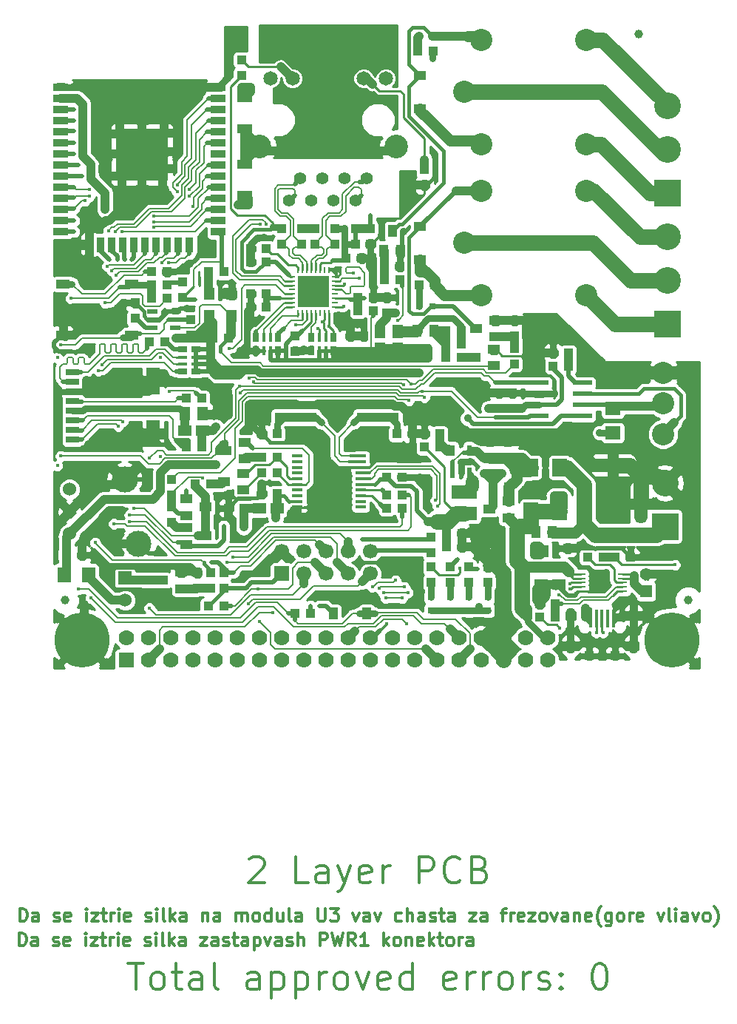
<source format=gbr>
G04 #@! TF.GenerationSoftware,KiCad,Pcbnew,6.0.0-rc1-unknown-0cca1c6~65~ubuntu16.04.1*
G04 #@! TF.CreationDate,2018-08-03T15:16:37+03:00*
G04 #@! TF.ProjectId,ESP32-EVB_Rev_F,45535033322D4556425F5265765F462E,F*
G04 #@! TF.SameCoordinates,Original*
G04 #@! TF.FileFunction,Copper,L1,Top,Mixed*
G04 #@! TF.FilePolarity,Positive*
%FSLAX46Y46*%
G04 Gerber Fmt 4.6, Leading zero omitted, Abs format (unit mm)*
G04 Created by KiCad (PCBNEW 6.0.0-rc1-unknown-0cca1c6~65~ubuntu16.04.1) date Fri Aug  3 15:16:37 2018*
%MOMM*%
%LPD*%
G01*
G04 APERTURE LIST*
G04 #@! TA.AperFunction,NonConductor*
%ADD10C,0.300000*%
G04 #@! TD*
G04 #@! TA.AperFunction,EtchedComponent*
%ADD11C,0.508000*%
G04 #@! TD*
G04 #@! TA.AperFunction,SMDPad,CuDef*
%ADD12R,1.524000X1.016000*%
G04 #@! TD*
G04 #@! TA.AperFunction,ConnectorPad*
%ADD13C,1.000000*%
G04 #@! TD*
G04 #@! TA.AperFunction,ComponentPad*
%ADD14C,1.650000*%
G04 #@! TD*
G04 #@! TA.AperFunction,ComponentPad*
%ADD15C,2.700000*%
G04 #@! TD*
G04 #@! TA.AperFunction,ComponentPad*
%ADD16C,1.410000*%
G04 #@! TD*
G04 #@! TA.AperFunction,SMDPad,CuDef*
%ADD17R,1.016000X1.016000*%
G04 #@! TD*
G04 #@! TA.AperFunction,SMDPad,CuDef*
%ADD18R,1.778000X2.286000*%
G04 #@! TD*
G04 #@! TA.AperFunction,SMDPad,CuDef*
%ADD19R,1.400000X1.000000*%
G04 #@! TD*
G04 #@! TA.AperFunction,SMDPad,CuDef*
%ADD20R,1.524000X1.270000*%
G04 #@! TD*
G04 #@! TA.AperFunction,SMDPad,CuDef*
%ADD21R,1.524000X1.778000*%
G04 #@! TD*
G04 #@! TA.AperFunction,SMDPad,CuDef*
%ADD22R,1.778000X1.524000*%
G04 #@! TD*
G04 #@! TA.AperFunction,SMDPad,CuDef*
%ADD23R,4.826000X1.100000*%
G04 #@! TD*
G04 #@! TA.AperFunction,SMDPad,CuDef*
%ADD24R,0.800000X0.800000*%
G04 #@! TD*
G04 #@! TA.AperFunction,SMDPad,CuDef*
%ADD25R,1.700000X2.000000*%
G04 #@! TD*
G04 #@! TA.AperFunction,SMDPad,CuDef*
%ADD26R,1.778000X1.016000*%
G04 #@! TD*
G04 #@! TA.AperFunction,ComponentPad*
%ADD27C,1.778000*%
G04 #@! TD*
G04 #@! TA.AperFunction,ComponentPad*
%ADD28R,1.778000X1.778000*%
G04 #@! TD*
G04 #@! TA.AperFunction,ComponentPad*
%ADD29C,1.200000*%
G04 #@! TD*
G04 #@! TA.AperFunction,ComponentPad*
%ADD30C,6.300000*%
G04 #@! TD*
G04 #@! TA.AperFunction,ComponentPad*
%ADD31R,3.048000X3.048000*%
G04 #@! TD*
G04 #@! TA.AperFunction,ComponentPad*
%ADD32C,3.048000*%
G04 #@! TD*
G04 #@! TA.AperFunction,ComponentPad*
%ADD33O,4.500000X1.500000*%
G04 #@! TD*
G04 #@! TA.AperFunction,ComponentPad*
%ADD34O,1.500000X4.500000*%
G04 #@! TD*
G04 #@! TA.AperFunction,SMDPad,CuDef*
%ADD35R,1.200000X1.400000*%
G04 #@! TD*
G04 #@! TA.AperFunction,SMDPad,CuDef*
%ADD36R,1.270000X1.524000*%
G04 #@! TD*
G04 #@! TA.AperFunction,ComponentPad*
%ADD37R,1.400000X1.400000*%
G04 #@! TD*
G04 #@! TA.AperFunction,ComponentPad*
%ADD38C,1.400000*%
G04 #@! TD*
G04 #@! TA.AperFunction,ComponentPad*
%ADD39C,2.540000*%
G04 #@! TD*
G04 #@! TA.AperFunction,ComponentPad*
%ADD40C,1.700000*%
G04 #@! TD*
G04 #@! TA.AperFunction,ComponentPad*
%ADD41R,1.700000X1.700000*%
G04 #@! TD*
G04 #@! TA.AperFunction,SMDPad,CuDef*
%ADD42R,1.500000X3.100000*%
G04 #@! TD*
G04 #@! TA.AperFunction,BGAPad,CuDef*
%ADD43C,0.400000*%
G04 #@! TD*
G04 #@! TA.AperFunction,SMDPad,CuDef*
%ADD44R,1.500000X0.800000*%
G04 #@! TD*
G04 #@! TA.AperFunction,SMDPad,CuDef*
%ADD45R,3.600000X3.600000*%
G04 #@! TD*
G04 #@! TA.AperFunction,ComponentPad*
%ADD46R,0.400000X0.400000*%
G04 #@! TD*
G04 #@! TA.AperFunction,ComponentPad*
%ADD47R,1.422400X1.422400*%
G04 #@! TD*
G04 #@! TA.AperFunction,SMDPad,CuDef*
%ADD48R,0.250000X0.800000*%
G04 #@! TD*
G04 #@! TA.AperFunction,SMDPad,CuDef*
%ADD49R,0.800000X0.250000*%
G04 #@! TD*
G04 #@! TA.AperFunction,ComponentPad*
%ADD50R,1.524000X1.524000*%
G04 #@! TD*
G04 #@! TA.AperFunction,ComponentPad*
%ADD51C,1.524000*%
G04 #@! TD*
G04 #@! TA.AperFunction,ComponentPad*
%ADD52C,3.000000*%
G04 #@! TD*
G04 #@! TA.AperFunction,SMDPad,CuDef*
%ADD53R,1.270000X0.325000*%
G04 #@! TD*
G04 #@! TA.AperFunction,SMDPad,CuDef*
%ADD54R,2.200000X0.600000*%
G04 #@! TD*
G04 #@! TA.AperFunction,SMDPad,CuDef*
%ADD55R,1.000000X0.250000*%
G04 #@! TD*
G04 #@! TA.AperFunction,SMDPad,CuDef*
%ADD56R,0.325000X2.150000*%
G04 #@! TD*
G04 #@! TA.AperFunction,SMDPad,CuDef*
%ADD57R,1.100000X1.000000*%
G04 #@! TD*
G04 #@! TA.AperFunction,ComponentPad*
%ADD58O,1.200000X1.800000*%
G04 #@! TD*
G04 #@! TA.AperFunction,ComponentPad*
%ADD59C,1.300000*%
G04 #@! TD*
G04 #@! TA.AperFunction,ComponentPad*
%ADD60C,2.000000*%
G04 #@! TD*
G04 #@! TA.AperFunction,SMDPad,CuDef*
%ADD61R,6.000000X6.000000*%
G04 #@! TD*
G04 #@! TA.AperFunction,SMDPad,CuDef*
%ADD62R,1.700000X0.900000*%
G04 #@! TD*
G04 #@! TA.AperFunction,SMDPad,CuDef*
%ADD63R,0.900000X1.700000*%
G04 #@! TD*
G04 #@! TA.AperFunction,SMDPad,CuDef*
%ADD64R,1.016000X0.381000*%
G04 #@! TD*
G04 #@! TA.AperFunction,SMDPad,CuDef*
%ADD65R,1.016000X0.635000*%
G04 #@! TD*
G04 #@! TA.AperFunction,SMDPad,CuDef*
%ADD66R,0.381000X1.016000*%
G04 #@! TD*
G04 #@! TA.AperFunction,SMDPad,CuDef*
%ADD67R,0.635000X1.016000*%
G04 #@! TD*
G04 #@! TA.AperFunction,SMDPad,CuDef*
%ADD68R,0.550000X1.200000*%
G04 #@! TD*
G04 #@! TA.AperFunction,SMDPad,CuDef*
%ADD69R,1.000000X1.400000*%
G04 #@! TD*
G04 #@! TA.AperFunction,SMDPad,CuDef*
%ADD70R,1.200000X0.550000*%
G04 #@! TD*
G04 #@! TA.AperFunction,SMDPad,CuDef*
%ADD71R,3.000000X1.600000*%
G04 #@! TD*
G04 #@! TA.AperFunction,ViaPad*
%ADD72C,0.900000*%
G04 #@! TD*
G04 #@! TA.AperFunction,ViaPad*
%ADD73C,0.450000*%
G04 #@! TD*
G04 #@! TA.AperFunction,ViaPad*
%ADD74C,0.750000*%
G04 #@! TD*
G04 #@! TA.AperFunction,Conductor*
%ADD75C,1.270000*%
G04 #@! TD*
G04 #@! TA.AperFunction,Conductor*
%ADD76C,0.762000*%
G04 #@! TD*
G04 #@! TA.AperFunction,Conductor*
%ADD77C,1.016000*%
G04 #@! TD*
G04 #@! TA.AperFunction,Conductor*
%ADD78C,1.778000*%
G04 #@! TD*
G04 #@! TA.AperFunction,Conductor*
%ADD79C,0.254000*%
G04 #@! TD*
G04 #@! TA.AperFunction,Conductor*
%ADD80C,1.524000*%
G04 #@! TD*
G04 #@! TA.AperFunction,Conductor*
%ADD81C,0.508000*%
G04 #@! TD*
G04 #@! TA.AperFunction,Conductor*
%ADD82C,0.203200*%
G04 #@! TD*
G04 #@! TA.AperFunction,Conductor*
%ADD83C,0.406400*%
G04 #@! TD*
G04 #@! TA.AperFunction,Conductor*
%ADD84C,0.304800*%
G04 #@! TD*
G04 #@! TA.AperFunction,Conductor*
%ADD85C,0.355600*%
G04 #@! TD*
G04 APERTURE END LIST*
D10*
X78727571Y-174887142D02*
X80441857Y-174887142D01*
X79584714Y-177887142D02*
X79584714Y-174887142D01*
X81870428Y-177887142D02*
X81584714Y-177744285D01*
X81441857Y-177601428D01*
X81298999Y-177315714D01*
X81298999Y-176458571D01*
X81441857Y-176172857D01*
X81584714Y-176030000D01*
X81870428Y-175887142D01*
X82298999Y-175887142D01*
X82584714Y-176030000D01*
X82727571Y-176172857D01*
X82870428Y-176458571D01*
X82870428Y-177315714D01*
X82727571Y-177601428D01*
X82584714Y-177744285D01*
X82298999Y-177887142D01*
X81870428Y-177887142D01*
X83727571Y-175887142D02*
X84870428Y-175887142D01*
X84156142Y-174887142D02*
X84156142Y-177458571D01*
X84298999Y-177744285D01*
X84584714Y-177887142D01*
X84870428Y-177887142D01*
X87156142Y-177887142D02*
X87156142Y-176315714D01*
X87013285Y-176030000D01*
X86727571Y-175887142D01*
X86156142Y-175887142D01*
X85870428Y-176030000D01*
X87156142Y-177744285D02*
X86870428Y-177887142D01*
X86156142Y-177887142D01*
X85870428Y-177744285D01*
X85727571Y-177458571D01*
X85727571Y-177172857D01*
X85870428Y-176887142D01*
X86156142Y-176744285D01*
X86870428Y-176744285D01*
X87156142Y-176601428D01*
X89013285Y-177887142D02*
X88727571Y-177744285D01*
X88584714Y-177458571D01*
X88584714Y-174887142D01*
X93727571Y-177887142D02*
X93727571Y-176315714D01*
X93584714Y-176030000D01*
X93298999Y-175887142D01*
X92727571Y-175887142D01*
X92441857Y-176030000D01*
X93727571Y-177744285D02*
X93441857Y-177887142D01*
X92727571Y-177887142D01*
X92441857Y-177744285D01*
X92298999Y-177458571D01*
X92298999Y-177172857D01*
X92441857Y-176887142D01*
X92727571Y-176744285D01*
X93441857Y-176744285D01*
X93727571Y-176601428D01*
X95156142Y-175887142D02*
X95156142Y-178887142D01*
X95156142Y-176030000D02*
X95441857Y-175887142D01*
X96013285Y-175887142D01*
X96299000Y-176030000D01*
X96441857Y-176172857D01*
X96584714Y-176458571D01*
X96584714Y-177315714D01*
X96441857Y-177601428D01*
X96299000Y-177744285D01*
X96013285Y-177887142D01*
X95441857Y-177887142D01*
X95156142Y-177744285D01*
X97870428Y-175887142D02*
X97870428Y-178887142D01*
X97870428Y-176030000D02*
X98156142Y-175887142D01*
X98727571Y-175887142D01*
X99013285Y-176030000D01*
X99156142Y-176172857D01*
X99298999Y-176458571D01*
X99298999Y-177315714D01*
X99156142Y-177601428D01*
X99013285Y-177744285D01*
X98727571Y-177887142D01*
X98156142Y-177887142D01*
X97870428Y-177744285D01*
X100584714Y-177887142D02*
X100584714Y-175887142D01*
X100584714Y-176458571D02*
X100727571Y-176172857D01*
X100870428Y-176030000D01*
X101156142Y-175887142D01*
X101441857Y-175887142D01*
X102870428Y-177887142D02*
X102584714Y-177744285D01*
X102441857Y-177601428D01*
X102298999Y-177315714D01*
X102298999Y-176458571D01*
X102441857Y-176172857D01*
X102584714Y-176030000D01*
X102870428Y-175887142D01*
X103298999Y-175887142D01*
X103584714Y-176030000D01*
X103727571Y-176172857D01*
X103870428Y-176458571D01*
X103870428Y-177315714D01*
X103727571Y-177601428D01*
X103584714Y-177744285D01*
X103298999Y-177887142D01*
X102870428Y-177887142D01*
X104870428Y-175887142D02*
X105584714Y-177887142D01*
X106298999Y-175887142D01*
X108584714Y-177744285D02*
X108298999Y-177887142D01*
X107727571Y-177887142D01*
X107441857Y-177744285D01*
X107298999Y-177458571D01*
X107298999Y-176315714D01*
X107441857Y-176030000D01*
X107727571Y-175887142D01*
X108298999Y-175887142D01*
X108584714Y-176030000D01*
X108727571Y-176315714D01*
X108727571Y-176601428D01*
X107298999Y-176887142D01*
X111298999Y-177887142D02*
X111298999Y-174887142D01*
X111298999Y-177744285D02*
X111013285Y-177887142D01*
X110441857Y-177887142D01*
X110156142Y-177744285D01*
X110013285Y-177601428D01*
X109870428Y-177315714D01*
X109870428Y-176458571D01*
X110013285Y-176172857D01*
X110156142Y-176030000D01*
X110441857Y-175887142D01*
X111013285Y-175887142D01*
X111298999Y-176030000D01*
X116156142Y-177744285D02*
X115870428Y-177887142D01*
X115298999Y-177887142D01*
X115013285Y-177744285D01*
X114870428Y-177458571D01*
X114870428Y-176315714D01*
X115013285Y-176030000D01*
X115298999Y-175887142D01*
X115870428Y-175887142D01*
X116156142Y-176030000D01*
X116298999Y-176315714D01*
X116298999Y-176601428D01*
X114870428Y-176887142D01*
X117584714Y-177887142D02*
X117584714Y-175887142D01*
X117584714Y-176458571D02*
X117727571Y-176172857D01*
X117870428Y-176030000D01*
X118156142Y-175887142D01*
X118441857Y-175887142D01*
X119441857Y-177887142D02*
X119441857Y-175887142D01*
X119441857Y-176458571D02*
X119584714Y-176172857D01*
X119727571Y-176030000D01*
X120013285Y-175887142D01*
X120299000Y-175887142D01*
X121727571Y-177887142D02*
X121441857Y-177744285D01*
X121299000Y-177601428D01*
X121156142Y-177315714D01*
X121156142Y-176458571D01*
X121299000Y-176172857D01*
X121441857Y-176030000D01*
X121727571Y-175887142D01*
X122156142Y-175887142D01*
X122441857Y-176030000D01*
X122584714Y-176172857D01*
X122727571Y-176458571D01*
X122727571Y-177315714D01*
X122584714Y-177601428D01*
X122441857Y-177744285D01*
X122156142Y-177887142D01*
X121727571Y-177887142D01*
X124013285Y-177887142D02*
X124013285Y-175887142D01*
X124013285Y-176458571D02*
X124156142Y-176172857D01*
X124299000Y-176030000D01*
X124584714Y-175887142D01*
X124870428Y-175887142D01*
X125727571Y-177744285D02*
X126013285Y-177887142D01*
X126584714Y-177887142D01*
X126870428Y-177744285D01*
X127013285Y-177458571D01*
X127013285Y-177315714D01*
X126870428Y-177030000D01*
X126584714Y-176887142D01*
X126156142Y-176887142D01*
X125870428Y-176744285D01*
X125727571Y-176458571D01*
X125727571Y-176315714D01*
X125870428Y-176030000D01*
X126156142Y-175887142D01*
X126584714Y-175887142D01*
X126870428Y-176030000D01*
X128299000Y-177601428D02*
X128441857Y-177744285D01*
X128299000Y-177887142D01*
X128156142Y-177744285D01*
X128299000Y-177601428D01*
X128299000Y-177887142D01*
X128299000Y-176030000D02*
X128441857Y-176172857D01*
X128299000Y-176315714D01*
X128156142Y-176172857D01*
X128299000Y-176030000D01*
X128299000Y-176315714D01*
X132584714Y-174887142D02*
X132870428Y-174887142D01*
X133156142Y-175030000D01*
X133298999Y-175172857D01*
X133441857Y-175458571D01*
X133584714Y-176030000D01*
X133584714Y-176744285D01*
X133441857Y-177315714D01*
X133298999Y-177601428D01*
X133156142Y-177744285D01*
X132870428Y-177887142D01*
X132584714Y-177887142D01*
X132298999Y-177744285D01*
X132156142Y-177601428D01*
X132013285Y-177315714D01*
X131870428Y-176744285D01*
X131870428Y-176030000D01*
X132013285Y-175458571D01*
X132156142Y-175172857D01*
X132298999Y-175030000D01*
X132584714Y-174887142D01*
X66201999Y-172890571D02*
X66201999Y-171390571D01*
X66559142Y-171390571D01*
X66773428Y-171462000D01*
X66916285Y-171604857D01*
X66987714Y-171747714D01*
X67059142Y-172033428D01*
X67059142Y-172247714D01*
X66987714Y-172533428D01*
X66916285Y-172676285D01*
X66773428Y-172819142D01*
X66559142Y-172890571D01*
X66201999Y-172890571D01*
X68344857Y-172890571D02*
X68344857Y-172104857D01*
X68273428Y-171962000D01*
X68130571Y-171890571D01*
X67844857Y-171890571D01*
X67701999Y-171962000D01*
X68344857Y-172819142D02*
X68201999Y-172890571D01*
X67844857Y-172890571D01*
X67701999Y-172819142D01*
X67630571Y-172676285D01*
X67630571Y-172533428D01*
X67701999Y-172390571D01*
X67844857Y-172319142D01*
X68201999Y-172319142D01*
X68344857Y-172247714D01*
X70130571Y-172819142D02*
X70273428Y-172890571D01*
X70559142Y-172890571D01*
X70701999Y-172819142D01*
X70773428Y-172676285D01*
X70773428Y-172604857D01*
X70701999Y-172462000D01*
X70559142Y-172390571D01*
X70344857Y-172390571D01*
X70201999Y-172319142D01*
X70130571Y-172176285D01*
X70130571Y-172104857D01*
X70201999Y-171962000D01*
X70344857Y-171890571D01*
X70559142Y-171890571D01*
X70701999Y-171962000D01*
X71987714Y-172819142D02*
X71844857Y-172890571D01*
X71559142Y-172890571D01*
X71416285Y-172819142D01*
X71344857Y-172676285D01*
X71344857Y-172104857D01*
X71416285Y-171962000D01*
X71559142Y-171890571D01*
X71844857Y-171890571D01*
X71987714Y-171962000D01*
X72059142Y-172104857D01*
X72059142Y-172247714D01*
X71344857Y-172390571D01*
X73844857Y-172890571D02*
X73844857Y-171890571D01*
X73844857Y-171390571D02*
X73773428Y-171462000D01*
X73844857Y-171533428D01*
X73916285Y-171462000D01*
X73844857Y-171390571D01*
X73844857Y-171533428D01*
X74416285Y-171890571D02*
X75201999Y-171890571D01*
X74416285Y-172890571D01*
X75201999Y-172890571D01*
X75559142Y-171890571D02*
X76130571Y-171890571D01*
X75773428Y-171390571D02*
X75773428Y-172676285D01*
X75844857Y-172819142D01*
X75987714Y-172890571D01*
X76130571Y-172890571D01*
X76630571Y-172890571D02*
X76630571Y-171890571D01*
X76630571Y-172176285D02*
X76701999Y-172033428D01*
X76773428Y-171962000D01*
X76916285Y-171890571D01*
X77059142Y-171890571D01*
X77559142Y-172890571D02*
X77559142Y-171890571D01*
X77559142Y-171390571D02*
X77487714Y-171462000D01*
X77559142Y-171533428D01*
X77630571Y-171462000D01*
X77559142Y-171390571D01*
X77559142Y-171533428D01*
X78844857Y-172819142D02*
X78701999Y-172890571D01*
X78416285Y-172890571D01*
X78273428Y-172819142D01*
X78201999Y-172676285D01*
X78201999Y-172104857D01*
X78273428Y-171962000D01*
X78416285Y-171890571D01*
X78701999Y-171890571D01*
X78844857Y-171962000D01*
X78916285Y-172104857D01*
X78916285Y-172247714D01*
X78201999Y-172390571D01*
X80630571Y-172819142D02*
X80773428Y-172890571D01*
X81059142Y-172890571D01*
X81201999Y-172819142D01*
X81273428Y-172676285D01*
X81273428Y-172604857D01*
X81201999Y-172462000D01*
X81059142Y-172390571D01*
X80844857Y-172390571D01*
X80701999Y-172319142D01*
X80630571Y-172176285D01*
X80630571Y-172104857D01*
X80701999Y-171962000D01*
X80844857Y-171890571D01*
X81059142Y-171890571D01*
X81201999Y-171962000D01*
X81916285Y-172890571D02*
X81916285Y-171890571D01*
X81916285Y-171390571D02*
X81844857Y-171462000D01*
X81916285Y-171533428D01*
X81987714Y-171462000D01*
X81916285Y-171390571D01*
X81916285Y-171533428D01*
X82844857Y-172890571D02*
X82702000Y-172819142D01*
X82630571Y-172676285D01*
X82630571Y-171390571D01*
X83416285Y-172890571D02*
X83416285Y-171390571D01*
X83559142Y-172319142D02*
X83987714Y-172890571D01*
X83987714Y-171890571D02*
X83416285Y-172462000D01*
X85273428Y-172890571D02*
X85273428Y-172104857D01*
X85202000Y-171962000D01*
X85059142Y-171890571D01*
X84773428Y-171890571D01*
X84630571Y-171962000D01*
X85273428Y-172819142D02*
X85130571Y-172890571D01*
X84773428Y-172890571D01*
X84630571Y-172819142D01*
X84559142Y-172676285D01*
X84559142Y-172533428D01*
X84630571Y-172390571D01*
X84773428Y-172319142D01*
X85130571Y-172319142D01*
X85273428Y-172247714D01*
X86987714Y-171890571D02*
X87773428Y-171890571D01*
X86987714Y-172890571D01*
X87773428Y-172890571D01*
X88987714Y-172890571D02*
X88987714Y-172104857D01*
X88916285Y-171962000D01*
X88773428Y-171890571D01*
X88487714Y-171890571D01*
X88344857Y-171962000D01*
X88987714Y-172819142D02*
X88844857Y-172890571D01*
X88487714Y-172890571D01*
X88344857Y-172819142D01*
X88273428Y-172676285D01*
X88273428Y-172533428D01*
X88344857Y-172390571D01*
X88487714Y-172319142D01*
X88844857Y-172319142D01*
X88987714Y-172247714D01*
X89630571Y-172819142D02*
X89773428Y-172890571D01*
X90059142Y-172890571D01*
X90202000Y-172819142D01*
X90273428Y-172676285D01*
X90273428Y-172604857D01*
X90202000Y-172462000D01*
X90059142Y-172390571D01*
X89844857Y-172390571D01*
X89702000Y-172319142D01*
X89630571Y-172176285D01*
X89630571Y-172104857D01*
X89702000Y-171962000D01*
X89844857Y-171890571D01*
X90059142Y-171890571D01*
X90202000Y-171962000D01*
X90701999Y-171890571D02*
X91273428Y-171890571D01*
X90916285Y-171390571D02*
X90916285Y-172676285D01*
X90987714Y-172819142D01*
X91130571Y-172890571D01*
X91273428Y-172890571D01*
X92416285Y-172890571D02*
X92416285Y-172104857D01*
X92344857Y-171962000D01*
X92202000Y-171890571D01*
X91916285Y-171890571D01*
X91773428Y-171962000D01*
X92416285Y-172819142D02*
X92273428Y-172890571D01*
X91916285Y-172890571D01*
X91773428Y-172819142D01*
X91702000Y-172676285D01*
X91702000Y-172533428D01*
X91773428Y-172390571D01*
X91916285Y-172319142D01*
X92273428Y-172319142D01*
X92416285Y-172247714D01*
X93130571Y-171890571D02*
X93130571Y-173390571D01*
X93130571Y-171962000D02*
X93273428Y-171890571D01*
X93559142Y-171890571D01*
X93702000Y-171962000D01*
X93773428Y-172033428D01*
X93844857Y-172176285D01*
X93844857Y-172604857D01*
X93773428Y-172747714D01*
X93702000Y-172819142D01*
X93559142Y-172890571D01*
X93273428Y-172890571D01*
X93130571Y-172819142D01*
X94344857Y-171890571D02*
X94702000Y-172890571D01*
X95059142Y-171890571D01*
X96273428Y-172890571D02*
X96273428Y-172104857D01*
X96202000Y-171962000D01*
X96059142Y-171890571D01*
X95773428Y-171890571D01*
X95630571Y-171962000D01*
X96273428Y-172819142D02*
X96130571Y-172890571D01*
X95773428Y-172890571D01*
X95630571Y-172819142D01*
X95559142Y-172676285D01*
X95559142Y-172533428D01*
X95630571Y-172390571D01*
X95773428Y-172319142D01*
X96130571Y-172319142D01*
X96273428Y-172247714D01*
X96916285Y-172819142D02*
X97059142Y-172890571D01*
X97344857Y-172890571D01*
X97487714Y-172819142D01*
X97559142Y-172676285D01*
X97559142Y-172604857D01*
X97487714Y-172462000D01*
X97344857Y-172390571D01*
X97130571Y-172390571D01*
X96987714Y-172319142D01*
X96916285Y-172176285D01*
X96916285Y-172104857D01*
X96987714Y-171962000D01*
X97130571Y-171890571D01*
X97344857Y-171890571D01*
X97487714Y-171962000D01*
X98202000Y-172890571D02*
X98202000Y-171390571D01*
X98844857Y-172890571D02*
X98844857Y-172104857D01*
X98773428Y-171962000D01*
X98630571Y-171890571D01*
X98416285Y-171890571D01*
X98273428Y-171962000D01*
X98202000Y-172033428D01*
X100702000Y-172890571D02*
X100702000Y-171390571D01*
X101273428Y-171390571D01*
X101416285Y-171462000D01*
X101487714Y-171533428D01*
X101559142Y-171676285D01*
X101559142Y-171890571D01*
X101487714Y-172033428D01*
X101416285Y-172104857D01*
X101273428Y-172176285D01*
X100702000Y-172176285D01*
X102059142Y-171390571D02*
X102416285Y-172890571D01*
X102702000Y-171819142D01*
X102987714Y-172890571D01*
X103344857Y-171390571D01*
X104773428Y-172890571D02*
X104273428Y-172176285D01*
X103916285Y-172890571D02*
X103916285Y-171390571D01*
X104487714Y-171390571D01*
X104630571Y-171462000D01*
X104702000Y-171533428D01*
X104773428Y-171676285D01*
X104773428Y-171890571D01*
X104702000Y-172033428D01*
X104630571Y-172104857D01*
X104487714Y-172176285D01*
X103916285Y-172176285D01*
X106202000Y-172890571D02*
X105344857Y-172890571D01*
X105773428Y-172890571D02*
X105773428Y-171390571D01*
X105630571Y-171604857D01*
X105487714Y-171747714D01*
X105344857Y-171819142D01*
X107987714Y-172890571D02*
X107987714Y-171390571D01*
X108130571Y-172319142D02*
X108559142Y-172890571D01*
X108559142Y-171890571D02*
X107987714Y-172462000D01*
X109416285Y-172890571D02*
X109273428Y-172819142D01*
X109202000Y-172747714D01*
X109130571Y-172604857D01*
X109130571Y-172176285D01*
X109202000Y-172033428D01*
X109273428Y-171962000D01*
X109416285Y-171890571D01*
X109630571Y-171890571D01*
X109773428Y-171962000D01*
X109844857Y-172033428D01*
X109916285Y-172176285D01*
X109916285Y-172604857D01*
X109844857Y-172747714D01*
X109773428Y-172819142D01*
X109630571Y-172890571D01*
X109416285Y-172890571D01*
X110559142Y-171890571D02*
X110559142Y-172890571D01*
X110559142Y-172033428D02*
X110630571Y-171962000D01*
X110773428Y-171890571D01*
X110987714Y-171890571D01*
X111130571Y-171962000D01*
X111202000Y-172104857D01*
X111202000Y-172890571D01*
X112487714Y-172819142D02*
X112344857Y-172890571D01*
X112059142Y-172890571D01*
X111916285Y-172819142D01*
X111844857Y-172676285D01*
X111844857Y-172104857D01*
X111916285Y-171962000D01*
X112059142Y-171890571D01*
X112344857Y-171890571D01*
X112487714Y-171962000D01*
X112559142Y-172104857D01*
X112559142Y-172247714D01*
X111844857Y-172390571D01*
X113202000Y-172890571D02*
X113202000Y-171390571D01*
X113344857Y-172319142D02*
X113773428Y-172890571D01*
X113773428Y-171890571D02*
X113202000Y-172462000D01*
X114202000Y-171890571D02*
X114773428Y-171890571D01*
X114416285Y-171390571D02*
X114416285Y-172676285D01*
X114487714Y-172819142D01*
X114630571Y-172890571D01*
X114773428Y-172890571D01*
X115487714Y-172890571D02*
X115344857Y-172819142D01*
X115273428Y-172747714D01*
X115202000Y-172604857D01*
X115202000Y-172176285D01*
X115273428Y-172033428D01*
X115344857Y-171962000D01*
X115487714Y-171890571D01*
X115702000Y-171890571D01*
X115844857Y-171962000D01*
X115916285Y-172033428D01*
X115987714Y-172176285D01*
X115987714Y-172604857D01*
X115916285Y-172747714D01*
X115844857Y-172819142D01*
X115702000Y-172890571D01*
X115487714Y-172890571D01*
X116630571Y-172890571D02*
X116630571Y-171890571D01*
X116630571Y-172176285D02*
X116702000Y-172033428D01*
X116773428Y-171962000D01*
X116916285Y-171890571D01*
X117059142Y-171890571D01*
X118202000Y-172890571D02*
X118202000Y-172104857D01*
X118130571Y-171962000D01*
X117987714Y-171890571D01*
X117702000Y-171890571D01*
X117559142Y-171962000D01*
X118202000Y-172819142D02*
X118059142Y-172890571D01*
X117702000Y-172890571D01*
X117559142Y-172819142D01*
X117487714Y-172676285D01*
X117487714Y-172533428D01*
X117559142Y-172390571D01*
X117702000Y-172319142D01*
X118059142Y-172319142D01*
X118202000Y-172247714D01*
X66299000Y-170096571D02*
X66299000Y-168596571D01*
X66656142Y-168596571D01*
X66870428Y-168668000D01*
X67013285Y-168810857D01*
X67084714Y-168953714D01*
X67156142Y-169239428D01*
X67156142Y-169453714D01*
X67084714Y-169739428D01*
X67013285Y-169882285D01*
X66870428Y-170025142D01*
X66656142Y-170096571D01*
X66299000Y-170096571D01*
X68441857Y-170096571D02*
X68441857Y-169310857D01*
X68370428Y-169168000D01*
X68227571Y-169096571D01*
X67941857Y-169096571D01*
X67799000Y-169168000D01*
X68441857Y-170025142D02*
X68299000Y-170096571D01*
X67941857Y-170096571D01*
X67799000Y-170025142D01*
X67727571Y-169882285D01*
X67727571Y-169739428D01*
X67799000Y-169596571D01*
X67941857Y-169525142D01*
X68299000Y-169525142D01*
X68441857Y-169453714D01*
X70227571Y-170025142D02*
X70370428Y-170096571D01*
X70656142Y-170096571D01*
X70799000Y-170025142D01*
X70870428Y-169882285D01*
X70870428Y-169810857D01*
X70799000Y-169668000D01*
X70656142Y-169596571D01*
X70441857Y-169596571D01*
X70299000Y-169525142D01*
X70227571Y-169382285D01*
X70227571Y-169310857D01*
X70299000Y-169168000D01*
X70441857Y-169096571D01*
X70656142Y-169096571D01*
X70799000Y-169168000D01*
X72084714Y-170025142D02*
X71941857Y-170096571D01*
X71656142Y-170096571D01*
X71513285Y-170025142D01*
X71441857Y-169882285D01*
X71441857Y-169310857D01*
X71513285Y-169168000D01*
X71656142Y-169096571D01*
X71941857Y-169096571D01*
X72084714Y-169168000D01*
X72156142Y-169310857D01*
X72156142Y-169453714D01*
X71441857Y-169596571D01*
X73941857Y-170096571D02*
X73941857Y-169096571D01*
X73941857Y-168596571D02*
X73870428Y-168668000D01*
X73941857Y-168739428D01*
X74013285Y-168668000D01*
X73941857Y-168596571D01*
X73941857Y-168739428D01*
X74513285Y-169096571D02*
X75299000Y-169096571D01*
X74513285Y-170096571D01*
X75299000Y-170096571D01*
X75656142Y-169096571D02*
X76227571Y-169096571D01*
X75870428Y-168596571D02*
X75870428Y-169882285D01*
X75941857Y-170025142D01*
X76084714Y-170096571D01*
X76227571Y-170096571D01*
X76727571Y-170096571D02*
X76727571Y-169096571D01*
X76727571Y-169382285D02*
X76799000Y-169239428D01*
X76870428Y-169168000D01*
X77013285Y-169096571D01*
X77156142Y-169096571D01*
X77656142Y-170096571D02*
X77656142Y-169096571D01*
X77656142Y-168596571D02*
X77584714Y-168668000D01*
X77656142Y-168739428D01*
X77727571Y-168668000D01*
X77656142Y-168596571D01*
X77656142Y-168739428D01*
X78941857Y-170025142D02*
X78799000Y-170096571D01*
X78513285Y-170096571D01*
X78370428Y-170025142D01*
X78299000Y-169882285D01*
X78299000Y-169310857D01*
X78370428Y-169168000D01*
X78513285Y-169096571D01*
X78799000Y-169096571D01*
X78941857Y-169168000D01*
X79013285Y-169310857D01*
X79013285Y-169453714D01*
X78299000Y-169596571D01*
X80727571Y-170025142D02*
X80870428Y-170096571D01*
X81156142Y-170096571D01*
X81299000Y-170025142D01*
X81370428Y-169882285D01*
X81370428Y-169810857D01*
X81299000Y-169668000D01*
X81156142Y-169596571D01*
X80941857Y-169596571D01*
X80799000Y-169525142D01*
X80727571Y-169382285D01*
X80727571Y-169310857D01*
X80799000Y-169168000D01*
X80941857Y-169096571D01*
X81156142Y-169096571D01*
X81299000Y-169168000D01*
X82013285Y-170096571D02*
X82013285Y-169096571D01*
X82013285Y-168596571D02*
X81941857Y-168668000D01*
X82013285Y-168739428D01*
X82084714Y-168668000D01*
X82013285Y-168596571D01*
X82013285Y-168739428D01*
X82941857Y-170096571D02*
X82799000Y-170025142D01*
X82727571Y-169882285D01*
X82727571Y-168596571D01*
X83513285Y-170096571D02*
X83513285Y-168596571D01*
X83656142Y-169525142D02*
X84084714Y-170096571D01*
X84084714Y-169096571D02*
X83513285Y-169668000D01*
X85370428Y-170096571D02*
X85370428Y-169310857D01*
X85299000Y-169168000D01*
X85156142Y-169096571D01*
X84870428Y-169096571D01*
X84727571Y-169168000D01*
X85370428Y-170025142D02*
X85227571Y-170096571D01*
X84870428Y-170096571D01*
X84727571Y-170025142D01*
X84656142Y-169882285D01*
X84656142Y-169739428D01*
X84727571Y-169596571D01*
X84870428Y-169525142D01*
X85227571Y-169525142D01*
X85370428Y-169453714D01*
X87227571Y-169096571D02*
X87227571Y-170096571D01*
X87227571Y-169239428D02*
X87299000Y-169168000D01*
X87441857Y-169096571D01*
X87656142Y-169096571D01*
X87799000Y-169168000D01*
X87870428Y-169310857D01*
X87870428Y-170096571D01*
X89227571Y-170096571D02*
X89227571Y-169310857D01*
X89156142Y-169168000D01*
X89013285Y-169096571D01*
X88727571Y-169096571D01*
X88584714Y-169168000D01*
X89227571Y-170025142D02*
X89084714Y-170096571D01*
X88727571Y-170096571D01*
X88584714Y-170025142D01*
X88513285Y-169882285D01*
X88513285Y-169739428D01*
X88584714Y-169596571D01*
X88727571Y-169525142D01*
X89084714Y-169525142D01*
X89227571Y-169453714D01*
X91084714Y-170096571D02*
X91084714Y-169096571D01*
X91084714Y-169239428D02*
X91156142Y-169168000D01*
X91299000Y-169096571D01*
X91513285Y-169096571D01*
X91656142Y-169168000D01*
X91727571Y-169310857D01*
X91727571Y-170096571D01*
X91727571Y-169310857D02*
X91799000Y-169168000D01*
X91941857Y-169096571D01*
X92156142Y-169096571D01*
X92299000Y-169168000D01*
X92370428Y-169310857D01*
X92370428Y-170096571D01*
X93299000Y-170096571D02*
X93156142Y-170025142D01*
X93084714Y-169953714D01*
X93013285Y-169810857D01*
X93013285Y-169382285D01*
X93084714Y-169239428D01*
X93156142Y-169168000D01*
X93299000Y-169096571D01*
X93513285Y-169096571D01*
X93656142Y-169168000D01*
X93727571Y-169239428D01*
X93799000Y-169382285D01*
X93799000Y-169810857D01*
X93727571Y-169953714D01*
X93656142Y-170025142D01*
X93513285Y-170096571D01*
X93299000Y-170096571D01*
X95084714Y-170096571D02*
X95084714Y-168596571D01*
X95084714Y-170025142D02*
X94941857Y-170096571D01*
X94656142Y-170096571D01*
X94513285Y-170025142D01*
X94441857Y-169953714D01*
X94370428Y-169810857D01*
X94370428Y-169382285D01*
X94441857Y-169239428D01*
X94513285Y-169168000D01*
X94656142Y-169096571D01*
X94941857Y-169096571D01*
X95084714Y-169168000D01*
X96441857Y-169096571D02*
X96441857Y-170096571D01*
X95799000Y-169096571D02*
X95799000Y-169882285D01*
X95870428Y-170025142D01*
X96013285Y-170096571D01*
X96227571Y-170096571D01*
X96370428Y-170025142D01*
X96441857Y-169953714D01*
X97370428Y-170096571D02*
X97227571Y-170025142D01*
X97156142Y-169882285D01*
X97156142Y-168596571D01*
X98584714Y-170096571D02*
X98584714Y-169310857D01*
X98513285Y-169168000D01*
X98370428Y-169096571D01*
X98084714Y-169096571D01*
X97941857Y-169168000D01*
X98584714Y-170025142D02*
X98441857Y-170096571D01*
X98084714Y-170096571D01*
X97941857Y-170025142D01*
X97870428Y-169882285D01*
X97870428Y-169739428D01*
X97941857Y-169596571D01*
X98084714Y-169525142D01*
X98441857Y-169525142D01*
X98584714Y-169453714D01*
X100441857Y-168596571D02*
X100441857Y-169810857D01*
X100513285Y-169953714D01*
X100584714Y-170025142D01*
X100727571Y-170096571D01*
X101013285Y-170096571D01*
X101156142Y-170025142D01*
X101227571Y-169953714D01*
X101299000Y-169810857D01*
X101299000Y-168596571D01*
X101870428Y-168596571D02*
X102799000Y-168596571D01*
X102299000Y-169168000D01*
X102513285Y-169168000D01*
X102656142Y-169239428D01*
X102727571Y-169310857D01*
X102799000Y-169453714D01*
X102799000Y-169810857D01*
X102727571Y-169953714D01*
X102656142Y-170025142D01*
X102513285Y-170096571D01*
X102084714Y-170096571D01*
X101941857Y-170025142D01*
X101870428Y-169953714D01*
X104441857Y-169096571D02*
X104799000Y-170096571D01*
X105156142Y-169096571D01*
X106370428Y-170096571D02*
X106370428Y-169310857D01*
X106299000Y-169168000D01*
X106156142Y-169096571D01*
X105870428Y-169096571D01*
X105727571Y-169168000D01*
X106370428Y-170025142D02*
X106227571Y-170096571D01*
X105870428Y-170096571D01*
X105727571Y-170025142D01*
X105656142Y-169882285D01*
X105656142Y-169739428D01*
X105727571Y-169596571D01*
X105870428Y-169525142D01*
X106227571Y-169525142D01*
X106370428Y-169453714D01*
X106941857Y-169096571D02*
X107299000Y-170096571D01*
X107656142Y-169096571D01*
X110013285Y-170025142D02*
X109870428Y-170096571D01*
X109584714Y-170096571D01*
X109441857Y-170025142D01*
X109370428Y-169953714D01*
X109299000Y-169810857D01*
X109299000Y-169382285D01*
X109370428Y-169239428D01*
X109441857Y-169168000D01*
X109584714Y-169096571D01*
X109870428Y-169096571D01*
X110013285Y-169168000D01*
X110656142Y-170096571D02*
X110656142Y-168596571D01*
X111299000Y-170096571D02*
X111299000Y-169310857D01*
X111227571Y-169168000D01*
X111084714Y-169096571D01*
X110870428Y-169096571D01*
X110727571Y-169168000D01*
X110656142Y-169239428D01*
X112656142Y-170096571D02*
X112656142Y-169310857D01*
X112584714Y-169168000D01*
X112441857Y-169096571D01*
X112156142Y-169096571D01*
X112013285Y-169168000D01*
X112656142Y-170025142D02*
X112513285Y-170096571D01*
X112156142Y-170096571D01*
X112013285Y-170025142D01*
X111941857Y-169882285D01*
X111941857Y-169739428D01*
X112013285Y-169596571D01*
X112156142Y-169525142D01*
X112513285Y-169525142D01*
X112656142Y-169453714D01*
X113299000Y-170025142D02*
X113441857Y-170096571D01*
X113727571Y-170096571D01*
X113870428Y-170025142D01*
X113941857Y-169882285D01*
X113941857Y-169810857D01*
X113870428Y-169668000D01*
X113727571Y-169596571D01*
X113513285Y-169596571D01*
X113370428Y-169525142D01*
X113299000Y-169382285D01*
X113299000Y-169310857D01*
X113370428Y-169168000D01*
X113513285Y-169096571D01*
X113727571Y-169096571D01*
X113870428Y-169168000D01*
X114370428Y-169096571D02*
X114941857Y-169096571D01*
X114584714Y-168596571D02*
X114584714Y-169882285D01*
X114656142Y-170025142D01*
X114799000Y-170096571D01*
X114941857Y-170096571D01*
X116084714Y-170096571D02*
X116084714Y-169310857D01*
X116013285Y-169168000D01*
X115870428Y-169096571D01*
X115584714Y-169096571D01*
X115441857Y-169168000D01*
X116084714Y-170025142D02*
X115941857Y-170096571D01*
X115584714Y-170096571D01*
X115441857Y-170025142D01*
X115370428Y-169882285D01*
X115370428Y-169739428D01*
X115441857Y-169596571D01*
X115584714Y-169525142D01*
X115941857Y-169525142D01*
X116084714Y-169453714D01*
X117799000Y-169096571D02*
X118584714Y-169096571D01*
X117799000Y-170096571D01*
X118584714Y-170096571D01*
X119799000Y-170096571D02*
X119799000Y-169310857D01*
X119727571Y-169168000D01*
X119584714Y-169096571D01*
X119299000Y-169096571D01*
X119156142Y-169168000D01*
X119799000Y-170025142D02*
X119656142Y-170096571D01*
X119299000Y-170096571D01*
X119156142Y-170025142D01*
X119084714Y-169882285D01*
X119084714Y-169739428D01*
X119156142Y-169596571D01*
X119299000Y-169525142D01*
X119656142Y-169525142D01*
X119799000Y-169453714D01*
X121441857Y-169096571D02*
X122013285Y-169096571D01*
X121656142Y-170096571D02*
X121656142Y-168810857D01*
X121727571Y-168668000D01*
X121870428Y-168596571D01*
X122013285Y-168596571D01*
X122513285Y-170096571D02*
X122513285Y-169096571D01*
X122513285Y-169382285D02*
X122584714Y-169239428D01*
X122656142Y-169168000D01*
X122799000Y-169096571D01*
X122941857Y-169096571D01*
X124013285Y-170025142D02*
X123870428Y-170096571D01*
X123584714Y-170096571D01*
X123441857Y-170025142D01*
X123370428Y-169882285D01*
X123370428Y-169310857D01*
X123441857Y-169168000D01*
X123584714Y-169096571D01*
X123870428Y-169096571D01*
X124013285Y-169168000D01*
X124084714Y-169310857D01*
X124084714Y-169453714D01*
X123370428Y-169596571D01*
X124584714Y-169096571D02*
X125370428Y-169096571D01*
X124584714Y-170096571D01*
X125370428Y-170096571D01*
X126156142Y-170096571D02*
X126013285Y-170025142D01*
X125941857Y-169953714D01*
X125870428Y-169810857D01*
X125870428Y-169382285D01*
X125941857Y-169239428D01*
X126013285Y-169168000D01*
X126156142Y-169096571D01*
X126370428Y-169096571D01*
X126513285Y-169168000D01*
X126584714Y-169239428D01*
X126656142Y-169382285D01*
X126656142Y-169810857D01*
X126584714Y-169953714D01*
X126513285Y-170025142D01*
X126370428Y-170096571D01*
X126156142Y-170096571D01*
X127156142Y-169096571D02*
X127513285Y-170096571D01*
X127870428Y-169096571D01*
X129084714Y-170096571D02*
X129084714Y-169310857D01*
X129013285Y-169168000D01*
X128870428Y-169096571D01*
X128584714Y-169096571D01*
X128441857Y-169168000D01*
X129084714Y-170025142D02*
X128941857Y-170096571D01*
X128584714Y-170096571D01*
X128441857Y-170025142D01*
X128370428Y-169882285D01*
X128370428Y-169739428D01*
X128441857Y-169596571D01*
X128584714Y-169525142D01*
X128941857Y-169525142D01*
X129084714Y-169453714D01*
X129799000Y-169096571D02*
X129799000Y-170096571D01*
X129799000Y-169239428D02*
X129870428Y-169168000D01*
X130013285Y-169096571D01*
X130227571Y-169096571D01*
X130370428Y-169168000D01*
X130441857Y-169310857D01*
X130441857Y-170096571D01*
X131727571Y-170025142D02*
X131584714Y-170096571D01*
X131299000Y-170096571D01*
X131156142Y-170025142D01*
X131084714Y-169882285D01*
X131084714Y-169310857D01*
X131156142Y-169168000D01*
X131299000Y-169096571D01*
X131584714Y-169096571D01*
X131727571Y-169168000D01*
X131799000Y-169310857D01*
X131799000Y-169453714D01*
X131084714Y-169596571D01*
X132870428Y-170668000D02*
X132799000Y-170596571D01*
X132656142Y-170382285D01*
X132584714Y-170239428D01*
X132513285Y-170025142D01*
X132441857Y-169668000D01*
X132441857Y-169382285D01*
X132513285Y-169025142D01*
X132584714Y-168810857D01*
X132656142Y-168668000D01*
X132799000Y-168453714D01*
X132870428Y-168382285D01*
X134084714Y-169096571D02*
X134084714Y-170310857D01*
X134013285Y-170453714D01*
X133941857Y-170525142D01*
X133799000Y-170596571D01*
X133584714Y-170596571D01*
X133441857Y-170525142D01*
X134084714Y-170025142D02*
X133941857Y-170096571D01*
X133656142Y-170096571D01*
X133513285Y-170025142D01*
X133441857Y-169953714D01*
X133370428Y-169810857D01*
X133370428Y-169382285D01*
X133441857Y-169239428D01*
X133513285Y-169168000D01*
X133656142Y-169096571D01*
X133941857Y-169096571D01*
X134084714Y-169168000D01*
X135013285Y-170096571D02*
X134870428Y-170025142D01*
X134799000Y-169953714D01*
X134727571Y-169810857D01*
X134727571Y-169382285D01*
X134799000Y-169239428D01*
X134870428Y-169168000D01*
X135013285Y-169096571D01*
X135227571Y-169096571D01*
X135370428Y-169168000D01*
X135441857Y-169239428D01*
X135513285Y-169382285D01*
X135513285Y-169810857D01*
X135441857Y-169953714D01*
X135370428Y-170025142D01*
X135227571Y-170096571D01*
X135013285Y-170096571D01*
X136156142Y-170096571D02*
X136156142Y-169096571D01*
X136156142Y-169382285D02*
X136227571Y-169239428D01*
X136299000Y-169168000D01*
X136441857Y-169096571D01*
X136584714Y-169096571D01*
X137656142Y-170025142D02*
X137513285Y-170096571D01*
X137227571Y-170096571D01*
X137084714Y-170025142D01*
X137013285Y-169882285D01*
X137013285Y-169310857D01*
X137084714Y-169168000D01*
X137227571Y-169096571D01*
X137513285Y-169096571D01*
X137656142Y-169168000D01*
X137727571Y-169310857D01*
X137727571Y-169453714D01*
X137013285Y-169596571D01*
X139370428Y-169096571D02*
X139727571Y-170096571D01*
X140084714Y-169096571D01*
X140870428Y-170096571D02*
X140727571Y-170025142D01*
X140656142Y-169882285D01*
X140656142Y-168596571D01*
X141441857Y-170096571D02*
X141441857Y-169096571D01*
X141441857Y-168596571D02*
X141370428Y-168668000D01*
X141441857Y-168739428D01*
X141513285Y-168668000D01*
X141441857Y-168596571D01*
X141441857Y-168739428D01*
X142799000Y-170096571D02*
X142799000Y-169310857D01*
X142727571Y-169168000D01*
X142584714Y-169096571D01*
X142299000Y-169096571D01*
X142156142Y-169168000D01*
X142799000Y-170025142D02*
X142656142Y-170096571D01*
X142299000Y-170096571D01*
X142156142Y-170025142D01*
X142084714Y-169882285D01*
X142084714Y-169739428D01*
X142156142Y-169596571D01*
X142299000Y-169525142D01*
X142656142Y-169525142D01*
X142799000Y-169453714D01*
X143370428Y-169096571D02*
X143727571Y-170096571D01*
X144084714Y-169096571D01*
X144870428Y-170096571D02*
X144727571Y-170025142D01*
X144656142Y-169953714D01*
X144584714Y-169810857D01*
X144584714Y-169382285D01*
X144656142Y-169239428D01*
X144727571Y-169168000D01*
X144870428Y-169096571D01*
X145084714Y-169096571D01*
X145227571Y-169168000D01*
X145299000Y-169239428D01*
X145370428Y-169382285D01*
X145370428Y-169810857D01*
X145299000Y-169953714D01*
X145227571Y-170025142D01*
X145084714Y-170096571D01*
X144870428Y-170096571D01*
X145870428Y-170668000D02*
X145941857Y-170596571D01*
X146084714Y-170382285D01*
X146156142Y-170239428D01*
X146227571Y-170025142D01*
X146299000Y-169668000D01*
X146299000Y-169382285D01*
X146227571Y-169025142D01*
X146156142Y-168810857D01*
X146084714Y-168668000D01*
X145941857Y-168453714D01*
X145870428Y-168382285D01*
X92600571Y-162980857D02*
X92743428Y-162838000D01*
X93029142Y-162695142D01*
X93743428Y-162695142D01*
X94029142Y-162838000D01*
X94172000Y-162980857D01*
X94314857Y-163266571D01*
X94314857Y-163552285D01*
X94172000Y-163980857D01*
X92457714Y-165695142D01*
X94314857Y-165695142D01*
X99314857Y-165695142D02*
X97886285Y-165695142D01*
X97886285Y-162695142D01*
X101600571Y-165695142D02*
X101600571Y-164123714D01*
X101457714Y-163838000D01*
X101172000Y-163695142D01*
X100600571Y-163695142D01*
X100314857Y-163838000D01*
X101600571Y-165552285D02*
X101314857Y-165695142D01*
X100600571Y-165695142D01*
X100314857Y-165552285D01*
X100172000Y-165266571D01*
X100172000Y-164980857D01*
X100314857Y-164695142D01*
X100600571Y-164552285D01*
X101314857Y-164552285D01*
X101600571Y-164409428D01*
X102743428Y-163695142D02*
X103457714Y-165695142D01*
X104172000Y-163695142D02*
X103457714Y-165695142D01*
X103172000Y-166409428D01*
X103029142Y-166552285D01*
X102743428Y-166695142D01*
X106457714Y-165552285D02*
X106172000Y-165695142D01*
X105600571Y-165695142D01*
X105314857Y-165552285D01*
X105172000Y-165266571D01*
X105172000Y-164123714D01*
X105314857Y-163838000D01*
X105600571Y-163695142D01*
X106172000Y-163695142D01*
X106457714Y-163838000D01*
X106600571Y-164123714D01*
X106600571Y-164409428D01*
X105172000Y-164695142D01*
X107886285Y-165695142D02*
X107886285Y-163695142D01*
X107886285Y-164266571D02*
X108029142Y-163980857D01*
X108172000Y-163838000D01*
X108457714Y-163695142D01*
X108743428Y-163695142D01*
X112029142Y-165695142D02*
X112029142Y-162695142D01*
X113172000Y-162695142D01*
X113457714Y-162838000D01*
X113600571Y-162980857D01*
X113743428Y-163266571D01*
X113743428Y-163695142D01*
X113600571Y-163980857D01*
X113457714Y-164123714D01*
X113172000Y-164266571D01*
X112029142Y-164266571D01*
X116743428Y-165409428D02*
X116600571Y-165552285D01*
X116172000Y-165695142D01*
X115886285Y-165695142D01*
X115457714Y-165552285D01*
X115172000Y-165266571D01*
X115029142Y-164980857D01*
X114886285Y-164409428D01*
X114886285Y-163980857D01*
X115029142Y-163409428D01*
X115172000Y-163123714D01*
X115457714Y-162838000D01*
X115886285Y-162695142D01*
X116172000Y-162695142D01*
X116600571Y-162838000D01*
X116743428Y-162980857D01*
X119029142Y-164123714D02*
X119457714Y-164266571D01*
X119600571Y-164409428D01*
X119743428Y-164695142D01*
X119743428Y-165123714D01*
X119600571Y-165409428D01*
X119457714Y-165552285D01*
X119172000Y-165695142D01*
X118029142Y-165695142D01*
X118029142Y-162695142D01*
X119029142Y-162695142D01*
X119314857Y-162838000D01*
X119457714Y-162980857D01*
X119600571Y-163266571D01*
X119600571Y-163552285D01*
X119457714Y-163838000D01*
X119314857Y-163980857D01*
X119029142Y-164123714D01*
X118029142Y-164123714D01*
D11*
G04 #@! TO.C,R25*
X104775000Y-92194000D02*
X104775000Y-91194000D01*
G04 #@! TD*
D12*
G04 #@! TO.P,RST1,2*
G04 #@! TO.N,GND*
X71247000Y-102997000D03*
G04 #@! TO.P,RST1,1*
G04 #@! TO.N,/ESP_EN*
X79121000Y-102997000D03*
G04 #@! TD*
G04 #@! TO.P,BUT1,2*
G04 #@! TO.N,Net-(BUT1-Pad2)*
X71247000Y-97155000D03*
G04 #@! TO.P,BUT1,1*
G04 #@! TO.N,/GPI34/BUT1*
X79121000Y-97155000D03*
G04 #@! TD*
D13*
G04 #@! TO.P,,Fid1*
G04 #@! TO.N,N/C*
X142875000Y-133350000D03*
G04 #@! TD*
D14*
G04 #@! TO.P,LAN1,KY1*
G04 #@! TO.N,Net-(LAN1-PadKY1)*
X105670000Y-73610500D03*
G04 #@! TO.P,LAN1,KG1*
G04 #@! TO.N,Net-(LAN1-PadKG1)*
X94990000Y-73610500D03*
D15*
G04 #@! TO.P,LAN1,GND2*
G04 #@! TO.N,Net-(C19-Pad1)*
X93800000Y-81409000D03*
G04 #@! TO.P,LAN1,GND1*
X109400000Y-81409000D03*
D14*
G04 #@! TO.P,LAN1,AY1*
G04 #@! TO.N,Net-(LAN1-PadAY1)*
X108210000Y-73610500D03*
G04 #@! TO.P,LAN1,AG1*
G04 #@! TO.N,Net-(LAN1-PadAG1)*
X97530000Y-73610500D03*
D16*
G04 #@! TO.P,LAN1,8*
G04 #@! TO.N,Net-(LAN1-Pad8)*
X97165000Y-87599000D03*
G04 #@! TO.P,LAN1,7*
G04 #@! TO.N,Net-(LAN1-Pad7)*
X98435000Y-85059000D03*
G04 #@! TO.P,LAN1,6*
G04 #@! TO.N,Net-(C11-Pad1)*
X99705000Y-87599000D03*
G04 #@! TO.P,LAN1,5*
G04 #@! TO.N,N/C*
X100975000Y-85059000D03*
G04 #@! TO.P,LAN1,4*
X102245000Y-87599000D03*
G04 #@! TO.P,LAN1,3*
G04 #@! TO.N,Net-(C11-Pad1)*
X103515000Y-85059000D03*
G04 #@! TO.P,LAN1,2*
G04 #@! TO.N,Net-(LAN1-Pad2)*
X104785000Y-87599000D03*
G04 #@! TO.P,LAN1,1*
G04 #@! TO.N,Net-(LAN1-Pad1)*
X106055000Y-85059000D03*
G04 #@! TD*
D17*
G04 #@! TO.P,R25,1*
G04 #@! TO.N,/VDD1A-2A*
X104775000Y-92583000D03*
G04 #@! TO.P,R25,2*
G04 #@! TO.N,Net-(C11-Pad1)*
X104775000Y-90805000D03*
G04 #@! TD*
D18*
G04 #@! TO.P,D2,2*
G04 #@! TO.N,GND*
X118854000Y-126746000D03*
G04 #@! TO.P,D2,1*
G04 #@! TO.N,+5V*
X123208000Y-126746000D03*
G04 #@! TD*
D17*
G04 #@! TO.P,R57,2*
G04 #@! TO.N,/OSC_DIS*
X83693000Y-121285000D03*
G04 #@! TO.P,R57,1*
G04 #@! TO.N,Net-(C18-Pad2)*
X83693000Y-119507000D03*
G04 #@! TD*
G04 #@! TO.P,R44,2*
G04 #@! TO.N,Net-(R44-Pad2)*
X83693000Y-124460000D03*
G04 #@! TO.P,R44,1*
G04 #@! TO.N,/OSC_DIS*
X83693000Y-122682000D03*
G04 #@! TD*
D19*
G04 #@! TO.P,U10,3*
G04 #@! TO.N,/D_Com*
X87587000Y-122682000D03*
G04 #@! TO.P,U10,2*
G04 #@! TO.N,/OSC_DIS*
X85387000Y-123632000D03*
G04 #@! TO.P,U10,1*
G04 #@! TO.N,/GPIO2/HS2_DATA0*
X85387000Y-121732000D03*
G04 #@! TD*
G04 #@! TO.P,U9,3*
G04 #@! TO.N,/D_Com*
X87587000Y-125984000D03*
G04 #@! TO.P,U9,2*
G04 #@! TO.N,/GPIO0/XTAL1/CLKIN*
X85387000Y-126934000D03*
G04 #@! TO.P,U9,1*
G04 #@! TO.N,Net-(R44-Pad2)*
X85387000Y-125034000D03*
G04 #@! TD*
D17*
G04 #@! TO.P,R37,2*
G04 #@! TO.N,/D_Com*
X86360000Y-120015000D03*
G04 #@! TO.P,R37,1*
G04 #@! TO.N,Net-(Q5-Pad3)*
X88138000Y-120015000D03*
G04 #@! TD*
D20*
G04 #@! TO.P,C4,2*
G04 #@! TO.N,GND*
X120142000Y-115062000D03*
G04 #@! TO.P,C4,1*
G04 #@! TO.N,Net-(C3-Pad1)*
X120142000Y-117094000D03*
G04 #@! TD*
G04 #@! TO.P,C3,2*
G04 #@! TO.N,GND*
X122174000Y-115062000D03*
G04 #@! TO.P,C3,1*
G04 #@! TO.N,Net-(C3-Pad1)*
X122174000Y-117094000D03*
G04 #@! TD*
D17*
G04 #@! TO.P,R20,2*
G04 #@! TO.N,GND*
X112649000Y-114300000D03*
G04 #@! TO.P,R20,1*
G04 #@! TO.N,Net-(R19-Pad1)*
X114427000Y-114300000D03*
G04 #@! TD*
G04 #@! TO.P,R19,2*
G04 #@! TO.N,+3V3*
X112649000Y-115824000D03*
G04 #@! TO.P,R19,1*
G04 #@! TO.N,Net-(R19-Pad1)*
X114427000Y-115824000D03*
G04 #@! TD*
G04 #@! TO.P,R4,2*
G04 #@! TO.N,GND*
X119888000Y-129540000D03*
G04 #@! TO.P,R4,1*
G04 #@! TO.N,Net-(PWRLED1-Pad1)*
X119888000Y-131318000D03*
G04 #@! TD*
G04 #@! TO.P,R56,2*
G04 #@! TO.N,Net-(Q7-Pad1)*
X86614000Y-131953000D03*
G04 #@! TO.P,R56,1*
G04 #@! TO.N,GND*
X86614000Y-130175000D03*
G04 #@! TD*
G04 #@! TO.P,R55,2*
G04 #@! TO.N,Net-(Q7-Pad1)*
X88138000Y-131953000D03*
G04 #@! TO.P,R55,1*
G04 #@! TO.N,/GPIO12/IR_Transmit*
X88138000Y-130175000D03*
G04 #@! TD*
G04 #@! TO.P,R54,2*
G04 #@! TO.N,+3V3*
X84963000Y-96901000D03*
G04 #@! TO.P,R54,1*
G04 #@! TO.N,/GPIO0/XTAL1/CLKIN*
X84963000Y-98679000D03*
G04 #@! TD*
D21*
G04 #@! TO.P,R53,2*
G04 #@! TO.N,Net-(LED3-Pad1)*
X74168000Y-130429000D03*
G04 #@! TO.P,R53,1*
G04 #@! TO.N,+3V3*
X71374000Y-130429000D03*
G04 #@! TD*
D17*
G04 #@! TO.P,R49,2*
G04 #@! TO.N,GND*
X127381000Y-105029000D03*
G04 #@! TO.P,R49,1*
G04 #@! TO.N,Net-(R48-Pad1)*
X129159000Y-105029000D03*
G04 #@! TD*
G04 #@! TO.P,R48,2*
G04 #@! TO.N,Net-(5.0V/3.3V1-Pad2)*
X127381000Y-106553000D03*
G04 #@! TO.P,R48,1*
G04 #@! TO.N,Net-(R48-Pad1)*
X129159000Y-106553000D03*
G04 #@! TD*
D22*
G04 #@! TO.P,R47,2*
G04 #@! TO.N,/CANL*
X134239000Y-111379000D03*
G04 #@! TO.P,R47,1*
G04 #@! TO.N,Net-(CAN_T1-Pad1)*
X134239000Y-114173000D03*
G04 #@! TD*
D17*
G04 #@! TO.P,R46,2*
G04 #@! TO.N,/D_Com*
X83185000Y-98806000D03*
G04 #@! TO.P,R46,1*
G04 #@! TO.N,/GPI34/BUT1*
X81407000Y-98806000D03*
G04 #@! TD*
G04 #@! TO.P,R45,2*
G04 #@! TO.N,/GPI34/BUT1*
X81407000Y-97282000D03*
G04 #@! TO.P,R45,1*
G04 #@! TO.N,+3V3*
X83185000Y-97282000D03*
G04 #@! TD*
G04 #@! TO.P,R42,2*
G04 #@! TO.N,Net-(Q5-Pad1)*
X93980000Y-118745000D03*
G04 #@! TO.P,R42,1*
G04 #@! TO.N,Net-(Q4-Pad2)*
X95758000Y-118745000D03*
G04 #@! TD*
G04 #@! TO.P,R30,2*
G04 #@! TO.N,GND*
X129032000Y-127381000D03*
G04 #@! TO.P,R30,1*
G04 #@! TO.N,/+5V_EXT*
X129032000Y-125603000D03*
G04 #@! TD*
D23*
G04 #@! TO.P,Q3,1*
G04 #@! TO.N,Net-(C21-Pad1)*
X97917000Y-112395000D03*
G04 #@! TO.P,Q3,2*
G04 #@! TO.N,Net-(C22-Pad1)*
X107315000Y-112395000D03*
G04 #@! TD*
D24*
G04 #@! TO.P,PWR_GOOD1,1*
G04 #@! TO.N,Net-(PWR_GOOD1-Pad1)*
X117729000Y-132969000D03*
G04 #@! TO.P,PWR_GOOD1,2*
G04 #@! TO.N,+5V*
X117729000Y-134493000D03*
G04 #@! TD*
D25*
G04 #@! TO.P,D6,1*
G04 #@! TO.N,+5V*
X128143000Y-123150000D03*
G04 #@! TO.P,D6,2*
G04 #@! TO.N,/+5V_EXT*
X128143000Y-118150000D03*
G04 #@! TD*
D17*
G04 #@! TO.P,C28,2*
G04 #@! TO.N,GND*
X79502000Y-99314000D03*
G04 #@! TO.P,C28,1*
G04 #@! TO.N,Net-(C28-Pad1)*
X79502000Y-101092000D03*
G04 #@! TD*
G04 #@! TO.P,C27,2*
G04 #@! TO.N,GND*
X73406000Y-128143000D03*
G04 #@! TO.P,C27,1*
G04 #@! TO.N,+3V3*
X71628000Y-128143000D03*
G04 #@! TD*
G04 #@! TO.P,C26,2*
G04 #@! TO.N,Net-(5.0V/3.3V1-Pad2)*
X122682000Y-111379000D03*
G04 #@! TO.P,C26,1*
G04 #@! TO.N,GND*
X122682000Y-109601000D03*
G04 #@! TD*
G04 #@! TO.P,C25,2*
G04 #@! TO.N,Net-(5.0V/3.3V1-Pad2)*
X121158000Y-111379000D03*
G04 #@! TO.P,C25,1*
G04 #@! TO.N,GND*
X121158000Y-109601000D03*
G04 #@! TD*
G04 #@! TO.P,C24,2*
G04 #@! TO.N,GND*
X110109000Y-119253000D03*
G04 #@! TO.P,C24,1*
G04 #@! TO.N,+3V3*
X108331000Y-119253000D03*
G04 #@! TD*
G04 #@! TO.P,C23,2*
G04 #@! TO.N,GND*
X93980000Y-121158000D03*
G04 #@! TO.P,C23,1*
G04 #@! TO.N,+3V3*
X95758000Y-121158000D03*
G04 #@! TD*
G04 #@! TO.P,C22,2*
G04 #@! TO.N,GND*
X111252000Y-114300000D03*
G04 #@! TO.P,C22,1*
G04 #@! TO.N,Net-(C22-Pad1)*
X109474000Y-114300000D03*
G04 #@! TD*
G04 #@! TO.P,C21,2*
G04 #@! TO.N,GND*
X93980000Y-114300000D03*
G04 #@! TO.P,C21,1*
G04 #@! TO.N,Net-(C21-Pad1)*
X95758000Y-114300000D03*
G04 #@! TD*
D24*
G04 #@! TO.P,COMPLETE1,1*
G04 #@! TO.N,Net-(COMPLETE1-Pad1)*
X113411000Y-132969000D03*
G04 #@! TO.P,COMPLETE1,2*
G04 #@! TO.N,+5V*
X113411000Y-134493000D03*
G04 #@! TD*
G04 #@! TO.P,CHARGING1,1*
G04 #@! TO.N,Net-(CHARGING1-Pad1)*
X115570000Y-132969000D03*
G04 #@! TO.P,CHARGING1,2*
G04 #@! TO.N,+5V*
X115570000Y-134493000D03*
G04 #@! TD*
D26*
G04 #@! TO.P,C20,2*
G04 #@! TO.N,GND*
X92075000Y-75819000D03*
G04 #@! TO.P,C20,1*
G04 #@! TO.N,Net-(C19-Pad1)*
X92075000Y-79375000D03*
G04 #@! TD*
G04 #@! TO.P,C19,2*
G04 #@! TO.N,GND*
X92075000Y-86995000D03*
G04 #@! TO.P,C19,1*
G04 #@! TO.N,Net-(C19-Pad1)*
X92075000Y-83439000D03*
G04 #@! TD*
D17*
G04 #@! TO.P,R43,2*
G04 #@! TO.N,Net-(MICRO_SD1-Pad5)*
X85344000Y-110236000D03*
G04 #@! TO.P,R43,1*
G04 #@! TO.N,/GPIO14/HS2_CLK*
X87122000Y-110236000D03*
G04 #@! TD*
D27*
G04 #@! TO.P,EXT1,20*
G04 #@! TO.N,/GPIO19/EMAC_TXD0(RMII)*
X101346000Y-137668000D03*
G04 #@! TO.P,EXT1,19*
G04 #@! TO.N,/GPIO18/MDIO(RMII)*
X101346000Y-140208000D03*
G04 #@! TO.P,EXT1,18*
G04 #@! TO.N,/GPIO17/SPI_CS*
X98806000Y-137668000D03*
G04 #@! TO.P,EXT1,17*
G04 #@! TO.N,/GPIO16/I2C-SCL*
X98806000Y-140208000D03*
G04 #@! TO.P,EXT1,16*
G04 #@! TO.N,/GPIO15/HS2_CMD*
X96266000Y-137668000D03*
G04 #@! TO.P,EXT1,15*
G04 #@! TO.N,/GPIO14/HS2_CLK*
X96266000Y-140208000D03*
G04 #@! TO.P,EXT1,14*
G04 #@! TO.N,/GPIO13/I2C-SDA*
X93726000Y-137668000D03*
G04 #@! TO.P,EXT1,13*
G04 #@! TO.N,/GPIO12/IR_Transmit*
X93726000Y-140208000D03*
G04 #@! TO.P,EXT1,12*
G04 #@! TO.N,/GPIO11/SD_CMD*
X91186000Y-137668000D03*
G04 #@! TO.P,EXT1,11*
G04 #@! TO.N,/GPIO10/SD_DATA3*
X91186000Y-140208000D03*
G04 #@! TO.P,EXT1,4*
G04 #@! TO.N,/GPIO3/U0RXD*
X81026000Y-137668000D03*
G04 #@! TO.P,EXT1,3*
G04 #@! TO.N,/GPIO2/HS2_DATA0*
X81026000Y-140208000D03*
G04 #@! TO.P,EXT1,2*
G04 #@! TO.N,/GPIO1/U0TXD*
X78486000Y-137668000D03*
D28*
G04 #@! TO.P,EXT1,1*
G04 #@! TO.N,/GPIO0/XTAL1/CLKIN*
X78486000Y-140208000D03*
D27*
G04 #@! TO.P,EXT1,5*
G04 #@! TO.N,/GPIO4/U1TXD*
X83566000Y-140208000D03*
G04 #@! TO.P,EXT1,6*
G04 #@! TO.N,/GPIO5/CAN-TX*
X83566000Y-137668000D03*
G04 #@! TO.P,EXT1,8*
G04 #@! TO.N,/GPIO7/SD_DATA0*
X86106000Y-137668000D03*
G04 #@! TO.P,EXT1,7*
G04 #@! TO.N,/GPIO6/SD_CLK*
X86106000Y-140208000D03*
G04 #@! TO.P,EXT1,9*
G04 #@! TO.N,/GPIO8/SD_DATA1*
X88646000Y-140208000D03*
G04 #@! TO.P,EXT1,10*
G04 #@! TO.N,/GPIO9/SD_DATA2*
X88646000Y-137668000D03*
G04 #@! TO.P,EXT1,30*
G04 #@! TO.N,/GPI35/CAN-RX*
X114046000Y-137668000D03*
G04 #@! TO.P,EXT1,29*
G04 #@! TO.N,/GPI34/BUT1*
X114046000Y-140208000D03*
G04 #@! TO.P,EXT1,27*
G04 #@! TO.N,/GPIO32/REL1*
X111506000Y-140208000D03*
G04 #@! TO.P,EXT1,28*
G04 #@! TO.N,/GPIO33/REL2*
X111506000Y-137668000D03*
G04 #@! TO.P,EXT1,26*
G04 #@! TO.N,/GPIO27/EMAC_RX_CRS_DV*
X108966000Y-137668000D03*
G04 #@! TO.P,EXT1,25*
G04 #@! TO.N,/GPIO26/EMAC_RXD1(RMII)*
X108966000Y-140208000D03*
G04 #@! TO.P,EXT1,21*
G04 #@! TO.N,/GPIO21/EMAC_TX_EN(RMII)*
X103886000Y-140208000D03*
G04 #@! TO.P,EXT1,22*
G04 #@! TO.N,/GPIO22/EMAC_TXD1(RMII)*
X103886000Y-137668000D03*
G04 #@! TO.P,EXT1,23*
G04 #@! TO.N,/GPIO23/MDC(RMII)*
X106426000Y-140208000D03*
G04 #@! TO.P,EXT1,24*
G04 #@! TO.N,/GPIO25/EMAC_RXD0(RMII)*
X106426000Y-137668000D03*
G04 #@! TO.P,EXT1,31*
G04 #@! TO.N,/GPI36/U1RXD*
X116586000Y-140208000D03*
G04 #@! TO.P,EXT1,32*
G04 #@! TO.N,/GPI39/IR_RECEIVE*
X116586000Y-137668000D03*
G04 #@! TO.P,EXT1,33*
G04 #@! TO.N,/ESP_EN*
X119126000Y-140208000D03*
G04 #@! TO.P,EXT1,34*
G04 #@! TO.N,GND*
X119126000Y-137668000D03*
G04 #@! TO.P,EXT1,35*
X121666000Y-140208000D03*
G04 #@! TO.P,EXT1,36*
X121666000Y-137668000D03*
G04 #@! TO.P,EXT1,37*
G04 #@! TO.N,+3V3*
X124206000Y-140208000D03*
G04 #@! TO.P,EXT1,38*
X124206000Y-137668000D03*
G04 #@! TO.P,EXT1,39*
G04 #@! TO.N,+5V*
X126746000Y-140208000D03*
G04 #@! TO.P,EXT1,40*
X126746000Y-137668000D03*
G04 #@! TD*
D29*
G04 #@! TO.P,MH3,GND1*
G04 #@! TO.N,GND*
X70993000Y-137922000D03*
X75819000Y-137922000D03*
X75057000Y-139573000D03*
X71755000Y-139700000D03*
X75057000Y-136271000D03*
X71755000Y-136271000D03*
X73406000Y-140335000D03*
X73406000Y-135509000D03*
D30*
X73406000Y-137922000D03*
G04 #@! TD*
D29*
G04 #@! TO.P,MH2,GND1*
G04 #@! TO.N,GND*
X138557000Y-137922000D03*
X143383000Y-137922000D03*
X142621000Y-139573000D03*
X139319000Y-139700000D03*
X142621000Y-136271000D03*
X139319000Y-136271000D03*
X140970000Y-140335000D03*
X140970000Y-135509000D03*
D30*
X140970000Y-137922000D03*
G04 #@! TD*
D17*
G04 #@! TO.P,R41,2*
G04 #@! TO.N,Net-(Q4-Pad1)*
X93980000Y-116967000D03*
G04 #@! TO.P,R41,1*
G04 #@! TO.N,Net-(Q5-Pad2)*
X95758000Y-116967000D03*
G04 #@! TD*
G04 #@! TO.P,R40,2*
G04 #@! TO.N,/GPIO1/U0TXD*
X110109000Y-121285000D03*
G04 #@! TO.P,R40,1*
G04 #@! TO.N,Net-(R40-Pad1)*
X108331000Y-121285000D03*
G04 #@! TD*
G04 #@! TO.P,R39,2*
G04 #@! TO.N,GND*
X92710000Y-93091000D03*
G04 #@! TO.P,R39,1*
G04 #@! TO.N,Net-(R39-Pad1)*
X94488000Y-93091000D03*
G04 #@! TD*
G04 #@! TO.P,R38,2*
G04 #@! TO.N,+3.3VLAN*
X106807000Y-100203000D03*
G04 #@! TO.P,R38,1*
G04 #@! TO.N,Net-(C18-Pad2)*
X105029000Y-100203000D03*
G04 #@! TD*
G04 #@! TO.P,R36,2*
G04 #@! TO.N,/GPIO0/XTAL1/CLKIN*
X89662000Y-95758000D03*
G04 #@! TO.P,R36,1*
G04 #@! TO.N,Net-(CR1-Pad3)*
X87884000Y-95758000D03*
G04 #@! TD*
G04 #@! TO.P,R35,2*
G04 #@! TO.N,/GPIO3/U0RXD*
X110109000Y-122809000D03*
G04 #@! TO.P,R35,1*
G04 #@! TO.N,Net-(R35-Pad1)*
X108331000Y-122809000D03*
G04 #@! TD*
G04 #@! TO.P,R34,2*
G04 #@! TO.N,/OSC_DIS*
X90170000Y-103378000D03*
G04 #@! TO.P,R34,1*
G04 #@! TO.N,+3V3*
X88392000Y-103378000D03*
G04 #@! TD*
G04 #@! TO.P,R33,2*
G04 #@! TO.N,Net-(LAN1-Pad1)*
X100076000Y-92583000D03*
G04 #@! TO.P,R33,1*
G04 #@! TO.N,/VDD1A-2A*
X100076000Y-90805000D03*
G04 #@! TD*
G04 #@! TO.P,R32,2*
G04 #@! TO.N,Net-(LAN1-Pad2)*
X102362000Y-92583000D03*
G04 #@! TO.P,R32,1*
G04 #@! TO.N,/VDD1A-2A*
X102362000Y-90805000D03*
G04 #@! TD*
G04 #@! TO.P,R31,2*
G04 #@! TO.N,Net-(LAN1-Pad7)*
X96266000Y-92583000D03*
G04 #@! TO.P,R31,1*
G04 #@! TO.N,/VDD1A-2A*
X96266000Y-90805000D03*
G04 #@! TD*
G04 #@! TO.P,R29,2*
G04 #@! TO.N,/GPIO15/HS2_CMD*
X85344000Y-115824000D03*
G04 #@! TO.P,R29,1*
G04 #@! TO.N,+3V3*
X87122000Y-115824000D03*
G04 #@! TD*
G04 #@! TO.P,R28,2*
G04 #@! TO.N,Net-(LAN1-Pad8)*
X98552000Y-92583000D03*
G04 #@! TO.P,R28,1*
G04 #@! TO.N,/VDD1A-2A*
X98552000Y-90805000D03*
G04 #@! TD*
G04 #@! TO.P,R27,2*
G04 #@! TO.N,GND*
X112649000Y-85852000D03*
G04 #@! TO.P,R27,1*
G04 #@! TO.N,Net-(LAN1-PadKY1)*
X112649000Y-84074000D03*
G04 #@! TD*
G04 #@! TO.P,R26,2*
G04 #@! TO.N,Net-(LAN1-PadAG1)*
X91694000Y-71501000D03*
G04 #@! TO.P,R26,1*
G04 #@! TO.N,/VDD1A-2A*
X91694000Y-73279000D03*
G04 #@! TD*
G04 #@! TO.P,R24,2*
G04 #@! TO.N,/ESP_EN*
X85852000Y-101219000D03*
G04 #@! TO.P,R24,1*
G04 #@! TO.N,+3V3*
X85852000Y-102997000D03*
G04 #@! TD*
G04 #@! TO.P,R23,2*
G04 #@! TO.N,/GPI36/U1RXD*
X97790000Y-134874000D03*
G04 #@! TO.P,R23,1*
G04 #@! TO.N,Net-(C5-Pad2)*
X99568000Y-134874000D03*
G04 #@! TD*
G04 #@! TO.P,R22,2*
G04 #@! TO.N,/GPIO17/SPI_CS*
X113411000Y-127889000D03*
G04 #@! TO.P,R22,1*
G04 #@! TO.N,Net-(C5-Pad2)*
X113411000Y-126111000D03*
G04 #@! TD*
G04 #@! TO.P,R21,2*
G04 #@! TO.N,/GPIO13/I2C-SDA*
X89662000Y-130175000D03*
G04 #@! TO.P,R21,1*
G04 #@! TO.N,Net-(C5-Pad2)*
X89662000Y-131953000D03*
G04 #@! TD*
G04 #@! TO.P,R18,2*
G04 #@! TO.N,/GPIO16/I2C-SCL*
X89662000Y-133985000D03*
G04 #@! TO.P,R18,1*
G04 #@! TO.N,Net-(C5-Pad2)*
X87884000Y-133985000D03*
G04 #@! TD*
G04 #@! TO.P,R17,2*
G04 #@! TO.N,Net-(C3-Pad1)*
X122301000Y-120396000D03*
G04 #@! TO.P,R17,1*
G04 #@! TO.N,Net-(BAT1-Pad1)*
X120523000Y-120396000D03*
G04 #@! TD*
G04 #@! TO.P,R16,2*
G04 #@! TO.N,Net-(MICRO_SD1-Pad7)*
X81153000Y-103759000D03*
G04 #@! TO.P,R16,1*
G04 #@! TO.N,/GPIO2/HS2_DATA0*
X82931000Y-103759000D03*
G04 #@! TD*
G04 #@! TO.P,R15,2*
G04 #@! TO.N,/#PG(#TE)*
X117729000Y-129540000D03*
G04 #@! TO.P,R15,1*
G04 #@! TO.N,Net-(PWR_GOOD1-Pad1)*
X117729000Y-131318000D03*
G04 #@! TD*
G04 #@! TO.P,R14,2*
G04 #@! TO.N,GND*
X83185000Y-95758000D03*
G04 #@! TO.P,R14,1*
G04 #@! TO.N,Net-(BUT1-Pad2)*
X81407000Y-95758000D03*
G04 #@! TD*
G04 #@! TO.P,R13,2*
G04 #@! TO.N,GND*
X136271000Y-128397000D03*
G04 #@! TO.P,R13,1*
G04 #@! TO.N,Net-(R12-Pad2)*
X134493000Y-128397000D03*
G04 #@! TD*
G04 #@! TO.P,R12,2*
G04 #@! TO.N,Net-(R12-Pad2)*
X133096000Y-128397000D03*
G04 #@! TO.P,R12,1*
G04 #@! TO.N,Net-(R12-Pad1)*
X131318000Y-128397000D03*
G04 #@! TD*
G04 #@! TO.P,R11,2*
G04 #@! TO.N,Net-(LED2-Pad2)*
X111887000Y-70485000D03*
G04 #@! TO.P,R11,1*
G04 #@! TO.N,+5V*
X113665000Y-70485000D03*
G04 #@! TD*
G04 #@! TO.P,R10,2*
G04 #@! TO.N,Net-(400MA_E1-Pad1)*
X125857000Y-135255000D03*
G04 #@! TO.P,R10,1*
G04 #@! TO.N,Net-(R10-Pad1)*
X127635000Y-135255000D03*
G04 #@! TD*
G04 #@! TO.P,R9,2*
G04 #@! TO.N,/STAT1*
X115570000Y-129540000D03*
G04 #@! TO.P,R9,1*
G04 #@! TO.N,Net-(CHARGING1-Pad1)*
X115570000Y-131318000D03*
G04 #@! TD*
G04 #@! TO.P,R8,2*
G04 #@! TO.N,GND*
X125857000Y-133731000D03*
G04 #@! TO.P,R8,1*
G04 #@! TO.N,Net-(R10-Pad1)*
X127635000Y-133731000D03*
G04 #@! TD*
G04 #@! TO.P,R7,2*
G04 #@! TO.N,/STAT2*
X113411000Y-129540000D03*
G04 #@! TO.P,R7,1*
G04 #@! TO.N,Net-(COMPLETE1-Pad1)*
X113411000Y-131318000D03*
G04 #@! TD*
G04 #@! TO.P,R6,2*
G04 #@! TO.N,Net-(Q2-Pad1)*
X108077000Y-95123000D03*
G04 #@! TO.P,R6,1*
G04 #@! TO.N,GND*
X109855000Y-95123000D03*
G04 #@! TD*
G04 #@! TO.P,R5,2*
G04 #@! TO.N,Net-(Q2-Pad1)*
X108077000Y-96647000D03*
G04 #@! TO.P,R5,1*
G04 #@! TO.N,/GPIO33/REL2*
X109855000Y-96647000D03*
G04 #@! TD*
G04 #@! TO.P,R3,2*
G04 #@! TO.N,Net-(LED1-Pad2)*
X112014000Y-97282000D03*
G04 #@! TO.P,R3,1*
G04 #@! TO.N,+5V*
X113792000Y-97282000D03*
G04 #@! TD*
G04 #@! TO.P,R2,2*
G04 #@! TO.N,Net-(Q1-Pad1)*
X122936000Y-103124000D03*
G04 #@! TO.P,R2,1*
G04 #@! TO.N,GND*
X122936000Y-101346000D03*
G04 #@! TD*
G04 #@! TO.P,R1,2*
G04 #@! TO.N,Net-(Q1-Pad1)*
X122936000Y-104521000D03*
G04 #@! TO.P,R1,1*
G04 #@! TO.N,/GPIO32/REL1*
X122936000Y-106299000D03*
G04 #@! TD*
D24*
G04 #@! TO.P,PWRLED1,1*
G04 #@! TO.N,Net-(PWRLED1-Pad1)*
X119888000Y-132969000D03*
G04 #@! TO.P,PWRLED1,2*
G04 #@! TO.N,+5V*
X119888000Y-134493000D03*
G04 #@! TD*
D31*
G04 #@! TO.P,PWR2,1*
G04 #@! TO.N,/+5V_EXT*
X140208000Y-124895000D03*
D32*
G04 #@! TO.P,PWR2,2*
G04 #@! TO.N,GND*
X140208000Y-119895000D03*
G04 #@! TD*
D33*
G04 #@! TO.P,PWR1,-*
G04 #@! TO.N,GND*
X134237000Y-117869000D03*
D34*
X137437000Y-122319000D03*
G04 #@! TO.P,PWR1,+*
G04 #@! TO.N,/+5V_EXT*
X130937000Y-122319000D03*
G04 #@! TD*
D24*
G04 #@! TO.P,LED2,1*
G04 #@! TO.N,Net-(D3-Pad2)*
X113538000Y-68834000D03*
G04 #@! TO.P,LED2,2*
G04 #@! TO.N,Net-(LED2-Pad2)*
X112014000Y-68834000D03*
G04 #@! TD*
G04 #@! TO.P,LED1,1*
G04 #@! TO.N,Net-(D1-Pad2)*
X113538000Y-99695000D03*
G04 #@! TO.P,LED1,2*
G04 #@! TO.N,Net-(LED1-Pad2)*
X112014000Y-99695000D03*
G04 #@! TD*
D25*
G04 #@! TO.P,D4,1*
G04 #@! TO.N,Net-(C3-Pad1)*
X124841000Y-118150000D03*
G04 #@! TO.P,D4,2*
G04 #@! TO.N,+5V*
X124841000Y-123150000D03*
G04 #@! TD*
D35*
G04 #@! TO.P,CR1,4*
G04 #@! TO.N,+3V3*
X88011000Y-100838000D03*
G04 #@! TO.P,CR1,3*
G04 #@! TO.N,Net-(CR1-Pad3)*
X88011000Y-98298000D03*
G04 #@! TO.P,CR1,2*
G04 #@! TO.N,GND*
X90551000Y-98298000D03*
G04 #@! TO.P,CR1,1*
G04 #@! TO.N,/OSC_DIS*
X90551000Y-100838000D03*
G04 #@! TD*
D32*
G04 #@! TO.P,CON2,3*
G04 #@! TO.N,Net-(CON2-Pad3)*
X140500000Y-76774000D03*
D31*
G04 #@! TO.P,CON2,1*
G04 #@! TO.N,Net-(CON2-Pad1)*
X140500000Y-86774000D03*
D32*
G04 #@! TO.P,CON2,2*
G04 #@! TO.N,Net-(CON2-Pad2)*
X140500000Y-81774000D03*
G04 #@! TD*
G04 #@! TO.P,CON1,3*
G04 #@! TO.N,Net-(CON1-Pad3)*
X140500000Y-91774000D03*
D31*
G04 #@! TO.P,CON1,1*
G04 #@! TO.N,Net-(CON1-Pad1)*
X140500000Y-101774000D03*
D32*
G04 #@! TO.P,CON1,2*
G04 #@! TO.N,Net-(CON1-Pad2)*
X140500000Y-96774000D03*
G04 #@! TD*
D17*
G04 #@! TO.P,C18,2*
G04 #@! TO.N,Net-(C18-Pad2)*
X105029000Y-98679000D03*
G04 #@! TO.P,C18,1*
G04 #@! TO.N,GND*
X106807000Y-98679000D03*
G04 #@! TD*
G04 #@! TO.P,C17,2*
G04 #@! TO.N,GND*
X92710000Y-98298000D03*
G04 #@! TO.P,C17,1*
G04 #@! TO.N,/VDDCR*
X94488000Y-98298000D03*
G04 #@! TD*
G04 #@! TO.P,C16,2*
G04 #@! TO.N,GND*
X92710000Y-99822000D03*
G04 #@! TO.P,C16,1*
G04 #@! TO.N,/VDDCR*
X94488000Y-99822000D03*
G04 #@! TD*
G04 #@! TO.P,C15,2*
G04 #@! TO.N,GND*
X92710000Y-94615000D03*
G04 #@! TO.P,C15,1*
G04 #@! TO.N,/VDD1A-2A*
X94488000Y-94615000D03*
G04 #@! TD*
G04 #@! TO.P,C14,2*
G04 #@! TO.N,GND*
X105410000Y-94234000D03*
G04 #@! TO.P,C14,1*
G04 #@! TO.N,/VDD1A-2A*
X103632000Y-94234000D03*
G04 #@! TD*
G04 #@! TO.P,C13,2*
G04 #@! TO.N,GND*
X97790000Y-104902000D03*
G04 #@! TO.P,C13,1*
G04 #@! TO.N,+3.3VLAN*
X97790000Y-103124000D03*
G04 #@! TD*
G04 #@! TO.P,C12,2*
G04 #@! TO.N,GND*
X108331000Y-98679000D03*
G04 #@! TO.P,C12,1*
G04 #@! TO.N,/VDD1A-2A*
X108331000Y-100457000D03*
G04 #@! TD*
G04 #@! TO.P,C11,2*
G04 #@! TO.N,GND*
X106426000Y-92583000D03*
G04 #@! TO.P,C11,1*
G04 #@! TO.N,Net-(C11-Pad1)*
X106426000Y-90805000D03*
G04 #@! TD*
D36*
G04 #@! TO.P,C10,2*
G04 #@! TO.N,GND*
X87249000Y-112014000D03*
G04 #@! TO.P,C10,1*
G04 #@! TO.N,Net-(C10-Pad1)*
X85217000Y-112014000D03*
G04 #@! TD*
D17*
G04 #@! TO.P,C9,2*
G04 #@! TO.N,GND*
X104140000Y-103124000D03*
G04 #@! TO.P,C9,1*
G04 #@! TO.N,+3.3VLAN*
X104140000Y-104902000D03*
G04 #@! TD*
G04 #@! TO.P,C8,2*
G04 #@! TO.N,GND*
X105664000Y-103124000D03*
G04 #@! TO.P,C8,1*
G04 #@! TO.N,+3.3VLAN*
X105664000Y-104902000D03*
G04 #@! TD*
G04 #@! TO.P,C7,2*
G04 #@! TO.N,GND*
X116967000Y-127254000D03*
G04 #@! TO.P,C7,1*
G04 #@! TO.N,+3V3*
X115189000Y-127254000D03*
G04 #@! TD*
G04 #@! TO.P,C6,2*
G04 #@! TO.N,GND*
X116967000Y-125730000D03*
G04 #@! TO.P,C6,1*
G04 #@! TO.N,+3V3*
X115189000Y-125730000D03*
G04 #@! TD*
G04 #@! TO.P,C5,2*
G04 #@! TO.N,Net-(C5-Pad2)*
X91948000Y-122809000D03*
G04 #@! TO.P,C5,1*
G04 #@! TO.N,GND*
X90170000Y-122809000D03*
G04 #@! TD*
D20*
G04 #@! TO.P,C2,2*
G04 #@! TO.N,GND*
X128016000Y-131572000D03*
G04 #@! TO.P,C2,1*
G04 #@! TO.N,+5V*
X128016000Y-129540000D03*
G04 #@! TD*
G04 #@! TO.P,C1,2*
G04 #@! TO.N,GND*
X125984000Y-131572000D03*
G04 #@! TO.P,C1,1*
G04 #@! TO.N,+5V*
X125984000Y-129540000D03*
G04 #@! TD*
D37*
G04 #@! TO.P,BAT1,1*
G04 #@! TO.N,Net-(BAT1-Pad1)*
X138046460Y-132326380D03*
D38*
G04 #@! TO.P,BAT1,2*
G04 #@! TO.N,GND*
X138043920Y-130314700D03*
G04 #@! TD*
D39*
G04 #@! TO.P,REL1,COM0*
G04 #@! TO.N,Net-(CON1-Pad2)*
X117176000Y-92456000D03*
G04 #@! TO.P,REL1,NO0*
G04 #@! TO.N,Net-(CON1-Pad1)*
X131176000Y-98456000D03*
G04 #@! TO.P,REL1,NC0*
G04 #@! TO.N,Net-(CON1-Pad3)*
X131176000Y-86456000D03*
G04 #@! TO.P,REL1,2*
G04 #@! TO.N,Net-(D1-Pad2)*
X119176000Y-86456000D03*
G04 #@! TO.P,REL1,1*
G04 #@! TO.N,+5V*
X119176000Y-98456000D03*
G04 #@! TD*
G04 #@! TO.P,REL2,COM0*
G04 #@! TO.N,Net-(CON2-Pad2)*
X117176000Y-75184000D03*
G04 #@! TO.P,REL2,NO0*
G04 #@! TO.N,Net-(CON2-Pad1)*
X131176000Y-81184000D03*
G04 #@! TO.P,REL2,NC0*
G04 #@! TO.N,Net-(CON2-Pad3)*
X131176000Y-69184000D03*
G04 #@! TO.P,REL2,2*
G04 #@! TO.N,Net-(D3-Pad2)*
X119176000Y-69184000D03*
G04 #@! TO.P,REL2,1*
G04 #@! TO.N,+5V*
X119176000Y-81184000D03*
G04 #@! TD*
D40*
G04 #@! TO.P,UEXT1,10*
G04 #@! TO.N,/GPIO17/SPI_CS*
X106426000Y-127762000D03*
G04 #@! TO.P,UEXT1,9*
G04 #@! TO.N,/GPIO14/HS2_CLK*
X106426000Y-130302000D03*
G04 #@! TO.P,UEXT1,8*
G04 #@! TO.N,/GPIO2/HS2_DATA0*
X103886000Y-127762000D03*
G04 #@! TO.P,UEXT1,7*
G04 #@! TO.N,/GPIO15/HS2_CMD*
X103886000Y-130302000D03*
G04 #@! TO.P,UEXT1,6*
G04 #@! TO.N,/GPIO13/I2C-SDA*
X101346000Y-127762000D03*
G04 #@! TO.P,UEXT1,5*
G04 #@! TO.N,/GPIO16/I2C-SCL*
X101346000Y-130302000D03*
G04 #@! TO.P,UEXT1,4*
G04 #@! TO.N,Net-(D5-Pad1)*
X98806000Y-127762000D03*
G04 #@! TO.P,UEXT1,3*
G04 #@! TO.N,/GPIO4/U1TXD*
X98806000Y-130302000D03*
G04 #@! TO.P,UEXT1,2*
G04 #@! TO.N,GND*
X96266000Y-127762000D03*
D41*
G04 #@! TO.P,UEXT1,1*
G04 #@! TO.N,Net-(C5-Pad2)*
X96266000Y-130302000D03*
G04 #@! TD*
D39*
G04 #@! TO.P,CAN1,3*
G04 #@! TO.N,/CANH*
X140000000Y-114315000D03*
G04 #@! TO.P,CAN1,1*
G04 #@! TO.N,GND*
X140000000Y-107315000D03*
G04 #@! TO.P,CAN1,2*
G04 #@! TO.N,/CANL*
X140000000Y-110815000D03*
G04 #@! TD*
D42*
G04 #@! TO.P,MICRO_SD1,SH2*
G04 #@! TO.N,GND*
X81577000Y-114275000D03*
G04 #@! TO.P,MICRO_SD1,SH1*
X81577000Y-108215000D03*
D43*
G04 #@! TO.P,MICRO_SD1,FID4*
G04 #@! TO.N,N/C*
X70607000Y-105585000D03*
G04 #@! TO.P,MICRO_SD1,FID3*
X82407000Y-105585000D03*
G04 #@! TO.P,MICRO_SD1,FID2*
X82407000Y-116855000D03*
G04 #@! TO.P,MICRO_SD1,FID1*
X70607000Y-117945000D03*
D44*
G04 #@! TO.P,MICRO_SD1,8*
G04 #@! TO.N,Net-(MICRO_SD1-Pad8)*
X72327000Y-107275000D03*
G04 #@! TO.P,MICRO_SD1,7*
G04 #@! TO.N,Net-(MICRO_SD1-Pad7)*
X72327000Y-108375000D03*
G04 #@! TO.P,MICRO_SD1,6*
G04 #@! TO.N,GND*
X72327000Y-109475000D03*
G04 #@! TO.P,MICRO_SD1,5*
G04 #@! TO.N,Net-(MICRO_SD1-Pad5)*
X72327000Y-110575000D03*
G04 #@! TO.P,MICRO_SD1,4*
G04 #@! TO.N,Net-(C10-Pad1)*
X72327000Y-111675000D03*
G04 #@! TO.P,MICRO_SD1,3*
G04 #@! TO.N,/GPIO15/HS2_CMD*
X72327000Y-112775000D03*
G04 #@! TO.P,MICRO_SD1,2*
G04 #@! TO.N,Net-(MICRO_SD1-Pad2)*
X72327000Y-113875000D03*
G04 #@! TO.P,MICRO_SD1,1*
G04 #@! TO.N,Net-(MICRO_SD1-Pad1)*
X72327000Y-114975000D03*
G04 #@! TD*
D45*
G04 #@! TO.P,U4,33*
G04 #@! TO.N,GND*
X99949000Y-98044000D03*
D46*
X101249000Y-97544000D03*
X101249000Y-98544000D03*
X100449000Y-99344000D03*
X99449000Y-99344000D03*
X98649000Y-98544000D03*
X98649000Y-97544000D03*
X99449000Y-96744000D03*
X100449000Y-96744000D03*
D47*
X99949000Y-98044000D03*
D48*
G04 #@! TO.P,U4,32*
G04 #@! TO.N,Net-(R39-Pad1)*
X98199000Y-95594000D03*
G04 #@! TO.P,U4,31*
G04 #@! TO.N,Net-(LAN1-Pad7)*
X98699000Y-95594000D03*
G04 #@! TO.P,U4,30*
G04 #@! TO.N,Net-(LAN1-Pad8)*
X99199000Y-95594000D03*
G04 #@! TO.P,U4,29*
G04 #@! TO.N,Net-(LAN1-Pad1)*
X99699000Y-95594000D03*
G04 #@! TO.P,U4,28*
G04 #@! TO.N,Net-(LAN1-Pad2)*
X100199000Y-95594000D03*
G04 #@! TO.P,U4,27*
G04 #@! TO.N,/VDD1A-2A*
X100699000Y-95594000D03*
G04 #@! TO.P,U4,26*
G04 #@! TO.N,Net-(U4-Pad26)*
X101199000Y-95594000D03*
G04 #@! TO.P,U4,25*
G04 #@! TO.N,GND*
X101699000Y-95594000D03*
D49*
G04 #@! TO.P,U4,24*
X102399000Y-96294000D03*
G04 #@! TO.P,U4,23*
G04 #@! TO.N,/GPIO22/EMAC_TXD1(RMII)*
X102399000Y-96794000D03*
G04 #@! TO.P,U4,22*
G04 #@! TO.N,/GPIO19/EMAC_TXD0(RMII)*
X102399000Y-97294000D03*
G04 #@! TO.P,U4,21*
G04 #@! TO.N,/GPIO21/EMAC_TX_EN(RMII)*
X102399000Y-97794000D03*
G04 #@! TO.P,U4,20*
G04 #@! TO.N,Net-(U4-Pad20)*
X102399000Y-98294000D03*
G04 #@! TO.P,U4,19*
G04 #@! TO.N,Net-(C18-Pad2)*
X102399000Y-98794000D03*
G04 #@! TO.P,U4,18*
G04 #@! TO.N,Net-(U4-Pad18)*
X102399000Y-99294000D03*
G04 #@! TO.P,U4,17*
G04 #@! TO.N,/GPIO23/MDC(RMII)*
X102399000Y-99794000D03*
D48*
G04 #@! TO.P,U4,16*
G04 #@! TO.N,/GPIO18/MDIO(RMII)*
X101699000Y-100494000D03*
G04 #@! TO.P,U4,15*
G04 #@! TO.N,/GPIO27/EMAC_RX_CRS_DV*
X101199000Y-100494000D03*
G04 #@! TO.P,U4,14*
G04 #@! TO.N,Net-(U4-Pad14)*
X100699000Y-100494000D03*
G04 #@! TO.P,U4,13*
G04 #@! TO.N,/PHYAD0*
X100199000Y-100494000D03*
G04 #@! TO.P,U4,12*
G04 #@! TO.N,+3.3VLAN*
X99699000Y-100494000D03*
G04 #@! TO.P,U4,11*
G04 #@! TO.N,/GPIO25/EMAC_RXD0(RMII)*
X99199000Y-100494000D03*
G04 #@! TO.P,U4,10*
G04 #@! TO.N,/GPIO26/EMAC_RXD1(RMII)*
X98699000Y-100494000D03*
G04 #@! TO.P,U4,9*
G04 #@! TO.N,/RMIISEL*
X98199000Y-100494000D03*
D49*
G04 #@! TO.P,U4,8*
G04 #@! TO.N,/PHYAD2*
X97499000Y-99794000D03*
G04 #@! TO.P,U4,7*
G04 #@! TO.N,/PHYAD1*
X97499000Y-99294000D03*
G04 #@! TO.P,U4,6*
G04 #@! TO.N,/VDDCR*
X97499000Y-98794000D03*
G04 #@! TO.P,U4,5*
G04 #@! TO.N,/GPIO0/XTAL1/CLKIN*
X97499000Y-98294000D03*
G04 #@! TO.P,U4,4*
G04 #@! TO.N,Net-(U4-Pad4)*
X97499000Y-97794000D03*
G04 #@! TO.P,U4,3*
G04 #@! TO.N,Net-(LAN1-PadAY1)*
X97499000Y-97294000D03*
G04 #@! TO.P,U4,2*
G04 #@! TO.N,Net-(LAN1-PadKG1)*
X97499000Y-96794000D03*
G04 #@! TO.P,U4,1*
G04 #@! TO.N,/VDD1A-2A*
X97499000Y-96294000D03*
G04 #@! TD*
D50*
G04 #@! TO.P,LED3,2*
G04 #@! TO.N,Net-(LED3-Pad2)*
X78359000Y-130810000D03*
D51*
G04 #@! TO.P,LED3,1*
G04 #@! TO.N,Net-(LED3-Pad1)*
X78359000Y-133350000D03*
G04 #@! TD*
D52*
G04 #@! TO.P,U7,0*
G04 #@! TO.N,GND*
X79909000Y-126840000D03*
X78309000Y-119540000D03*
D51*
G04 #@! TO.P,U7,3*
G04 #@! TO.N,+3V3*
X72009000Y-125730000D03*
G04 #@! TO.P,U7,2*
G04 #@! TO.N,GND*
X72009000Y-123190000D03*
G04 #@! TO.P,U7,1*
G04 #@! TO.N,/GPI39/IR_RECEIVE*
X72009000Y-120650000D03*
G04 #@! TD*
D53*
G04 #@! TO.P,U5,1*
G04 #@! TO.N,N/C*
X105346500Y-122686000D03*
G04 #@! TO.P,U5,2*
X105346500Y-122036000D03*
G04 #@! TO.P,U5,3*
G04 #@! TO.N,Net-(R35-Pad1)*
X105346500Y-121386000D03*
G04 #@! TO.P,U5,4*
G04 #@! TO.N,Net-(R40-Pad1)*
X105346500Y-120736000D03*
G04 #@! TO.P,U5,5*
G04 #@! TO.N,+3V3*
X105346500Y-120086000D03*
G04 #@! TO.P,U5,6*
G04 #@! TO.N,Net-(U5-Pad6)*
X105346500Y-119436000D03*
G04 #@! TO.P,U5,7*
G04 #@! TO.N,Net-(U5-Pad7)*
X105346500Y-118786000D03*
G04 #@! TO.P,U5,8*
G04 #@! TO.N,GND*
X105346500Y-118136000D03*
G04 #@! TO.P,U5,9*
G04 #@! TO.N,Net-(C21-Pad1)*
X105346500Y-117486000D03*
G04 #@! TO.P,U5,10*
G04 #@! TO.N,Net-(C22-Pad1)*
X105346500Y-116836000D03*
G04 #@! TO.P,U5,11*
G04 #@! TO.N,Net-(U5-Pad11)*
X98107500Y-116836000D03*
G04 #@! TO.P,U5,12*
G04 #@! TO.N,Net-(U5-Pad12)*
X98107500Y-117486000D03*
G04 #@! TO.P,U5,13*
G04 #@! TO.N,Net-(U5-Pad13)*
X98107500Y-118136000D03*
G04 #@! TO.P,U5,14*
G04 #@! TO.N,Net-(U5-Pad14)*
X98107500Y-118786000D03*
G04 #@! TO.P,U5,15*
G04 #@! TO.N,Net-(Q5-Pad2)*
X98107500Y-119436000D03*
G04 #@! TO.P,U5,16*
G04 #@! TO.N,Net-(Q4-Pad2)*
X98107500Y-120086000D03*
G04 #@! TO.P,U5,17*
G04 #@! TO.N,Net-(U5-Pad17)*
X98107500Y-120736000D03*
G04 #@! TO.P,U5,18*
G04 #@! TO.N,N/C*
X98107500Y-121386000D03*
G04 #@! TO.P,U5,19*
G04 #@! TO.N,+3V3*
X98107500Y-122036000D03*
G04 #@! TO.P,U5,20*
G04 #@! TO.N,GND*
X98107500Y-122686000D03*
G04 #@! TD*
D54*
G04 #@! TO.P,U6,8*
G04 #@! TO.N,Net-(R48-Pad1)*
X130770000Y-108458000D03*
G04 #@! TO.P,U6,7*
G04 #@! TO.N,/CANH*
X130770000Y-109728000D03*
G04 #@! TO.P,U6,6*
G04 #@! TO.N,/CANL*
X130770000Y-110998000D03*
G04 #@! TO.P,U6,5*
G04 #@! TO.N,+3V3*
X130770000Y-112268000D03*
G04 #@! TO.P,U6,4*
G04 #@! TO.N,/GPI35/CAN-RX*
X125770000Y-112268000D03*
G04 #@! TO.P,U6,3*
G04 #@! TO.N,Net-(5.0V/3.3V1-Pad2)*
X125770000Y-110998000D03*
G04 #@! TO.P,U6,2*
G04 #@! TO.N,GND*
X125770000Y-109728000D03*
G04 #@! TO.P,U6,1*
G04 #@! TO.N,/GPIO5/CAN-TX*
X125770000Y-108458000D03*
G04 #@! TD*
D55*
G04 #@! TO.P,U1,10*
G04 #@! TO.N,Net-(BAT1-Pad1)*
X135369000Y-130318000D03*
G04 #@! TO.P,U1,9*
X135369000Y-130818000D03*
G04 #@! TO.P,U1,8*
G04 #@! TO.N,Net-(R12-Pad1)*
X135369000Y-131318000D03*
G04 #@! TO.P,U1,7*
G04 #@! TO.N,/#PG(#TE)*
X135369000Y-131818000D03*
G04 #@! TO.P,U1,6*
G04 #@! TO.N,Net-(R10-Pad1)*
X135369000Y-132318000D03*
G04 #@! TO.P,U1,5*
G04 #@! TO.N,GND*
X130569000Y-132318000D03*
G04 #@! TO.P,U1,4*
G04 #@! TO.N,/STAT2*
X130569000Y-131818000D03*
G04 #@! TO.P,U1,3*
G04 #@! TO.N,/STAT1*
X130569000Y-131318000D03*
G04 #@! TO.P,U1,2*
G04 #@! TO.N,+5V*
X130569000Y-130818000D03*
G04 #@! TO.P,U1,1*
X130569000Y-130318000D03*
G04 #@! TD*
D13*
G04 #@! TO.P,,Fid1*
G04 #@! TO.N,N/C*
X71501000Y-133350000D03*
G04 #@! TD*
G04 #@! TO.P,,Fid1*
G04 #@! TO.N,N/C*
X137160000Y-68580000D03*
G04 #@! TD*
D56*
G04 #@! TO.P,USB-UART1,1*
G04 #@! TO.N,/+5V_USB*
X131700000Y-135403000D03*
G04 #@! TO.P,USB-UART1,2*
G04 #@! TO.N,Net-(U5-Pad7)*
X132350000Y-135403000D03*
G04 #@! TO.P,USB-UART1,3*
G04 #@! TO.N,Net-(U5-Pad6)*
X133000000Y-135403000D03*
G04 #@! TO.P,USB-UART1,4*
G04 #@! TO.N,Net-(USB-UART1-Pad4)*
X133650000Y-135403000D03*
G04 #@! TO.P,USB-UART1,5*
G04 #@! TO.N,GND*
X134300000Y-135403000D03*
D57*
G04 #@! TO.P,USB-UART1,0*
X131500000Y-139703000D03*
X134500000Y-139703000D03*
D58*
X129400000Y-138553000D03*
X129400000Y-135083000D03*
X136600000Y-135083000D03*
X136600000Y-138553000D03*
G04 #@! TD*
D59*
G04 #@! TO.P,U3,39*
G04 #@! TO.N,GND*
X77969600Y-84682800D03*
D60*
X80281000Y-82346000D03*
D61*
X80310000Y-82333000D03*
D62*
G04 #@! TO.P,U3,38*
X89010000Y-74673000D03*
G04 #@! TO.P,U3,37*
G04 #@! TO.N,/GPIO23/MDC(RMII)*
X89010000Y-75943000D03*
G04 #@! TO.P,U3,36*
G04 #@! TO.N,/GPIO22/EMAC_TXD1(RMII)*
X89010000Y-77213000D03*
G04 #@! TO.P,U3,35*
G04 #@! TO.N,/GPIO1/U0TXD*
X89010000Y-78483000D03*
G04 #@! TO.P,U3,34*
G04 #@! TO.N,/GPIO3/U0RXD*
X89010000Y-79753000D03*
G04 #@! TO.P,U3,33*
G04 #@! TO.N,/GPIO21/EMAC_TX_EN(RMII)*
X89010000Y-81023000D03*
G04 #@! TO.P,U3,32*
G04 #@! TO.N,Net-(U3-Pad32)*
X89010000Y-82293000D03*
G04 #@! TO.P,U3,31*
G04 #@! TO.N,/GPIO19/EMAC_TXD0(RMII)*
X89010000Y-83563000D03*
G04 #@! TO.P,U3,30*
G04 #@! TO.N,/GPIO18/MDIO(RMII)*
X89010000Y-84833000D03*
G04 #@! TO.P,U3,29*
G04 #@! TO.N,/GPIO5/CAN-TX*
X89010000Y-86103000D03*
G04 #@! TO.P,U3,28*
G04 #@! TO.N,/GPIO17/SPI_CS*
X89010000Y-87373000D03*
G04 #@! TO.P,U3,27*
G04 #@! TO.N,/GPIO16/I2C-SCL*
X89010000Y-88643000D03*
G04 #@! TO.P,U3,26*
G04 #@! TO.N,/GPIO4/U1TXD*
X89010000Y-89913000D03*
G04 #@! TO.P,U3,25*
G04 #@! TO.N,/GPIO0/XTAL1/CLKIN*
X89010000Y-91183000D03*
D63*
G04 #@! TO.P,U3,24*
G04 #@! TO.N,/GPIO2/HS2_DATA0*
X85740000Y-92633000D03*
G04 #@! TO.P,U3,23*
G04 #@! TO.N,/GPIO15/HS2_CMD*
X84470000Y-92633000D03*
G04 #@! TO.P,U3,22*
G04 #@! TO.N,/GPIO8/SD_DATA1*
X83200000Y-92633000D03*
G04 #@! TO.P,U3,21*
G04 #@! TO.N,/GPIO7/SD_DATA0*
X81930000Y-92633000D03*
G04 #@! TO.P,U3,20*
G04 #@! TO.N,/GPIO6/SD_CLK*
X80660000Y-92633000D03*
G04 #@! TO.P,U3,19*
G04 #@! TO.N,/GPIO11/SD_CMD*
X79390000Y-92633000D03*
G04 #@! TO.P,U3,18*
G04 #@! TO.N,/GPIO10/SD_DATA3*
X78120000Y-92633000D03*
G04 #@! TO.P,U3,17*
G04 #@! TO.N,/GPIO9/SD_DATA2*
X76850000Y-92633000D03*
G04 #@! TO.P,U3,16*
G04 #@! TO.N,/GPIO13/I2C-SDA*
X75580000Y-92633000D03*
G04 #@! TO.P,U3,15*
G04 #@! TO.N,GND*
X74310000Y-92633000D03*
D62*
G04 #@! TO.P,U3,14*
G04 #@! TO.N,/GPIO12/IR_Transmit*
X71010000Y-91143000D03*
G04 #@! TO.P,U3,13*
G04 #@! TO.N,/GPIO14/HS2_CLK*
X71010000Y-89873000D03*
G04 #@! TO.P,U3,12*
G04 #@! TO.N,/GPIO27/EMAC_RX_CRS_DV*
X71010000Y-88603000D03*
G04 #@! TO.P,U3,11*
G04 #@! TO.N,/GPIO26/EMAC_RXD1(RMII)*
X71010000Y-87333000D03*
G04 #@! TO.P,U3,10*
G04 #@! TO.N,/GPIO25/EMAC_RXD0(RMII)*
X71010000Y-86063000D03*
G04 #@! TO.P,U3,9*
G04 #@! TO.N,/GPIO33/REL2*
X71010000Y-84793000D03*
G04 #@! TO.P,U3,8*
G04 #@! TO.N,/GPIO32/REL1*
X71010000Y-83523000D03*
G04 #@! TO.P,U3,7*
G04 #@! TO.N,/GPI35/CAN-RX*
X71010000Y-82253000D03*
G04 #@! TO.P,U3,6*
G04 #@! TO.N,/GPI34/BUT1*
X71010000Y-80983000D03*
G04 #@! TO.P,U3,5*
G04 #@! TO.N,/GPI39/IR_RECEIVE*
X71010000Y-79713000D03*
G04 #@! TO.P,U3,4*
G04 #@! TO.N,/GPI36/U1RXD*
X71010000Y-78443000D03*
G04 #@! TO.P,U3,3*
G04 #@! TO.N,/ESP_EN*
X71010000Y-77173000D03*
G04 #@! TO.P,U3,2*
G04 #@! TO.N,+3V3*
X71010000Y-75903000D03*
G04 #@! TO.P,U3,1*
G04 #@! TO.N,GND*
X71010000Y-74633000D03*
D59*
G04 #@! TO.P,U3,39*
X82643200Y-84682800D03*
X77969600Y-79983800D03*
X82643200Y-79983800D03*
X80281000Y-79983800D03*
X80281000Y-84682800D03*
X77969600Y-82219000D03*
X82643200Y-82219000D03*
G04 #@! TD*
D64*
G04 #@! TO.P,RM1,3.1*
G04 #@! TO.N,Net-(MICRO_SD1-Pad2)*
X84963000Y-106299000D03*
G04 #@! TO.P,RM1,2.1*
G04 #@! TO.N,Net-(MICRO_SD1-Pad8)*
X84963000Y-105537000D03*
G04 #@! TO.P,RM1,3.2*
G04 #@! TO.N,+3V3*
X86487000Y-106299000D03*
G04 #@! TO.P,RM1,2.2*
X86487000Y-105537000D03*
D65*
G04 #@! TO.P,RM1,4.1*
G04 #@! TO.N,Net-(MICRO_SD1-Pad1)*
X84963000Y-107188000D03*
G04 #@! TO.P,RM1,4.2*
G04 #@! TO.N,+3V3*
X86487000Y-107188000D03*
G04 #@! TO.P,RM1,1.1*
G04 #@! TO.N,/GPIO2/HS2_DATA0*
X84963000Y-104648000D03*
G04 #@! TO.P,RM1,1.2*
G04 #@! TO.N,+3V3*
X86487000Y-104648000D03*
G04 #@! TD*
D66*
G04 #@! TO.P,RM2,3.1*
G04 #@! TO.N,+3.3VLAN*
X94996000Y-104775000D03*
G04 #@! TO.P,RM2,2.1*
G04 #@! TO.N,GND*
X94234000Y-104775000D03*
G04 #@! TO.P,RM2,3.2*
G04 #@! TO.N,/RMIISEL*
X94996000Y-103251000D03*
G04 #@! TO.P,RM2,2.2*
G04 #@! TO.N,/PHYAD2*
X94234000Y-103251000D03*
D67*
G04 #@! TO.P,RM2,4.1*
G04 #@! TO.N,+3.3VLAN*
X95885000Y-104775000D03*
G04 #@! TO.P,RM2,4.2*
G04 #@! TO.N,/GPIO26/EMAC_RXD1(RMII)*
X95885000Y-103251000D03*
G04 #@! TO.P,RM2,1.1*
G04 #@! TO.N,GND*
X93345000Y-104775000D03*
G04 #@! TO.P,RM2,1.2*
G04 #@! TO.N,/PHYAD1*
X93345000Y-103251000D03*
G04 #@! TD*
D66*
G04 #@! TO.P,RM3,3.1*
G04 #@! TO.N,/GPIO25/EMAC_RXD0(RMII)*
X100584000Y-103251000D03*
G04 #@! TO.P,RM3,2.1*
G04 #@! TO.N,/GPIO27/EMAC_RX_CRS_DV*
X101346000Y-103251000D03*
G04 #@! TO.P,RM3,3.2*
G04 #@! TO.N,+3.3VLAN*
X100584000Y-104775000D03*
G04 #@! TO.P,RM3,2.2*
X101346000Y-104775000D03*
D67*
G04 #@! TO.P,RM3,4.1*
G04 #@! TO.N,/PHYAD0*
X99695000Y-103251000D03*
G04 #@! TO.P,RM3,4.2*
G04 #@! TO.N,GND*
X99695000Y-104775000D03*
G04 #@! TO.P,RM3,1.1*
G04 #@! TO.N,/GPIO18/MDIO(RMII)*
X102235000Y-103251000D03*
G04 #@! TO.P,RM3,1.2*
G04 #@! TO.N,+3.3VLAN*
X102235000Y-104775000D03*
G04 #@! TD*
D68*
G04 #@! TO.P,U2,1*
G04 #@! TO.N,Net-(C3-Pad1)*
X115890000Y-118775000D03*
G04 #@! TO.P,U2,2*
G04 #@! TO.N,GND*
X116840000Y-118775000D03*
G04 #@! TO.P,U2,3*
G04 #@! TO.N,Net-(L2-Pad1)*
X117790000Y-118775000D03*
G04 #@! TO.P,U2,5*
G04 #@! TO.N,Net-(R19-Pad1)*
X115890000Y-116175000D03*
G04 #@! TO.P,U2,4*
G04 #@! TO.N,Net-(C3-Pad1)*
X117790000Y-116175000D03*
G04 #@! TD*
D19*
G04 #@! TO.P,Q1,1*
G04 #@! TO.N,Net-(Q1-Pad1)*
X120741440Y-103184960D03*
G04 #@! TO.P,Q1,2*
G04 #@! TO.N,GND*
X120741440Y-101282500D03*
G04 #@! TO.P,Q1,3*
G04 #@! TO.N,Net-(D1-Pad2)*
X118531640Y-102237540D03*
G04 #@! TD*
G04 #@! TO.P,Q4,1*
G04 #@! TO.N,Net-(Q4-Pad1)*
X92039440Y-117154960D03*
G04 #@! TO.P,Q4,2*
G04 #@! TO.N,Net-(Q4-Pad2)*
X92039440Y-115252500D03*
G04 #@! TO.P,Q4,3*
G04 #@! TO.N,/ESP_EN*
X89829640Y-116207540D03*
G04 #@! TD*
G04 #@! TO.P,Q5,1*
G04 #@! TO.N,Net-(Q5-Pad1)*
X91912440Y-120710960D03*
G04 #@! TO.P,Q5,2*
G04 #@! TO.N,Net-(Q5-Pad2)*
X91912440Y-118808500D03*
G04 #@! TO.P,Q5,3*
G04 #@! TO.N,Net-(Q5-Pad3)*
X89702640Y-119763540D03*
G04 #@! TD*
G04 #@! TO.P,Q7,1*
G04 #@! TO.N,Net-(Q7-Pad1)*
X84800440Y-132013960D03*
G04 #@! TO.P,Q7,2*
G04 #@! TO.N,GND*
X84800440Y-130111500D03*
G04 #@! TO.P,Q7,3*
G04 #@! TO.N,Net-(LED3-Pad2)*
X82590640Y-131066540D03*
G04 #@! TD*
D69*
G04 #@! TO.P,Q2,1*
G04 #@! TO.N,Net-(Q2-Pad1)*
X108016040Y-93309440D03*
G04 #@! TO.P,Q2,2*
G04 #@! TO.N,GND*
X109918500Y-93309440D03*
G04 #@! TO.P,Q2,3*
G04 #@! TO.N,Net-(D3-Pad2)*
X108963460Y-91099640D03*
G04 #@! TD*
D19*
G04 #@! TO.P,D3,2*
G04 #@! TO.N,Net-(D3-Pad2)*
X112141000Y-73284000D03*
G04 #@! TO.P,D3,1*
G04 #@! TO.N,+5V*
X112141000Y-77084000D03*
G04 #@! TD*
G04 #@! TO.P,D1,2*
G04 #@! TO.N,Net-(D1-Pad2)*
X112141000Y-90556000D03*
G04 #@! TO.P,D1,1*
G04 #@! TO.N,+5V*
X112141000Y-94356000D03*
G04 #@! TD*
D69*
G04 #@! TO.P,D5,2*
G04 #@! TO.N,/GPI36/U1RXD*
X106040000Y-134874000D03*
G04 #@! TO.P,D5,1*
G04 #@! TO.N,Net-(D5-Pad1)*
X102240000Y-134874000D03*
G04 #@! TD*
G04 #@! TO.P,FET2,1*
G04 #@! TO.N,/+5V_EXT*
X127314960Y-125511560D03*
G04 #@! TO.P,FET2,2*
G04 #@! TO.N,+5V*
X125412500Y-125511560D03*
G04 #@! TO.P,FET2,3*
G04 #@! TO.N,/+5V_USB*
X126367540Y-127721360D03*
G04 #@! TD*
D19*
G04 #@! TO.P,FET1,1*
G04 #@! TO.N,+5V*
X122265440Y-123885960D03*
G04 #@! TO.P,FET1,2*
G04 #@! TO.N,Net-(C3-Pad1)*
X122265440Y-121983500D03*
G04 #@! TO.P,FET1,3*
G04 #@! TO.N,Net-(BAT1-Pad1)*
X120055640Y-122938540D03*
G04 #@! TD*
D70*
G04 #@! TO.P,U8,1*
G04 #@! TO.N,/OSC_DIS*
X84104000Y-102169000D03*
G04 #@! TO.P,U8,2*
G04 #@! TO.N,/ESP_EN*
X84104000Y-101219000D03*
G04 #@! TO.P,U8,3*
G04 #@! TO.N,GND*
X84104000Y-100269000D03*
G04 #@! TO.P,U8,5*
G04 #@! TO.N,Net-(C28-Pad1)*
X81504000Y-102169000D03*
G04 #@! TO.P,U8,4*
G04 #@! TO.N,N/C*
X81504000Y-100269000D03*
G04 #@! TD*
D20*
G04 #@! TO.P,L4,1*
G04 #@! TO.N,+3V3*
X87249000Y-113919000D03*
G04 #@! TO.P,L4,2*
G04 #@! TO.N,Net-(C10-Pad1)*
X85217000Y-113919000D03*
G04 #@! TD*
D36*
G04 #@! TO.P,L3,1*
G04 #@! TO.N,+3.3VLAN*
X107569000Y-104648000D03*
G04 #@! TO.P,L3,2*
G04 #@! TO.N,/VDD1A-2A*
X107569000Y-102616000D03*
G04 #@! TD*
D20*
G04 #@! TO.P,L1,1*
G04 #@! TO.N,+3V3*
X95758000Y-122809000D03*
G04 #@! TO.P,L1,2*
G04 #@! TO.N,Net-(C5-Pad2)*
X93726000Y-122809000D03*
G04 #@! TD*
D71*
G04 #@! TO.P,L2,2*
G04 #@! TO.N,+3V3*
X117221000Y-123374000D03*
G04 #@! TO.P,L2,1*
G04 #@! TO.N,Net-(L2-Pad1)*
X117221000Y-120974000D03*
G04 #@! TD*
D17*
G04 #@! TO.P,C29,2*
G04 #@! TO.N,Net-(C29-Pad2)*
X115062000Y-102489000D03*
G04 #@! TO.P,C29,1*
G04 #@! TO.N,+3V3*
X116840000Y-102489000D03*
G04 #@! TD*
D69*
G04 #@! TO.P,FET3,1*
G04 #@! TO.N,Net-(C29-Pad2)*
X113725960Y-102524560D03*
G04 #@! TO.P,FET3,2*
G04 #@! TO.N,+3V3*
X111823500Y-102524560D03*
G04 #@! TO.P,FET3,3*
G04 #@! TO.N,+3.3VLAN*
X112778540Y-104734360D03*
G04 #@! TD*
D19*
G04 #@! TO.P,FET4,1*
G04 #@! TO.N,/OSC_DIS*
X120614440Y-106486960D03*
G04 #@! TO.P,FET4,2*
G04 #@! TO.N,GND*
X120614440Y-104584500D03*
G04 #@! TO.P,FET4,3*
G04 #@! TO.N,Net-(FET4-Pad3)*
X118404640Y-105539540D03*
G04 #@! TD*
D36*
G04 #@! TO.P,L5,1*
G04 #@! TO.N,+3V3*
X109601000Y-102616000D03*
G04 #@! TO.P,L5,2*
G04 #@! TO.N,+3.3VLAN*
X109601000Y-104648000D03*
G04 #@! TD*
D17*
G04 #@! TO.P,R50,2*
G04 #@! TO.N,Net-(C29-Pad2)*
X115062000Y-105537000D03*
G04 #@! TO.P,R50,1*
G04 #@! TO.N,Net-(FET4-Pad3)*
X116840000Y-105537000D03*
G04 #@! TD*
G04 #@! TO.P,R51,2*
G04 #@! TO.N,Net-(C29-Pad2)*
X115062000Y-104013000D03*
G04 #@! TO.P,R51,1*
G04 #@! TO.N,+3V3*
X116840000Y-104013000D03*
G04 #@! TD*
D72*
G04 #@! TO.N,+5V*
X118872000Y-134112000D03*
X124460000Y-134366000D03*
X124460000Y-135382000D03*
X128524000Y-121412000D03*
X127508000Y-121412000D03*
D73*
X113538000Y-71374000D03*
D72*
X112141000Y-95758000D03*
X113030000Y-78232000D03*
D73*
G04 #@! TO.N,Net-(400MA_E1-Pad1)*
X128143000Y-136525000D03*
D72*
G04 #@! TO.N,GND*
X107823000Y-110871000D03*
X105537000Y-110871000D03*
X103632000Y-110871000D03*
D73*
X79756000Y-132080000D03*
X72644000Y-118745000D03*
X72390000Y-99568000D03*
X71755000Y-101854000D03*
X71755000Y-117856000D03*
D72*
X135001000Y-133985000D03*
X125476000Y-132715000D03*
X73914000Y-94361000D03*
X73914000Y-95631000D03*
X75819000Y-124460000D03*
X127508000Y-109728000D03*
D73*
X104902000Y-129032000D03*
D72*
X128524000Y-103251000D03*
X131572000Y-107061000D03*
X135382000Y-107061000D03*
X133985000Y-108458000D03*
X124333000Y-106680000D03*
X124333000Y-103251000D03*
X126111000Y-101346000D03*
X91059000Y-69469000D03*
X91059000Y-68199000D03*
X85979000Y-76073000D03*
X83185000Y-76073000D03*
X80391000Y-76073000D03*
X77089000Y-76073000D03*
X75819000Y-83693000D03*
X75565000Y-81280000D03*
X75565000Y-78105000D03*
X75565000Y-74295000D03*
X78740000Y-74295000D03*
X78740000Y-78105000D03*
X81915000Y-78105000D03*
X81915000Y-74295000D03*
X84455000Y-74295000D03*
X84455000Y-78105000D03*
X90551000Y-124079000D03*
X103632000Y-121158000D03*
X101092000Y-121158000D03*
X102362000Y-119761000D03*
X101092000Y-118491000D03*
X101092000Y-116967000D03*
X99949000Y-114173000D03*
X97536000Y-114173000D03*
X106172000Y-114173000D03*
X107950000Y-114173000D03*
X102743000Y-112649000D03*
X97917000Y-110871000D03*
X100457000Y-110871000D03*
X101219000Y-115443000D03*
X121666000Y-130937000D03*
X121666000Y-131953000D03*
X121666000Y-132969000D03*
X104902000Y-115443000D03*
X73914000Y-108204000D03*
D73*
X86868000Y-96774000D03*
D72*
X85471000Y-99949000D03*
X74168000Y-115570000D03*
X73914000Y-102108000D03*
X77978000Y-123063000D03*
X76200000Y-123444000D03*
X86360000Y-108458000D03*
X92583000Y-110998000D03*
X92583000Y-112014000D03*
X92583000Y-113030000D03*
X90170000Y-109982000D03*
X90170000Y-111125000D03*
X74168000Y-120142000D03*
X74168000Y-119126000D03*
X75184000Y-115570000D03*
X82804000Y-107442000D03*
X82804000Y-108458000D03*
X73914000Y-104394000D03*
X75184000Y-90805000D03*
X74168000Y-90805000D03*
X103124000Y-101981000D03*
X120396000Y-126111000D03*
X133477000Y-131191000D03*
X133477000Y-130175000D03*
X130175000Y-127381000D03*
X118237000Y-114427000D03*
X117094000Y-114427000D03*
X115951000Y-114427000D03*
X126111000Y-105029000D03*
X117475000Y-109601000D03*
X106426000Y-95123000D03*
X111506000Y-85852000D03*
D73*
X111379000Y-88138000D03*
D72*
X91567000Y-104775000D03*
X91694000Y-74676000D03*
X92710000Y-74676000D03*
X92456000Y-88138000D03*
X94234000Y-91821000D03*
X110236000Y-91186000D03*
X106426000Y-94107000D03*
D73*
X102362000Y-95504000D03*
X102997000Y-95758000D03*
D72*
X98806000Y-104648000D03*
X102362000Y-122428000D03*
X117856000Y-117475000D03*
X116840000Y-117602000D03*
X118364000Y-125095000D03*
X119380000Y-125095000D03*
X120396000Y-125095000D03*
X112141000Y-119253000D03*
X112141000Y-117221000D03*
X103632000Y-118491000D03*
X97409000Y-123444000D03*
X76200000Y-115570000D03*
X93980000Y-120015000D03*
X74168000Y-118110000D03*
X90170000Y-112141000D03*
D73*
X86233000Y-94615000D03*
D72*
X123825000Y-109728000D03*
X73914000Y-109474000D03*
X86995000Y-74549000D03*
X72517000Y-74549000D03*
X73533000Y-126873000D03*
X85788500Y-129476500D03*
D73*
X79248000Y-89662000D03*
X77978000Y-89662000D03*
X78613000Y-89662000D03*
D72*
X126619000Y-132715000D03*
X102806500Y-100774490D03*
D73*
X89662000Y-97853500D03*
X89662000Y-98488500D03*
D72*
X91313000Y-88138000D03*
X73914000Y-100838000D03*
G04 #@! TO.N,Net-(BAT1-Pad1)*
X121539000Y-118872000D03*
X119507000Y-118872000D03*
X120523000Y-118872000D03*
D73*
G04 #@! TO.N,/GPI34/BUT1*
X93726000Y-135763000D03*
X72517000Y-81026000D03*
X72136000Y-98806000D03*
X80264000Y-97282000D03*
G04 #@! TO.N,Net-(C5-Pad2)*
X105537000Y-126365000D03*
D72*
X91948000Y-124968000D03*
D73*
X99568000Y-133985000D03*
D72*
G04 #@! TO.N,+3V3*
X88773016Y-117856000D03*
X84201000Y-103378000D03*
X95631000Y-123952000D03*
X88773000Y-106553000D03*
X88773000Y-107569000D03*
X114046000Y-124333000D03*
X113030000Y-124333000D03*
X88773000Y-113538000D03*
D73*
X84074000Y-97028000D03*
D72*
X117602000Y-112522000D03*
X110744000Y-102616000D03*
X112014000Y-107315000D03*
X110743994Y-107315000D03*
X76073000Y-88646000D03*
D73*
G04 #@! TO.N,Net-(C11-Pad1)*
X106426000Y-89281000D03*
G04 #@! TO.N,Net-(C18-Pad2)*
X105791000Y-98806000D03*
X110871000Y-110482834D03*
G04 #@! TO.N,/GPIO3/U0RXD*
X78867000Y-124333000D03*
X77216000Y-91186000D03*
G04 #@! TO.N,Net-(D5-Pad1)*
X100584000Y-133985000D03*
G04 #@! TO.N,/ESP_EN*
X70993000Y-104140000D03*
X70993000Y-116840000D03*
X72517000Y-77216000D03*
X112649000Y-110109000D03*
G04 #@! TO.N,/GPIO25/EMAC_RXD0(RMII)*
X108331000Y-136017000D03*
X97917000Y-101854000D03*
X100457000Y-102235000D03*
X74295000Y-86360000D03*
G04 #@! TO.N,/GPIO19/EMAC_TXD0(RMII)*
X85725000Y-87122000D03*
X110363000Y-131826000D03*
X107442000Y-131953000D03*
X103505000Y-97155000D03*
G04 #@! TO.N,/GPIO26/EMAC_RXD1(RMII)*
X74295000Y-87122000D03*
X96520000Y-102235000D03*
G04 #@! TO.N,/GPIO33/REL2*
X73406000Y-84836000D03*
X109601004Y-101346000D03*
X93066545Y-108355456D03*
X110257913Y-108690079D03*
G04 #@! TO.N,/GPIO32/REL1*
X73025000Y-83566000D03*
X92583000Y-107950000D03*
X111124960Y-108585000D03*
G04 #@! TO.N,/GPIO9/SD_DATA2*
X77470000Y-94361000D03*
G04 #@! TO.N,/GPIO8/SD_DATA1*
X77343000Y-96139000D03*
G04 #@! TO.N,/GPIO6/SD_CLK*
X76327000Y-95123000D03*
G04 #@! TO.N,/GPIO7/SD_DATA0*
X76835000Y-95631000D03*
G04 #@! TO.N,/GPIO1/U0TXD*
X76454000Y-91059000D03*
X77089000Y-124587000D03*
G04 #@! TO.N,/GPIO10/SD_DATA3*
X78359000Y-94361000D03*
G04 #@! TO.N,/GPIO11/SD_CMD*
X79121000Y-94361000D03*
G04 #@! TO.N,/STAT2*
X116713000Y-129667000D03*
X129286000Y-132080000D03*
G04 #@! TO.N,/STAT1*
X129286000Y-131445000D03*
X116459000Y-128651000D03*
G04 #@! TO.N,Net-(R12-Pad2)*
X141351000Y-129286000D03*
G04 #@! TO.N,/#PG(#TE)*
X118745000Y-129794000D03*
X128016000Y-132715000D03*
D74*
G04 #@! TO.N,/VDD1A-2A*
X95250000Y-90678000D03*
D72*
X103505000Y-90805000D03*
D73*
X99314000Y-90805000D03*
D72*
X109347000Y-100456994D03*
D73*
G04 #@! TO.N,/GPIO22/EMAC_TXD1(RMII)*
X110617000Y-136017000D03*
X105156000Y-96520000D03*
X84328000Y-85852000D03*
G04 #@! TO.N,/GPIO21/EMAC_TX_EN(RMII)*
X110744000Y-132461000D03*
X107950000Y-132461000D03*
X104521000Y-95885000D03*
X85725000Y-86360000D03*
G04 #@! TO.N,Net-(LAN1-PadAY1)*
X94488000Y-90297000D03*
G04 #@! TO.N,Net-(LAN1-PadKG1)*
X93853000Y-90297000D03*
D72*
G04 #@! TO.N,Net-(C19-Pad1)*
X103505000Y-68580000D03*
X106680000Y-68580000D03*
X99695000Y-68580000D03*
X96520000Y-68580000D03*
X97790000Y-70485000D03*
X95250000Y-70485000D03*
X105410000Y-70485000D03*
X107950000Y-70485000D03*
X103505000Y-72390000D03*
X99695000Y-72390000D03*
X97155000Y-75565000D03*
X99695000Y-76200000D03*
X103505000Y-76200000D03*
X106045000Y-75565000D03*
X101600000Y-78105000D03*
X101600000Y-74295000D03*
X101600000Y-70485000D03*
X99695000Y-80010000D03*
X103505000Y-80010000D03*
X105410000Y-81915000D03*
X97790000Y-81915000D03*
X101600000Y-81915000D03*
G04 #@! TO.N,Net-(CAN_T1-Pad1)*
X132715000Y-114173000D03*
D73*
G04 #@! TO.N,/GPI36/U1RXD*
X73025000Y-132080000D03*
X72517000Y-78486000D03*
G04 #@! TO.N,/GPI39/IR_RECEIVE*
X74422000Y-133096000D03*
X72517000Y-79629000D03*
G04 #@! TO.N,/GPIO23/MDC(RMII)*
X84328000Y-86614000D03*
X110109000Y-133096000D03*
X108204000Y-133096000D03*
X103378000Y-99695000D03*
G04 #@! TO.N,/GPIO27/EMAC_RX_CRS_DV*
X100965000Y-101473000D03*
X73787000Y-87630000D03*
G04 #@! TO.N,/GPI35/CAN-RX*
X72517000Y-82296000D03*
X112395000Y-109401457D03*
X91567000Y-109601000D03*
G04 #@! TO.N,/GPIO5/CAN-TX*
X81153000Y-117094000D03*
X81661000Y-89408000D03*
X91440000Y-108839000D03*
G04 #@! TO.N,/GPIO4/U1TXD*
X81153000Y-134239000D03*
X77978000Y-91186000D03*
G04 #@! TO.N,/GPIO0/XTAL1/CLKIN*
X78867000Y-123571000D03*
X86360000Y-98933000D03*
X89662000Y-124841000D03*
X90297000Y-104521000D03*
G04 #@! TO.N,/GPIO2/HS2_DATA0*
X95250000Y-134747000D03*
X90678000Y-128397000D03*
X85344000Y-120777000D03*
X83820000Y-104521000D03*
X83312000Y-94742000D03*
G04 #@! TO.N,/GPIO12/IR_Transmit*
X74930000Y-126746000D03*
X72517000Y-91186000D03*
X87376000Y-129032000D03*
G04 #@! TO.N,/GPIO13/I2C-SDA*
X88265000Y-129032000D03*
X76581000Y-94361000D03*
G04 #@! TO.N,/GPIO14/HS2_CLK*
X92456000Y-133731000D03*
X72517000Y-89916000D03*
X83439000Y-109474000D03*
G04 #@! TO.N,/GPIO15/HS2_CMD*
X90043000Y-129032000D03*
X82550000Y-94742000D03*
X85090000Y-115062000D03*
G04 #@! TO.N,/GPIO16/I2C-SCL*
X93599000Y-132080000D03*
X81661000Y-90678000D03*
G04 #@! TO.N,/GPIO17/SPI_CS*
X81661000Y-90043000D03*
G04 #@! TO.N,/GPIO18/MDIO(RMII)*
X106680000Y-131826000D03*
X109347000Y-131064000D03*
X101727000Y-101981000D03*
X86106000Y-88265000D03*
D72*
G04 #@! TO.N,/+5V_USB*
X125222000Y-128143000D03*
X125222000Y-127127000D03*
X131064000Y-134239000D03*
X131064000Y-135255000D03*
D73*
G04 #@! TO.N,Net-(MICRO_SD1-Pad1)*
X75311000Y-107061000D03*
X77597000Y-113411000D03*
G04 #@! TO.N,Net-(MICRO_SD1-Pad2)*
X75692000Y-106426000D03*
X78105000Y-112903000D03*
G04 #@! TO.N,Net-(U5-Pad6)*
X113919000Y-121920000D03*
X133096000Y-137033000D03*
G04 #@! TO.N,Net-(U5-Pad7)*
X132334000Y-137033000D03*
X114173000Y-122555000D03*
G04 #@! TO.N,/OSC_DIS*
X87249004Y-119376258D03*
X89241828Y-104862828D03*
D72*
G04 #@! TO.N,Net-(5.0V/3.3V1-Pad2)*
X120015000Y-111379000D03*
D73*
G04 #@! TO.N,/D_Com*
X79375000Y-122809000D03*
X76073000Y-99314000D03*
G04 #@! TD*
D75*
G04 #@! TO.N,+5V*
X123825000Y-129540000D02*
X125984000Y-129540000D01*
D76*
X118872000Y-134493000D02*
X118872000Y-134112000D01*
X126746000Y-137668000D02*
X126238000Y-137668000D01*
X126365000Y-137668000D02*
X124460000Y-135763000D01*
X124460000Y-135763000D02*
X124460000Y-135382000D01*
D77*
X123825000Y-134239000D02*
X123825000Y-134747000D01*
X123825000Y-134747000D02*
X124460000Y-135382000D01*
D78*
X123825000Y-134239000D02*
X123825000Y-129540000D01*
X123825000Y-129540000D02*
X123825000Y-129413000D01*
X123208000Y-126746000D02*
X123208000Y-128796000D01*
X123208000Y-128796000D02*
X123825000Y-129413000D01*
D77*
X124460000Y-134366000D02*
X124460000Y-135382000D01*
D75*
X125984000Y-129540000D02*
X128016000Y-129540000D01*
D76*
X115570000Y-134493000D02*
X117729000Y-134493000D01*
X113411000Y-134493000D02*
X115570000Y-134493000D01*
D79*
X129540000Y-130683000D02*
X129159000Y-130302000D01*
X129159000Y-130302000D02*
X129159000Y-130048000D01*
D75*
X128016000Y-129540000D02*
X128651000Y-129540000D01*
X128651000Y-129540000D02*
X129159000Y-130048000D01*
D79*
X130569000Y-130318000D02*
X129651000Y-130318000D01*
X129651000Y-130318000D02*
X129540000Y-130429000D01*
X129540000Y-130429000D02*
X129540000Y-130683000D01*
X130569000Y-130818000D02*
X129675000Y-130818000D01*
X129675000Y-130818000D02*
X129540000Y-130683000D01*
D76*
X125412500Y-125511560D02*
X125412500Y-125412500D01*
X125412500Y-125412500D02*
X124841000Y-124841000D01*
D75*
X122265440Y-123885960D02*
X123208000Y-124828520D01*
D80*
X123208000Y-124828520D02*
X123208000Y-125204000D01*
D78*
X123208000Y-126746000D02*
X123208000Y-125204000D01*
X123208000Y-125204000D02*
X123571000Y-124841000D01*
X123571000Y-124841000D02*
X124841000Y-124841000D01*
X124841000Y-123150000D02*
X124841000Y-124841000D01*
D77*
X128143000Y-123150000D02*
X127508000Y-122515000D01*
X127508000Y-122515000D02*
X127508000Y-121412000D01*
X128143000Y-123150000D02*
X128524000Y-122769000D01*
X128524000Y-122769000D02*
X128524000Y-121412000D01*
X127508000Y-121412000D02*
X128524000Y-121412000D01*
D78*
X124841000Y-123150000D02*
X128143000Y-123150000D01*
D75*
X112141000Y-77084000D02*
X112141000Y-77343000D01*
X112141000Y-77343000D02*
X113030000Y-78232000D01*
D76*
X113665000Y-70485000D02*
X113538000Y-70612000D01*
X113538000Y-70612000D02*
X113538000Y-71374000D01*
D75*
X112141000Y-94356000D02*
X112141000Y-95758000D01*
X119176000Y-81184000D02*
X118764000Y-80772000D01*
X118764000Y-80772000D02*
X115570000Y-80772000D01*
X113030000Y-78232000D02*
X115570000Y-80772000D01*
D76*
X117729000Y-134493000D02*
X118872000Y-134493000D01*
X118872000Y-134493000D02*
X119888000Y-134493000D01*
D75*
X112776000Y-95758000D02*
X112141000Y-95758000D01*
X113792000Y-97282000D02*
X113792000Y-96774000D01*
X112141000Y-95123000D02*
X113538000Y-96520000D01*
X113538000Y-96520000D02*
X112776000Y-95758000D01*
X112141000Y-94356000D02*
X112141000Y-95123000D01*
X113792000Y-96774000D02*
X113538000Y-96520000D01*
X114966000Y-98456000D02*
X119176000Y-98456000D01*
X113792000Y-97282000D02*
X114966000Y-98456000D01*
D79*
G04 #@! TO.N,Net-(400MA_E1-Pad1)*
X126746000Y-136144000D02*
X127762000Y-136144000D01*
X127762000Y-136144000D02*
X128143000Y-136525000D01*
X125857000Y-135255000D02*
X126746000Y-136144000D01*
D81*
G04 #@! TO.N,GND*
X78309000Y-119540000D02*
X80424000Y-119540000D01*
X80424000Y-119540000D02*
X80899000Y-120015000D01*
D77*
X103632000Y-110871000D02*
X105537000Y-110871000D01*
X105537000Y-110871000D02*
X107823000Y-110871000D01*
X100457000Y-110871000D02*
X103632000Y-110871000D01*
D81*
X79909000Y-126840000D02*
X81085000Y-128016000D01*
X81085000Y-128016000D02*
X82550000Y-128016000D01*
D82*
X72644000Y-118745000D02*
X72644000Y-117856000D01*
X72644000Y-117856000D02*
X72644000Y-117983000D01*
X72644000Y-117983000D02*
X72644000Y-117856000D01*
D81*
X70739000Y-104902000D02*
X72263000Y-104902000D01*
X74168000Y-118110000D02*
X73914000Y-117856000D01*
X73914000Y-117856000D02*
X72644000Y-117856000D01*
X72644000Y-117856000D02*
X71755000Y-117856000D01*
D79*
X134620000Y-134366000D02*
X134300000Y-134686000D01*
D81*
X135001000Y-133985000D02*
X134620000Y-134366000D01*
D79*
X134300000Y-135403000D02*
X134300000Y-134686000D01*
D77*
X125857000Y-133731000D02*
X125857000Y-132715000D01*
X125857000Y-132715000D02*
X125476000Y-132715000D01*
X125984000Y-131572000D02*
X125476000Y-132080000D01*
X125476000Y-132080000D02*
X125476000Y-132715000D01*
X128016000Y-131572000D02*
X125984000Y-131572000D01*
D81*
X128016000Y-131572000D02*
X128016000Y-131749800D01*
X128016000Y-131749800D02*
X129032000Y-132765800D01*
D79*
X130318000Y-132318000D02*
X130048000Y-132588000D01*
D81*
X129870200Y-132765800D02*
X129032000Y-132765800D01*
X130048000Y-132588000D02*
X129870200Y-132765800D01*
D77*
X78309000Y-119540000D02*
X77707000Y-120142000D01*
X77707000Y-120142000D02*
X74168000Y-120142000D01*
X79909000Y-126840000D02*
X76929000Y-126840000D01*
X76929000Y-126840000D02*
X75819000Y-125730000D01*
X75819000Y-125730000D02*
X75819000Y-124460000D01*
X74310000Y-92633000D02*
X74310000Y-93965000D01*
X73914000Y-95631000D02*
X73914000Y-94361000D01*
X74056000Y-94219000D02*
X73914000Y-94361000D01*
X74310000Y-93965000D02*
X73914000Y-94361000D01*
D83*
X75819000Y-129413000D02*
X75819000Y-130810000D01*
X75819000Y-130810000D02*
X77089000Y-132080000D01*
X77089000Y-132080000D02*
X79756000Y-132080000D01*
X79756000Y-132080000D02*
X80137000Y-132080000D01*
X80137000Y-132080000D02*
X80772000Y-132715000D01*
D76*
X75819000Y-129413000D02*
X74549000Y-128143000D01*
X74549000Y-128143000D02*
X73406000Y-128143000D01*
D77*
X73406000Y-128143000D02*
X73406000Y-127000000D01*
X73406000Y-127000000D02*
X73533000Y-126873000D01*
X96266000Y-127762000D02*
X96012000Y-127762000D01*
X96012000Y-127762000D02*
X94488000Y-129286000D01*
X76200000Y-123444000D02*
X75819000Y-123825000D01*
X75819000Y-123825000D02*
X75819000Y-124460000D01*
D81*
X71120000Y-102997000D02*
X70231000Y-103886000D01*
X70231000Y-104394000D02*
X70739000Y-104902000D01*
X70231000Y-103886000D02*
X70231000Y-104394000D01*
D76*
X125770000Y-109728000D02*
X127508000Y-109728000D01*
D83*
X104902000Y-129032000D02*
X107823000Y-129032000D01*
D81*
X81577000Y-114275000D02*
X81577000Y-114724000D01*
X81577000Y-114724000D02*
X82423000Y-115570000D01*
X82423000Y-115570000D02*
X83058000Y-115570000D01*
D77*
X124333000Y-103251000D02*
X128524000Y-103251000D01*
X131572000Y-107061000D02*
X135382000Y-107061000D01*
X133985000Y-108458000D02*
X135763000Y-108458000D01*
X135763000Y-108458000D02*
X136906000Y-107315000D01*
X124333000Y-101346000D02*
X124333000Y-103251000D01*
X124333000Y-101346000D02*
X126111000Y-101346000D01*
X91059000Y-68199000D02*
X91059000Y-69469000D01*
X84455000Y-76073000D02*
X85979000Y-76073000D01*
X83185000Y-76073000D02*
X80391000Y-76073000D01*
X77089000Y-76073000D02*
X75565000Y-76073000D01*
X75565000Y-76073000D02*
X75692000Y-76073000D01*
X75692000Y-76073000D02*
X75565000Y-76073000D01*
X76327000Y-84836000D02*
X75819000Y-84328000D01*
X75819000Y-84328000D02*
X75819000Y-83693000D01*
X76073000Y-82296000D02*
X75565000Y-81788000D01*
X75565000Y-81788000D02*
X75565000Y-81280000D01*
X75565000Y-78105000D02*
X75565000Y-76073000D01*
X75565000Y-76073000D02*
X75565000Y-74295000D01*
X78740000Y-74295000D02*
X78740000Y-78105000D01*
X81915000Y-78105000D02*
X81915000Y-74295000D01*
X84455000Y-74295000D02*
X84455000Y-76073000D01*
X84455000Y-76073000D02*
X84455000Y-78105000D01*
X90170000Y-122809000D02*
X90170000Y-123698000D01*
X90170000Y-123698000D02*
X90551000Y-124079000D01*
X103632000Y-121158000D02*
X101092000Y-121158000D01*
X102362000Y-119761000D02*
X101092000Y-118491000D01*
X101092000Y-116967000D02*
X101219000Y-116840000D01*
X101219000Y-116840000D02*
X101219000Y-115443000D01*
X99949000Y-114173000D02*
X97536000Y-114173000D01*
X106172000Y-114173000D02*
X107950000Y-114173000D01*
X121666000Y-130937000D02*
X121666000Y-130175000D01*
X121666000Y-130175000D02*
X121666000Y-130937000D01*
X121666000Y-130937000D02*
X121666000Y-130175000D01*
D83*
X93980000Y-114300000D02*
X94996000Y-115316000D01*
X94996000Y-115316000D02*
X99568000Y-115316000D01*
D80*
X140000000Y-107315000D02*
X141859000Y-107315000D01*
X141859000Y-107315000D02*
X142621000Y-108077000D01*
X140000000Y-107315000D02*
X136906000Y-107315000D01*
D76*
X89010000Y-74673000D02*
X90297000Y-73386000D01*
X90297000Y-73386000D02*
X90297000Y-70231000D01*
X90297000Y-70231000D02*
X91059000Y-69469000D01*
D77*
X80281000Y-82346000D02*
X77791000Y-84836000D01*
X77791000Y-84836000D02*
X76327000Y-84836000D01*
X80281000Y-82346000D02*
X80231000Y-82296000D01*
X80231000Y-82296000D02*
X76073000Y-82296000D01*
X80281000Y-82346000D02*
X77945000Y-80010000D01*
X77945000Y-80010000D02*
X75946000Y-80010000D01*
X80281000Y-82346000D02*
X77724000Y-79789000D01*
X77724000Y-79789000D02*
X77724000Y-77851000D01*
X80281000Y-82346000D02*
X82804000Y-79823000D01*
X82804000Y-79823000D02*
X82804000Y-77851000D01*
X80281000Y-82346000D02*
X80264000Y-82329000D01*
X80264000Y-82329000D02*
X80264000Y-77978000D01*
X80281000Y-82346000D02*
X82744000Y-79883000D01*
X82744000Y-79883000D02*
X84328000Y-79883000D01*
X80281000Y-82346000D02*
X80585000Y-82042000D01*
X80585000Y-82042000D02*
X84074000Y-82042000D01*
X80281000Y-82346000D02*
X81882000Y-83947000D01*
X81882000Y-83947000D02*
X83820000Y-83947000D01*
X80281000Y-82346000D02*
X82677000Y-84742000D01*
X82677000Y-84742000D02*
X82677000Y-86868000D01*
X80310000Y-82333000D02*
X80264000Y-82379000D01*
X80264000Y-82379000D02*
X80264000Y-86868000D01*
X73406000Y-137922000D02*
X73660000Y-137668000D01*
X73660000Y-137668000D02*
X73660000Y-133858000D01*
D83*
X93980000Y-121158000D02*
X93472000Y-121666000D01*
X93472000Y-121666000D02*
X91313000Y-121666000D01*
X91313000Y-121666000D02*
X90170000Y-122809000D01*
D76*
X93980000Y-114300000D02*
X93853000Y-114300000D01*
X93853000Y-114300000D02*
X92583000Y-113030000D01*
D77*
X76200000Y-115570000D02*
X75184000Y-115570000D01*
X80772000Y-115316000D02*
X76454000Y-115316000D01*
X76454000Y-115316000D02*
X76200000Y-115570000D01*
D84*
X98107500Y-122686000D02*
X97786000Y-122686000D01*
X97786000Y-122686000D02*
X97536000Y-122936000D01*
D76*
X97536000Y-122936000D02*
X97536000Y-123317000D01*
X97536000Y-123317000D02*
X97409000Y-123444000D01*
D77*
X73914000Y-108204000D02*
X73914000Y-109474000D01*
D81*
X84104000Y-100269000D02*
X83246000Y-100269000D01*
D83*
X80518000Y-100330000D02*
X80518000Y-100838000D01*
X80518000Y-100838000D02*
X80899000Y-101219000D01*
X80518000Y-100330000D02*
X79502000Y-99314000D01*
X82296000Y-101219000D02*
X80899000Y-101219000D01*
D81*
X83246000Y-100269000D02*
X82296000Y-101219000D01*
X84104000Y-100269000D02*
X84389000Y-100269000D01*
X84389000Y-100269000D02*
X84709000Y-99949000D01*
X84709000Y-99949000D02*
X85471000Y-99949000D01*
D77*
X75184000Y-115570000D02*
X74168000Y-115570000D01*
X72517000Y-102997000D02*
X73406000Y-102108000D01*
X71120000Y-102997000D02*
X72517000Y-102997000D01*
X73406000Y-102108000D02*
X73914000Y-102108000D01*
X76200000Y-123444000D02*
X76581000Y-123063000D01*
X76581000Y-123063000D02*
X77978000Y-123063000D01*
X81577000Y-114511000D02*
X80772000Y-115316000D01*
X80772000Y-115316000D02*
X80772000Y-115316000D01*
X81577000Y-114275000D02*
X81577000Y-114511000D01*
X92583000Y-112014000D02*
X92583000Y-110998000D01*
X92583000Y-112014000D02*
X92583000Y-113030000D01*
X87757000Y-108458000D02*
X89281000Y-109982000D01*
X86360000Y-108458000D02*
X87757000Y-108458000D01*
X89281000Y-109982000D02*
X90170000Y-109982000D01*
D76*
X92329000Y-104775000D02*
X91567000Y-104775000D01*
D77*
X82804000Y-108458000D02*
X86360000Y-108458000D01*
X87249000Y-112014000D02*
X87376000Y-112141000D01*
X87376000Y-112141000D02*
X90170000Y-112141000D01*
X90170000Y-111125000D02*
X90170000Y-109982000D01*
X72009000Y-123190000D02*
X74168000Y-121031000D01*
X74168000Y-120142000D02*
X74168000Y-119126000D01*
X74168000Y-120142000D02*
X74168000Y-121031000D01*
X74168000Y-119126000D02*
X74168000Y-118110000D01*
D81*
X86233000Y-94615000D02*
X86741000Y-94107000D01*
D77*
X81577000Y-108215000D02*
X82350000Y-107442000D01*
X82350000Y-107442000D02*
X82804000Y-107442000D01*
X82804000Y-108458000D02*
X82804000Y-107442000D01*
D76*
X72327000Y-109475000D02*
X72328000Y-109474000D01*
X72328000Y-109474000D02*
X73914000Y-109474000D01*
D77*
X74310000Y-92633000D02*
X74310000Y-90947000D01*
X74310000Y-90947000D02*
X74168000Y-90805000D01*
X75184000Y-90805000D02*
X74168000Y-90805000D01*
X104140000Y-103124000D02*
X104140000Y-101981000D01*
X104140000Y-101981000D02*
X103124000Y-101981000D01*
D81*
X92710000Y-99822000D02*
X92710000Y-98298000D01*
X99695000Y-104775000D02*
X99568000Y-104648000D01*
X99568000Y-104648000D02*
X98806000Y-104648000D01*
X97790000Y-104902000D02*
X98044000Y-104648000D01*
X98044000Y-104648000D02*
X98806000Y-104648000D01*
X105918000Y-102870000D02*
X105664000Y-103124000D01*
D77*
X105664000Y-103124000D02*
X104140000Y-103124000D01*
D83*
X94234000Y-104775000D02*
X93345000Y-104775000D01*
D76*
X111252000Y-114300000D02*
X111252000Y-117221000D01*
X111252000Y-117221000D02*
X111252000Y-117094000D01*
X111252000Y-117094000D02*
X111252000Y-117221000D01*
D77*
X112649000Y-114300000D02*
X111252000Y-114300000D01*
X119888000Y-129540000D02*
X119888000Y-129159000D01*
X119888000Y-129159000D02*
X120269000Y-128778000D01*
D78*
X121666000Y-130175000D02*
X121666000Y-130175000D01*
X121666000Y-130175000D02*
X120269000Y-128778000D01*
X120269000Y-128778000D02*
X118854000Y-127363000D01*
X118854000Y-127363000D02*
X118854000Y-126746000D01*
D77*
X116967000Y-125730000D02*
X117729000Y-125730000D01*
X117729000Y-125730000D02*
X118364000Y-125095000D01*
X118854000Y-126746000D02*
X119489000Y-126111000D01*
X119489000Y-126111000D02*
X120396000Y-126111000D01*
X120396000Y-125095000D02*
X120396000Y-126111000D01*
D78*
X121666000Y-137668000D02*
X121666000Y-140208000D01*
X119126000Y-137668000D02*
X121666000Y-137668000D01*
D77*
X138043920Y-130314700D02*
X139458700Y-130314700D01*
X139458700Y-130314700D02*
X140081000Y-130937000D01*
D81*
X136271000Y-128397000D02*
X137414000Y-128397000D01*
D76*
X133477000Y-130175000D02*
X133477000Y-131191000D01*
D79*
X130569000Y-132318000D02*
X131715000Y-132318000D01*
D81*
X131715000Y-132318000D02*
X132842000Y-131191000D01*
D76*
X132842000Y-131191000D02*
X133477000Y-131191000D01*
D79*
X130569000Y-132318000D02*
X130318000Y-132318000D01*
D83*
X135255000Y-127381000D02*
X130175000Y-127381000D01*
D77*
X130175000Y-127381000D02*
X129032000Y-127381000D01*
X117094000Y-114427000D02*
X115951000Y-114427000D01*
D76*
X116840000Y-117602000D02*
X116967000Y-117475000D01*
X116967000Y-117475000D02*
X117856000Y-117475000D01*
D77*
X127381000Y-105029000D02*
X126111000Y-105029000D01*
D76*
X123825000Y-109728000D02*
X123698000Y-109601000D01*
X123698000Y-109601000D02*
X122682000Y-109601000D01*
D81*
X106807000Y-98679000D02*
X106680000Y-98552000D01*
X106680000Y-98552000D02*
X106680000Y-95377000D01*
X106680000Y-95377000D02*
X106426000Y-95123000D01*
D77*
X106426000Y-94107000D02*
X106426000Y-95123000D01*
D79*
X101699000Y-95594000D02*
X101789000Y-95504000D01*
X101789000Y-95504000D02*
X102362000Y-95504000D01*
X102399000Y-96294000D02*
X102715000Y-96294000D01*
X102715000Y-96294000D02*
X102997000Y-96012000D01*
X102997000Y-96012000D02*
X102997000Y-95758000D01*
D76*
X105410000Y-94234000D02*
X105537000Y-94107000D01*
X105537000Y-94107000D02*
X106426000Y-94107000D01*
X109918500Y-93309440D02*
X109855000Y-93372940D01*
X109855000Y-93372940D02*
X109855000Y-95123000D01*
D81*
X109918500Y-93309440D02*
X110109000Y-93118940D01*
X110109000Y-93118940D02*
X110109000Y-91313000D01*
X110109000Y-91313000D02*
X110236000Y-91186000D01*
D83*
X112649000Y-85852000D02*
X112903000Y-85852000D01*
X112903000Y-85852000D02*
X113919000Y-84836000D01*
D79*
X111379000Y-88138000D02*
X112649000Y-86868000D01*
X112649000Y-86868000D02*
X112649000Y-85852000D01*
X111379000Y-88138000D02*
X110363000Y-89154000D01*
X110363000Y-89154000D02*
X109855000Y-89662000D01*
X109855000Y-89662000D02*
X108077000Y-89662000D01*
X108077000Y-89662000D02*
X107442000Y-90297000D01*
X107442000Y-90297000D02*
X107442000Y-91694000D01*
X107442000Y-91694000D02*
X106553000Y-92583000D01*
X106426000Y-92583000D02*
X106553000Y-92583000D01*
X112649000Y-85852000D02*
X112522000Y-85979000D01*
D77*
X92710000Y-74676000D02*
X91694000Y-74676000D01*
X92075000Y-75819000D02*
X91694000Y-75438000D01*
X91694000Y-75438000D02*
X91694000Y-74676000D01*
X92710000Y-74676000D02*
X92710000Y-75184000D01*
X92710000Y-75184000D02*
X92075000Y-75819000D01*
X92075000Y-86995000D02*
X92456000Y-87376000D01*
X92456000Y-87376000D02*
X92456000Y-88138000D01*
D83*
X105664000Y-103124000D02*
X105791000Y-102997000D01*
D76*
X92710000Y-92583000D02*
X92710000Y-93091000D01*
X94234000Y-91821000D02*
X93472000Y-91821000D01*
X93472000Y-91821000D02*
X92710000Y-92583000D01*
X106426000Y-92583000D02*
X106426000Y-94107000D01*
X93345000Y-104775000D02*
X92329000Y-104775000D01*
D77*
X97409000Y-123444000D02*
X97409000Y-123825000D01*
X97409000Y-123825000D02*
X100965000Y-123825000D01*
X100965000Y-123825000D02*
X102362000Y-122428000D01*
X118854000Y-126746000D02*
X118346000Y-127254000D01*
X118346000Y-127254000D02*
X116967000Y-127254000D01*
X116967000Y-125730000D02*
X116967000Y-127254000D01*
D76*
X116840000Y-117602000D02*
X116840000Y-118775000D01*
D77*
X119380000Y-125095000D02*
X118364000Y-125095000D01*
X118854000Y-126746000D02*
X118364000Y-126256000D01*
X118364000Y-126256000D02*
X118364000Y-125095000D01*
X119380000Y-125095000D02*
X120396000Y-125095000D01*
D78*
X121666000Y-137668000D02*
X121666000Y-132969000D01*
X121666000Y-132969000D02*
X121666000Y-131953000D01*
X121666000Y-131953000D02*
X121666000Y-130175000D01*
X121666000Y-130175000D02*
X121666000Y-130302000D01*
D84*
X105346500Y-118136000D02*
X106273000Y-118136000D01*
D79*
X106273000Y-118136000D02*
X107188000Y-117221000D01*
X107188000Y-117221000D02*
X109601000Y-117221000D01*
D76*
X110109000Y-119253000D02*
X112141000Y-119253000D01*
X112141000Y-117221000D02*
X111252000Y-117221000D01*
X111252000Y-117221000D02*
X109601000Y-117221000D01*
D77*
X111252000Y-114300000D02*
X111252000Y-111887000D01*
D84*
X105346500Y-118136000D02*
X103987000Y-118136000D01*
D83*
X103987000Y-118136000D02*
X103632000Y-118491000D01*
D79*
X93726000Y-121158000D02*
X93980000Y-121158000D01*
D81*
X86614000Y-130175000D02*
X84863940Y-130175000D01*
D77*
X93980000Y-121158000D02*
X93980000Y-120015000D01*
X90170000Y-111125000D02*
X90170000Y-112141000D01*
X81577000Y-108215000D02*
X81820000Y-108458000D01*
X81820000Y-108458000D02*
X82804000Y-108458000D01*
D81*
X85598000Y-94615000D02*
X86233000Y-94615000D01*
X84455000Y-95758000D02*
X85598000Y-94615000D01*
X83185000Y-95758000D02*
X84455000Y-95758000D01*
D76*
X125770000Y-109728000D02*
X123825000Y-109728000D01*
D77*
X89010000Y-74673000D02*
X87119000Y-74673000D01*
X87119000Y-74673000D02*
X86995000Y-74549000D01*
D76*
X71010000Y-74633000D02*
X72433000Y-74633000D01*
X72433000Y-74633000D02*
X72517000Y-74549000D01*
D83*
X135255000Y-127381000D02*
X136271000Y-128397000D01*
D78*
X140208000Y-119895000D02*
X139462000Y-119149000D01*
X139462000Y-119149000D02*
X137437000Y-119149000D01*
X137437000Y-122319000D02*
X137437000Y-119149000D01*
X137437000Y-119149000D02*
X136157000Y-117869000D01*
X136157000Y-117869000D02*
X134237000Y-117869000D01*
D76*
X84800440Y-130111500D02*
X84074000Y-129413000D01*
X84074000Y-129413000D02*
X75819000Y-129413000D01*
D81*
X84863940Y-130175000D02*
X84800440Y-130111500D01*
D80*
X117221000Y-114427000D02*
X114681000Y-111887000D01*
X114681000Y-111887000D02*
X111252000Y-111887000D01*
X118237000Y-114427000D02*
X117221000Y-114427000D01*
X125222000Y-116078000D02*
X130175000Y-116078000D01*
X124079000Y-114935000D02*
X125222000Y-116078000D01*
X119268512Y-114935000D02*
X124079000Y-114935000D01*
X119217703Y-114884191D02*
X119268512Y-114935000D01*
X130175000Y-116078000D02*
X131966000Y-117869000D01*
X118237000Y-114427000D02*
X118608642Y-114427000D01*
X118608642Y-114427000D02*
X119004801Y-114823159D01*
X131966000Y-117869000D02*
X134237000Y-117869000D01*
X119004801Y-114823159D02*
X119004801Y-114884191D01*
X119004801Y-114884191D02*
X119217703Y-114884191D01*
D79*
X118872000Y-115062000D02*
X118237000Y-114427000D01*
X120142000Y-115062000D02*
X118872000Y-115062000D01*
D75*
X122174000Y-115062000D02*
X120142000Y-115062000D01*
D77*
X108331000Y-98679000D02*
X106807000Y-98679000D01*
X124333000Y-101346000D02*
X122936000Y-101346000D01*
X120741440Y-101282500D02*
X120804940Y-101346000D01*
X120804940Y-101346000D02*
X122936000Y-101346000D01*
D79*
X124460000Y-105029000D02*
X126111000Y-105029000D01*
X120614440Y-104584500D02*
X120814440Y-104584500D01*
X120814440Y-104584500D02*
X121563741Y-105333801D01*
X124155199Y-105333801D02*
X124460000Y-105029000D01*
X121563741Y-105333801D02*
X124155199Y-105333801D01*
D77*
X92710000Y-110871000D02*
X92583000Y-110998000D01*
X97917000Y-110871000D02*
X92710000Y-110871000D01*
X108966000Y-110871000D02*
X107823000Y-110871000D01*
X111252000Y-111887000D02*
X110796917Y-111887000D01*
X110796917Y-111887000D02*
X110056764Y-111146846D01*
X110056764Y-111146846D02*
X109241846Y-111146846D01*
X109241846Y-111146846D02*
X108966000Y-110871000D01*
D76*
X85725000Y-129413000D02*
X85788500Y-129476500D01*
X84074000Y-129413000D02*
X85725000Y-129413000D01*
X85915500Y-129476500D02*
X86614000Y-130175000D01*
X85788500Y-129476500D02*
X85915500Y-129476500D01*
X92354411Y-104749589D02*
X92329000Y-104775000D01*
X92354411Y-100177589D02*
X92354411Y-104749589D01*
X92710000Y-99822000D02*
X92354411Y-100177589D01*
D77*
X81026000Y-109474000D02*
X73914000Y-109474000D01*
X81577000Y-108923000D02*
X81026000Y-109474000D01*
X81577000Y-108215000D02*
X81577000Y-108923000D01*
X122682000Y-109601000D02*
X121158000Y-109601000D01*
X121158000Y-109601000D02*
X117475000Y-109601000D01*
X92710000Y-93091000D02*
X92710000Y-94615000D01*
X112649000Y-85852000D02*
X111506000Y-85852000D01*
D80*
X130302000Y-114427000D02*
X130302000Y-116205000D01*
X118237000Y-114427000D02*
X130302000Y-114427000D01*
D77*
X77969600Y-85602038D02*
X77969600Y-84682800D01*
X75184000Y-90805000D02*
X76149191Y-89839809D01*
X76149191Y-89839809D02*
X76593691Y-89839809D01*
X76593691Y-89839809D02*
X77969600Y-88463900D01*
X77969600Y-88463900D02*
X77969600Y-85602038D01*
D81*
X77978000Y-89662000D02*
X78613000Y-89662000D01*
X79248000Y-89662000D02*
X78613000Y-89662000D01*
D77*
X126619000Y-131572000D02*
X126619000Y-132715000D01*
X125984000Y-131572000D02*
X126619000Y-131572000D01*
D76*
X126619000Y-132969000D02*
X125857000Y-133731000D01*
X126619000Y-132715000D02*
X126619000Y-132969000D01*
D77*
X125476000Y-133350000D02*
X125857000Y-133731000D01*
X125476000Y-132715000D02*
X125476000Y-133350000D01*
X103124000Y-101981000D02*
X103124000Y-101092000D01*
X103124000Y-101092000D02*
X102806500Y-100774500D01*
X102806500Y-100774500D02*
X102806500Y-100774490D01*
D81*
X89980198Y-97853500D02*
X89662000Y-97853500D01*
X90106500Y-97853500D02*
X89980198Y-97853500D01*
X90551000Y-98298000D02*
X90106500Y-97853500D01*
X90360500Y-98488500D02*
X89980198Y-98488500D01*
X89662000Y-97853500D02*
X89662000Y-98488500D01*
X89980198Y-98488500D02*
X89662000Y-98488500D01*
X90551000Y-98298000D02*
X90360500Y-98488500D01*
D77*
X92456000Y-88138000D02*
X91313000Y-88138000D01*
X91694000Y-86995000D02*
X91694000Y-87757000D01*
X91694000Y-87757000D02*
X91313000Y-88138000D01*
X92075000Y-86995000D02*
X91694000Y-86995000D01*
D82*
X72390000Y-99568000D02*
X73660000Y-100838000D01*
X73660000Y-100838000D02*
X73914000Y-100838000D01*
D79*
G04 #@! TO.N,Net-(BAT1-Pad1)*
X135369000Y-130818000D02*
X136652000Y-130818000D01*
X136652000Y-130818000D02*
X136644000Y-130810000D01*
X136644000Y-130810000D02*
X136525000Y-130810000D01*
X136525000Y-130810000D02*
X136652000Y-130810000D01*
X135369000Y-130318000D02*
X136414000Y-130318000D01*
X136414000Y-130318000D02*
X136652000Y-130556000D01*
D77*
X138046460Y-132326380D02*
X137533380Y-132326380D01*
X137533380Y-132326380D02*
X136652000Y-131445000D01*
X136652000Y-131445000D02*
X136652000Y-130810000D01*
X136652000Y-130810000D02*
X136652000Y-130556000D01*
D76*
X119507000Y-118872000D02*
X120523000Y-119888000D01*
X120523000Y-119888000D02*
X120523000Y-120396000D01*
X121539000Y-118872000D02*
X120523000Y-119888000D01*
X120523000Y-119888000D02*
X120650000Y-119761000D01*
X120650000Y-119761000D02*
X120523000Y-119761000D01*
D77*
X120523000Y-118872000D02*
X121539000Y-118872000D01*
X119507000Y-118872000D02*
X120523000Y-118872000D01*
X120523000Y-118872000D02*
X120523000Y-119761000D01*
X120523000Y-119761000D02*
X120523000Y-120396000D01*
X120523000Y-122555000D02*
X120523000Y-120396000D01*
X120139460Y-122938540D02*
X120523000Y-122555000D01*
X120055640Y-122938540D02*
X120139460Y-122938540D01*
D82*
G04 #@! TO.N,Net-(BUT1-Pad2)*
X72263000Y-97155000D02*
X73406000Y-98298000D01*
X73406000Y-98298000D02*
X76073000Y-98298000D01*
X76073000Y-98298000D02*
X78232000Y-96139000D01*
D76*
X71120000Y-97155000D02*
X72263000Y-97155000D01*
D82*
X80645000Y-95758000D02*
X80264000Y-96139000D01*
X80264000Y-96139000D02*
X78232000Y-96139000D01*
D81*
X80645000Y-95758000D02*
X81407000Y-95758000D01*
D82*
G04 #@! TO.N,/GPI34/BUT1*
X77724000Y-97536000D02*
X76454000Y-98806000D01*
X76454000Y-98806000D02*
X72136000Y-98806000D01*
D81*
X79248000Y-97155000D02*
X78867000Y-97536000D01*
X78867000Y-97536000D02*
X77724000Y-97536000D01*
X80264000Y-97282000D02*
X80264000Y-97282000D01*
D76*
X79248000Y-97155000D02*
X79375000Y-97282000D01*
X79375000Y-97282000D02*
X80264000Y-97282000D01*
X80264000Y-97282000D02*
X81407000Y-97282000D01*
D82*
X93726000Y-135763000D02*
X94361000Y-136398000D01*
X94361000Y-136398000D02*
X94996000Y-137033000D01*
X94996000Y-137033000D02*
X94996000Y-138430000D01*
X94996000Y-138430000D02*
X95504000Y-138938000D01*
X95504000Y-138938000D02*
X112776000Y-138938000D01*
D77*
X112776000Y-138938000D02*
X114046000Y-140208000D01*
D81*
X71053000Y-81026000D02*
X72517000Y-81026000D01*
X71010000Y-80983000D02*
X71053000Y-81026000D01*
D77*
X81407000Y-97282000D02*
X81407000Y-98806000D01*
D75*
G04 #@! TO.N,Net-(C3-Pad1)*
X122301000Y-120396000D02*
X123190000Y-119507000D01*
X123190000Y-119507000D02*
X123190000Y-118364000D01*
X122265440Y-121983500D02*
X122301000Y-121947940D01*
X122301000Y-121947940D02*
X122301000Y-120396000D01*
D78*
X124841000Y-118150000D02*
X124627000Y-118364000D01*
X124627000Y-118364000D02*
X123190000Y-118364000D01*
D75*
X123190000Y-118364000D02*
X122174000Y-117348000D01*
X122174000Y-117348000D02*
X122174000Y-117094000D01*
D82*
X116662200Y-116738400D02*
X116941600Y-116459000D01*
X116941600Y-116459000D02*
X117094000Y-116459000D01*
D81*
X117790000Y-116175000D02*
X117506000Y-116459000D01*
X117506000Y-116459000D02*
X117094000Y-116459000D01*
D77*
X118618000Y-116332000D02*
X117947000Y-116332000D01*
D81*
X117947000Y-116332000D02*
X117790000Y-116175000D01*
D77*
X118618000Y-116332000D02*
X119380000Y-117094000D01*
X119380000Y-117094000D02*
X120142000Y-117094000D01*
D75*
X120142000Y-117094000D02*
X122174000Y-117094000D01*
D82*
X115890000Y-117510600D02*
X116662200Y-116738400D01*
D81*
X115890000Y-118775000D02*
X115890000Y-117510600D01*
D75*
X123785000Y-117094000D02*
X124841000Y-118150000D01*
X122174000Y-117094000D02*
X123785000Y-117094000D01*
D81*
G04 #@! TO.N,Net-(C5-Pad2)*
X105537000Y-126365000D02*
X113157000Y-126365000D01*
X113157000Y-126365000D02*
X113411000Y-126111000D01*
D77*
X93726000Y-122809000D02*
X91948000Y-122809000D01*
D81*
X99568000Y-134874000D02*
X99568000Y-133985000D01*
D77*
X91948000Y-122809000D02*
X91948000Y-124968000D01*
D81*
X95250000Y-131318000D02*
X92837000Y-131318000D01*
X92837000Y-131318000D02*
X92202000Y-131953000D01*
X92202000Y-131953000D02*
X89662000Y-131953000D01*
X96266000Y-130302000D02*
X95250000Y-131318000D01*
D83*
X88900000Y-132969000D02*
X87884000Y-133985000D01*
X89662000Y-132207000D02*
X88900000Y-132969000D01*
X89662000Y-131953000D02*
X89662000Y-132207000D01*
D77*
G04 #@! TO.N,+3V3*
X88773016Y-117856000D02*
X83312000Y-117856000D01*
X83312000Y-117856000D02*
X82423000Y-118745000D01*
X82423000Y-118745000D02*
X82423000Y-120904000D01*
X82423000Y-120904000D02*
X81533999Y-121793001D01*
X81533999Y-121793001D02*
X75945999Y-121793001D01*
X75945999Y-121793001D02*
X72009000Y-125730000D01*
X88646000Y-117856000D02*
X88773016Y-117856000D01*
X71374000Y-130429000D02*
X71628000Y-130175000D01*
X71628000Y-130175000D02*
X71628000Y-128143000D01*
X71628000Y-128143000D02*
X71628000Y-126111000D01*
X71628000Y-126111000D02*
X72009000Y-125730000D01*
D81*
X107569000Y-119507000D02*
X108077000Y-119507000D01*
X108077000Y-119507000D02*
X108331000Y-119253000D01*
D84*
X105346500Y-120086000D02*
X106990000Y-120086000D01*
D83*
X106990000Y-120086000D02*
X107569000Y-119507000D01*
D84*
X98107500Y-122036000D02*
X97144000Y-122036000D01*
D83*
X97144000Y-122036000D02*
X96520000Y-121412000D01*
X96520000Y-121412000D02*
X96012000Y-121412000D01*
X96012000Y-121412000D02*
X95758000Y-121158000D01*
D77*
X88392000Y-103378000D02*
X85471000Y-103378000D01*
X85471000Y-103378000D02*
X85852000Y-102997000D01*
X84201000Y-103378000D02*
X85471000Y-103378000D01*
X85471000Y-103378000D02*
X85852000Y-102997000D01*
X88138000Y-104648000D02*
X88138000Y-103632000D01*
X88138000Y-103632000D02*
X88392000Y-103378000D01*
X95631000Y-122936000D02*
X95631000Y-123952000D01*
X87249000Y-113919000D02*
X88392000Y-113919000D01*
X88392000Y-113919000D02*
X88773000Y-113538000D01*
X88773000Y-106553000D02*
X88138000Y-105918000D01*
X88773000Y-107569000D02*
X88773000Y-106553000D01*
D81*
X113030000Y-124333000D02*
X111760000Y-123063000D01*
X111760000Y-123063000D02*
X111760000Y-120904000D01*
X86487000Y-106299000D02*
X86487000Y-107188000D01*
X86487000Y-105537000D02*
X86487000Y-106299000D01*
X86487000Y-104648000D02*
X86487000Y-105537000D01*
X84963000Y-96901000D02*
X84836000Y-97028000D01*
X84836000Y-97028000D02*
X84074000Y-97028000D01*
X83185000Y-97282000D02*
X83439000Y-97028000D01*
X83439000Y-97028000D02*
X84074000Y-97028000D01*
D79*
X114935000Y-122047000D02*
X116008000Y-123120000D01*
X116008000Y-123374000D02*
X117221000Y-123374000D01*
X112649000Y-115824000D02*
X114935000Y-118110000D01*
X114935000Y-118110000D02*
X114935000Y-122047000D01*
D77*
X115189000Y-125730000D02*
X115189000Y-127254000D01*
X115189000Y-125730000D02*
X115189000Y-124460000D01*
X115189000Y-124460000D02*
X115316000Y-124333000D01*
D78*
X117221000Y-123374000D02*
X116275000Y-123374000D01*
X116275000Y-123374000D02*
X115316000Y-124333000D01*
X115316000Y-124333000D02*
X114046000Y-124333000D01*
D77*
X113030000Y-124333000D02*
X114046000Y-124333000D01*
D81*
X111760000Y-120904000D02*
X111125000Y-120269000D01*
X108331000Y-119253000D02*
X109347000Y-120269000D01*
X109347000Y-120269000D02*
X111125000Y-120269000D01*
X95758000Y-122809000D02*
X95631000Y-122936000D01*
D77*
X116840000Y-102489000D02*
X116840000Y-104013000D01*
D75*
X109601000Y-102616000D02*
X110744000Y-102616000D01*
X111732060Y-102616000D02*
X111823500Y-102524560D01*
X110744000Y-102616000D02*
X111732060Y-102616000D01*
D77*
X112014000Y-107315000D02*
X110743994Y-107315000D01*
X93540999Y-107002999D02*
X93853000Y-107315000D01*
X93853000Y-107315000D02*
X110743994Y-107315000D01*
X88773000Y-106553000D02*
X89222999Y-107002999D01*
D76*
X116840000Y-101981000D02*
X116840000Y-102489000D01*
X111823500Y-102524560D02*
X111823500Y-102298500D01*
X111823500Y-102298500D02*
X111885144Y-102298500D01*
X115951000Y-101092000D02*
X116840000Y-101981000D01*
X111885144Y-102298500D02*
X113091644Y-101092000D01*
X113091644Y-101092000D02*
X115951000Y-101092000D01*
D77*
X88011000Y-102997000D02*
X88392000Y-103378000D01*
D81*
X88646000Y-101473000D02*
X88646000Y-103632000D01*
X88011000Y-100838000D02*
X88646000Y-101473000D01*
D77*
X85852000Y-102997000D02*
X88011000Y-102997000D01*
X88011000Y-100838000D02*
X88011000Y-101727000D01*
X88011000Y-101727000D02*
X88011000Y-102997000D01*
X87884000Y-101727000D02*
X88011000Y-101727000D01*
X86614000Y-102997000D02*
X87884000Y-101727000D01*
X85852000Y-102997000D02*
X86614000Y-102997000D01*
X95758000Y-121158000D02*
X95758000Y-122809000D01*
X87122000Y-114046000D02*
X87122000Y-115824000D01*
X87249000Y-113919000D02*
X87122000Y-114046000D01*
D81*
X88138000Y-104648000D02*
X86487000Y-104648000D01*
X87884000Y-105537000D02*
X88138000Y-105283000D01*
X86487000Y-105537000D02*
X87884000Y-105537000D01*
D77*
X88138000Y-105283000D02*
X88138000Y-104648000D01*
X88138000Y-105918000D02*
X88138000Y-105283000D01*
X88773000Y-107569000D02*
X88138000Y-106934000D01*
X88773000Y-107569000D02*
X91381999Y-107569000D01*
X91948000Y-107002999D02*
X93540999Y-107002999D01*
X91381999Y-107569000D02*
X91948000Y-107002999D01*
X89222999Y-107002999D02*
X91948000Y-107002999D01*
D81*
X88392000Y-107188000D02*
X88773000Y-107569000D01*
X86487000Y-107188000D02*
X88392000Y-107188000D01*
X88011000Y-106299000D02*
X88138000Y-106426000D01*
D77*
X88138000Y-106426000D02*
X88138000Y-105918000D01*
D81*
X86487000Y-106299000D02*
X88011000Y-106299000D01*
D77*
X88138000Y-106934000D02*
X88138000Y-106426000D01*
D81*
X118237000Y-113157000D02*
X117602000Y-112522000D01*
X127381000Y-113157000D02*
X118237000Y-113157000D01*
X128270000Y-112268000D02*
X127381000Y-113157000D01*
X130770000Y-112268000D02*
X128270000Y-112268000D01*
D77*
X73533000Y-82550000D02*
X74442122Y-83459122D01*
X74442122Y-83459122D02*
X74442122Y-85110122D01*
X76073000Y-88009604D02*
X76073000Y-88646000D01*
X74442122Y-85110122D02*
X76073000Y-86741000D01*
X76073000Y-86741000D02*
X76073000Y-88009604D01*
X73533000Y-76560000D02*
X73533000Y-82550000D01*
X72876000Y-75903000D02*
X73533000Y-76560000D01*
X71010000Y-75903000D02*
X72876000Y-75903000D01*
D76*
G04 #@! TO.N,Net-(C10-Pad1)*
X72327000Y-111675000D02*
X73491000Y-111675000D01*
X73491000Y-111675000D02*
X73787000Y-111379000D01*
X85217000Y-112014000D02*
X84582000Y-111379000D01*
X84582000Y-111379000D02*
X73787000Y-111379000D01*
D77*
X85217000Y-113919000D02*
X85217000Y-112014000D01*
D81*
G04 #@! TO.N,Net-(C11-Pad1)*
X106426000Y-89281000D02*
X106426000Y-90805000D01*
D77*
X104775000Y-90805000D02*
X106426000Y-90805000D01*
D81*
G04 #@! TO.N,Net-(C18-Pad2)*
X105156000Y-98806000D02*
X105791000Y-98806000D01*
X105156000Y-98806000D02*
X105029000Y-98679000D01*
D79*
X102399000Y-98794000D02*
X104001000Y-98794000D01*
D81*
X104140000Y-98933000D02*
X104775000Y-98933000D01*
D79*
X104001000Y-98794000D02*
X104140000Y-98933000D01*
D81*
X105029000Y-98679000D02*
X104775000Y-98933000D01*
D82*
X110863834Y-110482834D02*
X110871000Y-110482834D01*
X90932000Y-117094000D02*
X90932000Y-113665000D01*
X110740435Y-110359435D02*
X110863834Y-110482834D01*
X90932000Y-113665000D02*
X91795590Y-112801410D01*
X89281000Y-118745000D02*
X90932000Y-117094000D01*
X91795590Y-112801410D02*
X91795590Y-110657754D01*
X84455000Y-118745000D02*
X89281000Y-118745000D01*
X83693000Y-119507000D02*
X84455000Y-118745000D01*
X91795590Y-110657754D02*
X92442343Y-110011001D01*
X92442343Y-110011001D02*
X109249001Y-110011001D01*
X109597435Y-110359435D02*
X110740435Y-110359435D01*
X109249001Y-110011001D02*
X109597435Y-110359435D01*
D77*
X105029000Y-100203000D02*
X105029000Y-98679000D01*
D78*
G04 #@! TO.N,Net-(CON1-Pad3)*
X140500000Y-91774000D02*
X137367000Y-91774000D01*
X137367000Y-91774000D02*
X132049000Y-86456000D01*
X132049000Y-86456000D02*
X131303000Y-86456000D01*
G04 #@! TO.N,Net-(CON1-Pad1)*
X140500000Y-101774000D02*
X134494000Y-101774000D01*
X134494000Y-101774000D02*
X131176000Y-98456000D01*
G04 #@! TO.N,Net-(CON1-Pad2)*
X140500000Y-96774000D02*
X136271000Y-96774000D01*
X136271000Y-96774000D02*
X131953000Y-92456000D01*
X131953000Y-92456000D02*
X117176000Y-92456000D01*
G04 #@! TO.N,Net-(CON2-Pad2)*
X140500000Y-81774000D02*
X139559000Y-81774000D01*
X139559000Y-81774000D02*
X132969000Y-75184000D01*
X132969000Y-75184000D02*
X117176000Y-75184000D01*
G04 #@! TO.N,Net-(CON2-Pad1)*
X140500000Y-86774000D02*
X138463000Y-86774000D01*
X138463000Y-86774000D02*
X132873000Y-81184000D01*
X132873000Y-81184000D02*
X131176000Y-81184000D01*
G04 #@! TO.N,Net-(CON2-Pad3)*
X140500000Y-76774000D02*
X140500000Y-76619000D01*
X140500000Y-76619000D02*
X133065000Y-69184000D01*
X133065000Y-69184000D02*
X131176000Y-69184000D01*
D77*
G04 #@! TO.N,Net-(CR1-Pad3)*
X87884000Y-98171000D02*
X88011000Y-98298000D01*
X87884000Y-95758000D02*
X87884000Y-98171000D01*
D81*
G04 #@! TO.N,Net-(D1-Pad2)*
X112141000Y-90556000D02*
X116241000Y-86456000D01*
D77*
X116241000Y-86456000D02*
X119176000Y-86456000D01*
D79*
X110871000Y-91821000D02*
X110876000Y-91821000D01*
D83*
X110876000Y-91821000D02*
X112141000Y-90556000D01*
X110871000Y-100203000D02*
X110871000Y-91821000D01*
X113538000Y-99695000D02*
X113411000Y-99695000D01*
X111252000Y-100584000D02*
X110871000Y-100203000D01*
X113411000Y-99695000D02*
X112522000Y-100584000D01*
X112522000Y-100584000D02*
X111252000Y-100584000D01*
D81*
X115951000Y-99695000D02*
X113538000Y-99695000D01*
X118493540Y-102237540D02*
X115951000Y-99695000D01*
X118531640Y-102237540D02*
X118493540Y-102237540D01*
D75*
G04 #@! TO.N,Net-(D3-Pad2)*
X119176000Y-69184000D02*
X118826000Y-68834000D01*
X118826000Y-68834000D02*
X117602000Y-68834000D01*
D83*
X113538000Y-68834000D02*
X112522000Y-67818000D01*
X112522000Y-67818000D02*
X111252000Y-67818000D01*
X111252000Y-67818000D02*
X110871000Y-68199000D01*
X112141000Y-73284000D02*
X110871000Y-72014000D01*
X110871000Y-72009000D02*
X110871000Y-68199000D01*
X110871000Y-72014000D02*
X110871000Y-72009000D01*
X108963460Y-91099640D02*
X109766100Y-90297000D01*
X109766100Y-90297000D02*
X110109000Y-90297000D01*
X112141000Y-73284000D02*
X110871000Y-74554000D01*
X110871000Y-74554000D02*
X110871000Y-77978000D01*
X110871000Y-77978000D02*
X114808000Y-81915000D01*
X114808000Y-81915000D02*
X114808000Y-85598000D01*
X114808000Y-85598000D02*
X110109000Y-90297000D01*
D77*
X113538000Y-68834000D02*
X117602000Y-68834000D01*
D82*
G04 #@! TO.N,/GPIO3/U0RXD*
X110109000Y-123825000D02*
X110109000Y-124714000D01*
X110109000Y-124714000D02*
X109855000Y-124968000D01*
X84328000Y-127889000D02*
X80772000Y-124333000D01*
X109855000Y-124968000D02*
X94615000Y-124968000D01*
X94615000Y-124968000D02*
X92329000Y-127254000D01*
X92329000Y-127254000D02*
X90297000Y-127254000D01*
X90297000Y-127254000D02*
X89662000Y-127889000D01*
X89662000Y-127889000D02*
X84328000Y-127889000D01*
X80772000Y-124333000D02*
X78867000Y-124333000D01*
X87757000Y-79756000D02*
X86868000Y-80645000D01*
X86868000Y-80645000D02*
X86868000Y-83185000D01*
X85979000Y-85344000D02*
X85217000Y-86106000D01*
X85217000Y-86106000D02*
X85217000Y-87376000D01*
X85217000Y-87376000D02*
X83693000Y-88900000D01*
X79629000Y-90678000D02*
X77724000Y-90678000D01*
X77724000Y-90678000D02*
X77216000Y-91186000D01*
X78867000Y-124333000D02*
X78867000Y-124333000D01*
D81*
X110109000Y-122809000D02*
X110109000Y-123825000D01*
D82*
X86868000Y-83185000D02*
X85979000Y-84074000D01*
X85979000Y-84074000D02*
X85979000Y-85344000D01*
X83693000Y-88900000D02*
X81407000Y-88900000D01*
X81407000Y-88900000D02*
X79629000Y-90678000D01*
D81*
X89007000Y-79756000D02*
X87757000Y-79756000D01*
X89010000Y-79753000D02*
X89007000Y-79756000D01*
G04 #@! TO.N,Net-(D5-Pad1)*
X102240000Y-134874000D02*
X101346000Y-133985000D01*
X101346000Y-133985000D02*
X100584000Y-133985000D01*
D82*
G04 #@! TO.N,/ESP_EN*
X88900000Y-116459000D02*
X88290411Y-117068589D01*
X88290411Y-117068589D02*
X82956411Y-117068589D01*
X82956411Y-117068589D02*
X82296000Y-117729000D01*
X81026000Y-117729000D02*
X80137000Y-116840000D01*
X82296000Y-117729000D02*
X81026000Y-117729000D01*
X80137000Y-116840000D02*
X71311198Y-116840000D01*
X71311198Y-116840000D02*
X70993000Y-116840000D01*
D81*
X79248000Y-102997000D02*
X79375000Y-102870000D01*
X79375000Y-102870000D02*
X80137000Y-102870000D01*
D82*
X83312000Y-101219000D02*
X82804000Y-101727000D01*
D81*
X84104000Y-101219000D02*
X83312000Y-101219000D01*
D82*
X82296000Y-102870000D02*
X80137000Y-102870000D01*
X82804000Y-102362000D02*
X82296000Y-102870000D01*
X82804000Y-101727000D02*
X82804000Y-102362000D01*
D81*
X84104000Y-101219000D02*
X85852000Y-101219000D01*
X89829640Y-116207540D02*
X89578180Y-116459000D01*
X89578180Y-116459000D02*
X88900000Y-116459000D01*
D76*
X89829640Y-116207540D02*
X89789000Y-116166900D01*
X89789000Y-116166900D02*
X89789000Y-115316000D01*
X89789000Y-115316000D02*
X89789000Y-115443000D01*
D82*
X78105000Y-103251000D02*
X77978000Y-103378000D01*
X77978000Y-103378000D02*
X73406000Y-103378000D01*
D76*
X79248000Y-102997000D02*
X78994000Y-103251000D01*
X78994000Y-103251000D02*
X78105000Y-103251000D01*
X78105000Y-103251000D02*
X78232000Y-103251000D01*
D82*
X72644000Y-104140000D02*
X73406000Y-103378000D01*
X89829640Y-116207540D02*
X89629640Y-116207540D01*
X72644000Y-104140000D02*
X70993000Y-104140000D01*
D81*
X71053000Y-77216000D02*
X72517000Y-77216000D01*
X71010000Y-77173000D02*
X71053000Y-77216000D01*
D82*
X89789000Y-114269170D02*
X89789000Y-115316000D01*
X91414579Y-110499935D02*
X91414579Y-112643591D01*
X92284524Y-109629990D02*
X91414579Y-110499935D01*
X112649000Y-110109000D02*
X112518424Y-109978424D01*
X112518424Y-109978424D02*
X109755254Y-109978424D01*
X91414579Y-112643591D02*
X89789000Y-114269170D01*
X109755254Y-109978424D02*
X109406820Y-109629990D01*
X109406820Y-109629990D02*
X92284524Y-109629990D01*
D81*
X88900000Y-115951000D02*
X89535000Y-115316000D01*
X89535000Y-115316000D02*
X89789000Y-115316000D01*
X88900000Y-116459000D02*
X88900000Y-115951000D01*
D82*
G04 #@! TO.N,/GPIO25/EMAC_RXD0(RMII)*
X72517000Y-86106000D02*
X72771000Y-86360000D01*
X72771000Y-86360000D02*
X74295000Y-86360000D01*
D81*
X71010000Y-86063000D02*
X71053000Y-86106000D01*
X71053000Y-86106000D02*
X72517000Y-86106000D01*
D79*
X107569000Y-136779000D02*
X108331000Y-136017000D01*
D81*
X106426000Y-137668000D02*
X106680000Y-137668000D01*
X106680000Y-137668000D02*
X107569000Y-136779000D01*
D82*
X99199000Y-101219000D02*
X99199000Y-101334000D01*
X99199000Y-101334000D02*
X98679000Y-101854000D01*
D79*
X99199000Y-100494000D02*
X99199000Y-101219000D01*
X99199000Y-101219000D02*
X99199000Y-101207000D01*
D82*
X98679000Y-101854000D02*
X97917000Y-101854000D01*
D81*
X106426000Y-137668000D02*
X106807000Y-137668000D01*
D79*
X100457000Y-102235000D02*
X100584000Y-102362000D01*
X100584000Y-102362000D02*
X100584000Y-103251000D01*
D81*
G04 #@! TO.N,/GPIO19/EMAC_TXD0(RMII)*
X89007000Y-83566000D02*
X87884000Y-83566000D01*
D82*
X87884000Y-83566000D02*
X86868000Y-84582000D01*
X86868000Y-85979000D02*
X85725000Y-87122000D01*
X86868000Y-85979000D02*
X86868000Y-84582000D01*
D81*
X89010000Y-83563000D02*
X89007000Y-83566000D01*
D82*
X107442000Y-131953000D02*
X107569000Y-131826000D01*
X107569000Y-131826000D02*
X110363000Y-131826000D01*
D79*
X102399000Y-97294000D02*
X103366000Y-97294000D01*
X103366000Y-97294000D02*
X103505000Y-97155000D01*
D82*
G04 #@! TO.N,/GPIO26/EMAC_RXD1(RMII)*
X72517000Y-87249000D02*
X72644000Y-87122000D01*
X72644000Y-87122000D02*
X74295000Y-87122000D01*
D81*
X71010000Y-87333000D02*
X71094000Y-87249000D01*
X71094000Y-87249000D02*
X72517000Y-87249000D01*
D82*
X98699000Y-101199000D02*
X98552000Y-101346000D01*
X98552000Y-101346000D02*
X97409000Y-101346000D01*
X97409000Y-101346000D02*
X96520000Y-102235000D01*
D79*
X98699000Y-100494000D02*
X98699000Y-101199000D01*
D81*
X95885000Y-103251000D02*
X95885000Y-102870000D01*
X95885000Y-102870000D02*
X96520000Y-102235000D01*
X71010000Y-87333000D02*
X71053000Y-87376000D01*
G04 #@! TO.N,/GPIO33/REL2*
X110109000Y-97409000D02*
X110109000Y-96901000D01*
X110109000Y-96901000D02*
X109855000Y-96647000D01*
X71053000Y-84836000D02*
X73406000Y-84836000D01*
X71010000Y-84793000D02*
X71053000Y-84836000D01*
D82*
X109826003Y-101121001D02*
X109601004Y-101346000D01*
X110109000Y-97409000D02*
X110206999Y-97506999D01*
X110206999Y-97506999D02*
X110206999Y-100740005D01*
X110206999Y-100740005D02*
X109826003Y-101121001D01*
X110051256Y-108483422D02*
X110257913Y-108690079D01*
X93066545Y-108355456D02*
X93194511Y-108483422D01*
X93194511Y-108483422D02*
X110051256Y-108483422D01*
D81*
G04 #@! TO.N,/GPIO32/REL1*
X71053000Y-83566000D02*
X73025000Y-83566000D01*
X71010000Y-83523000D02*
X71053000Y-83566000D01*
D82*
X110642371Y-108102411D02*
X110899961Y-108360001D01*
X93526844Y-108102411D02*
X110642371Y-108102411D01*
X92583000Y-107950000D02*
X92710000Y-107823000D01*
X93247433Y-107823000D02*
X93526844Y-108102411D01*
X110899961Y-108360001D02*
X111124960Y-108585000D01*
X92710000Y-107823000D02*
X93247433Y-107823000D01*
X111633000Y-108585000D02*
X111124960Y-108585000D01*
X112014000Y-108204000D02*
X111633000Y-108585000D01*
X112395000Y-108204000D02*
X112014000Y-108204000D01*
X121920000Y-107315000D02*
X119761000Y-107315000D01*
X122936000Y-106299000D02*
X121920000Y-107315000D01*
X119761000Y-107315000D02*
X119380000Y-106934000D01*
X113665000Y-106934000D02*
X112395000Y-108204000D01*
X119380000Y-106934000D02*
X113665000Y-106934000D01*
D81*
G04 #@! TO.N,/GPIO9/SD_DATA2*
X76850000Y-92633000D02*
X76850000Y-93360000D01*
X76850000Y-93360000D02*
X77470000Y-93980000D01*
X77470000Y-93980000D02*
X77470000Y-94361000D01*
D82*
G04 #@! TO.N,/GPIO8/SD_DATA1*
X83058000Y-93599000D02*
X82550000Y-94107000D01*
X82550000Y-94107000D02*
X82296000Y-94107000D01*
X82296000Y-94107000D02*
X81661000Y-94742000D01*
D81*
X83200000Y-92633000D02*
X83058000Y-92775000D01*
X83058000Y-92775000D02*
X83058000Y-93599000D01*
D82*
X81661000Y-94742000D02*
X80899000Y-94742000D01*
X80899000Y-94742000D02*
X79883000Y-95758000D01*
X79883000Y-95758000D02*
X77724000Y-95758000D01*
X77724000Y-95758000D02*
X77343000Y-96139000D01*
G04 #@! TO.N,/GPIO6/SD_CLK*
X80645000Y-93726000D02*
X79375000Y-94996000D01*
D81*
X80645000Y-92648000D02*
X80645000Y-93726000D01*
D82*
X76454000Y-94996000D02*
X76327000Y-95123000D01*
X79375000Y-94996000D02*
X76454000Y-94996000D01*
D81*
X80660000Y-92633000D02*
X80645000Y-92648000D01*
D82*
G04 #@! TO.N,/GPIO7/SD_DATA0*
X81915000Y-93726000D02*
X81280000Y-94361000D01*
D81*
X81915000Y-92648000D02*
X81915000Y-93726000D01*
D82*
X77089000Y-95377000D02*
X76835000Y-95631000D01*
X79629000Y-95377000D02*
X77089000Y-95377000D01*
X80645000Y-94361000D02*
X79629000Y-95377000D01*
X81280000Y-94361000D02*
X80645000Y-94361000D01*
D81*
X81930000Y-92633000D02*
X81915000Y-92648000D01*
D82*
G04 #@! TO.N,/GPIO1/U0TXD*
X110871000Y-121285000D02*
X111125000Y-121539000D01*
X90424000Y-127762000D02*
X89916000Y-128270000D01*
X111125000Y-121539000D02*
X111125000Y-124968000D01*
X92456000Y-127762000D02*
X90424000Y-127762000D01*
X111125000Y-124968000D02*
X110744000Y-125349000D01*
X110744000Y-125349000D02*
X94869000Y-125349000D01*
X94869000Y-125349000D02*
X92456000Y-127762000D01*
X89916000Y-128270000D02*
X84074000Y-128270000D01*
X84074000Y-128270000D02*
X80645000Y-124841000D01*
X80645000Y-124841000D02*
X78613000Y-124841000D01*
X78613000Y-124841000D02*
X78359000Y-124587000D01*
X78359000Y-124587000D02*
X77089000Y-124587000D01*
X85598000Y-83820000D02*
X85598000Y-85090000D01*
D81*
X89007000Y-78486000D02*
X87884000Y-78486000D01*
D82*
X76835000Y-90678000D02*
X76454000Y-91059000D01*
X77089000Y-90678000D02*
X76835000Y-90678000D01*
X81153000Y-88519000D02*
X83312000Y-88519000D01*
X84836000Y-86995000D02*
X83312000Y-88519000D01*
X84836000Y-85852000D02*
X84836000Y-86995000D01*
X85598000Y-85090000D02*
X84836000Y-85852000D01*
X86487000Y-79883000D02*
X87884000Y-78486000D01*
X86487000Y-82931000D02*
X86487000Y-79883000D01*
X85598000Y-83820000D02*
X86487000Y-82931000D01*
X77470000Y-90297000D02*
X77089000Y-90678000D01*
X79375000Y-90297000D02*
X77470000Y-90297000D01*
X81153000Y-88519000D02*
X79375000Y-90297000D01*
D81*
X110109000Y-121285000D02*
X110871000Y-121285000D01*
X89010000Y-78483000D02*
X89007000Y-78486000D01*
G04 #@! TO.N,/GPIO10/SD_DATA3*
X78120000Y-92633000D02*
X78232000Y-92745000D01*
X78232000Y-92745000D02*
X78232000Y-94234000D01*
X78232000Y-94234000D02*
X78359000Y-94361000D01*
G04 #@! TO.N,/GPIO11/SD_CMD*
X79390000Y-92633000D02*
X79390000Y-94092000D01*
X79390000Y-94092000D02*
X79121000Y-94361000D01*
G04 #@! TO.N,Net-(L2-Pad1)*
X117790000Y-118775000D02*
X118110000Y-119095000D01*
X118110000Y-119095000D02*
X118110000Y-119761000D01*
D80*
X117221000Y-120974000D02*
X117532000Y-120974000D01*
X117532000Y-120974000D02*
X118110000Y-120396000D01*
X118110000Y-120396000D02*
X118110000Y-119761000D01*
D76*
G04 #@! TO.N,Net-(LED1-Pad2)*
X112014000Y-97282000D02*
X112014000Y-99695000D01*
D77*
G04 #@! TO.N,Net-(LED2-Pad2)*
X111887000Y-68961000D02*
X111887000Y-70485000D01*
X112014000Y-68834000D02*
X111887000Y-68961000D01*
G04 #@! TO.N,Net-(Q1-Pad1)*
X122875040Y-103184960D02*
X122936000Y-103124000D01*
X120741440Y-103184960D02*
X122875040Y-103184960D01*
X122936000Y-104521000D02*
X122936000Y-103124000D01*
G04 #@! TO.N,Net-(Q2-Pad1)*
X108077000Y-93370400D02*
X108016040Y-93309440D01*
X108077000Y-95123000D02*
X108077000Y-93370400D01*
X108077000Y-95123000D02*
X108077000Y-96647000D01*
D79*
G04 #@! TO.N,/STAT2*
X113411000Y-129540000D02*
X114300000Y-130429000D01*
X114300000Y-130429000D02*
X116459000Y-130429000D01*
X116459000Y-130429000D02*
X116713000Y-130175000D01*
X116713000Y-130175000D02*
X116713000Y-129667000D01*
X130569000Y-131818000D02*
X129667000Y-131826000D01*
X129667000Y-131826000D02*
X129413000Y-132080000D01*
X129413000Y-132080000D02*
X129286000Y-132080000D01*
G04 #@! TO.N,Net-(R10-Pad1)*
X134239000Y-132842000D02*
X134763000Y-132318000D01*
X134763000Y-132318000D02*
X135369000Y-132318000D01*
D82*
X134239000Y-132842000D02*
X133731000Y-133350000D01*
X133731000Y-133350000D02*
X130810000Y-133350000D01*
X130810000Y-133350000D02*
X130429000Y-133731000D01*
X130429000Y-133731000D02*
X128397000Y-133731000D01*
D81*
X127635000Y-133731000D02*
X128397000Y-133731000D01*
D77*
X127635000Y-133731000D02*
X127635000Y-135255000D01*
D81*
G04 #@! TO.N,/STAT1*
X115570000Y-129540000D02*
X116459000Y-128651000D01*
D79*
X129413000Y-131318000D02*
X129286000Y-131445000D01*
X129413000Y-131318000D02*
X130569000Y-131318000D01*
G04 #@! TO.N,Net-(R12-Pad2)*
X134493000Y-128397000D02*
X134493000Y-128524000D01*
X134493000Y-128524000D02*
X135255000Y-129286000D01*
X135255000Y-129286000D02*
X141351000Y-129286000D01*
D77*
X133096000Y-128397000D02*
X134493000Y-128397000D01*
D79*
G04 #@! TO.N,Net-(R12-Pad1)*
X134366000Y-131064000D02*
X134366000Y-129794000D01*
X134366000Y-129794000D02*
X133858000Y-129286000D01*
X134620000Y-131318000D02*
X134366000Y-131064000D01*
X133858000Y-129286000D02*
X132207000Y-129286000D01*
X132207000Y-129286000D02*
X131318000Y-128397000D01*
X135369000Y-131318000D02*
X134620000Y-131318000D01*
D82*
G04 #@! TO.N,/#PG(#TE)*
X133477000Y-132969000D02*
X130556000Y-132969000D01*
X130556000Y-132969000D02*
X130175000Y-133350000D01*
X130175000Y-133350000D02*
X128778000Y-133350000D01*
X128778000Y-133350000D02*
X128143000Y-132715000D01*
D81*
X117983000Y-129794000D02*
X118745000Y-129794000D01*
D79*
X134628000Y-131818000D02*
X135369000Y-131818000D01*
D82*
X134628000Y-131818000D02*
X133477000Y-132969000D01*
X128143000Y-132715000D02*
X128016000Y-132715000D01*
D81*
X117729000Y-129540000D02*
X117983000Y-129794000D01*
G04 #@! TO.N,Net-(R19-Pad1)*
X115890000Y-116175000D02*
X115539000Y-115824000D01*
X115189000Y-115824000D02*
X114427000Y-115062000D01*
X115539000Y-115824000D02*
X115189000Y-115824000D01*
D77*
X114427000Y-115062000D02*
X114427000Y-115824000D01*
X114427000Y-114300000D02*
X114427000Y-115062000D01*
D81*
X115824000Y-116241000D02*
X115890000Y-116175000D01*
X115824000Y-116586000D02*
X115824000Y-116241000D01*
X115189000Y-116586000D02*
X115824000Y-116586000D01*
X114427000Y-115824000D02*
X115189000Y-116586000D01*
X115570000Y-116078000D02*
X114681000Y-116078000D01*
X115570000Y-115855000D02*
X115570000Y-116078000D01*
X114681000Y-116078000D02*
X114427000Y-115824000D01*
X115539000Y-115824000D02*
X115570000Y-115855000D01*
D79*
G04 #@! TO.N,Net-(R39-Pad1)*
X97917000Y-94996000D02*
X97028000Y-94996000D01*
X97028000Y-94996000D02*
X95758000Y-93726000D01*
X95758000Y-93726000D02*
X95123000Y-93726000D01*
X95123000Y-93726000D02*
X94488000Y-93091000D01*
X98199000Y-95594000D02*
X98199000Y-95278000D01*
X98199000Y-95278000D02*
X97917000Y-94996000D01*
D82*
G04 #@! TO.N,/PHYAD0*
X100199000Y-101219000D02*
X100199000Y-101604000D01*
X100199000Y-101604000D02*
X99695000Y-102108000D01*
X99695000Y-102108000D02*
X99695000Y-103251000D01*
D79*
X100199000Y-100494000D02*
X100199000Y-101219000D01*
X100199000Y-101219000D02*
X100199000Y-101223000D01*
G04 #@! TO.N,/PHYAD1*
X97499000Y-99294000D02*
X96667000Y-99294000D01*
D82*
X96667000Y-99294000D02*
X93345000Y-102616000D01*
D81*
X93345000Y-102616000D02*
X93345000Y-103251000D01*
D79*
G04 #@! TO.N,/PHYAD2*
X97499000Y-99794000D02*
X96802000Y-99794000D01*
D82*
X96802000Y-99794000D02*
X94234000Y-102362000D01*
X94234000Y-102362000D02*
X94234000Y-103251000D01*
G04 #@! TO.N,/RMIISEL*
X98044000Y-100838000D02*
X96393000Y-100838000D01*
X96393000Y-100838000D02*
X94996000Y-102235000D01*
X94996000Y-102235000D02*
X94996000Y-103251000D01*
D79*
X98199000Y-100494000D02*
X98199000Y-100683000D01*
X98199000Y-100683000D02*
X98044000Y-100838000D01*
G04 #@! TO.N,/VDD1A-2A*
X104775000Y-91694000D02*
X104775000Y-92583000D01*
D81*
X103632000Y-94234000D02*
X103378000Y-94488000D01*
X103378000Y-94488000D02*
X102108000Y-94488000D01*
D79*
X101854000Y-94742000D02*
X102108000Y-94488000D01*
D76*
X103505000Y-92583000D02*
X104775000Y-92583000D01*
X103505000Y-90805000D02*
X103505000Y-92583000D01*
X103505000Y-92583000D02*
X103505000Y-94107000D01*
X103505000Y-94107000D02*
X103632000Y-94234000D01*
X102362000Y-90805000D02*
X103505000Y-90805000D01*
X100076000Y-90805000D02*
X99314000Y-90805000D01*
X98552000Y-90805000D02*
X99314000Y-90805000D01*
D83*
X93091000Y-90932000D02*
X94996000Y-90932000D01*
X94996000Y-90932000D02*
X95250000Y-90678000D01*
X94488000Y-94615000D02*
X93345000Y-95758000D01*
X93345000Y-95758000D02*
X92075000Y-95758000D01*
X91694000Y-95377000D02*
X92075000Y-95758000D01*
X93091000Y-90932000D02*
X91694000Y-92329000D01*
X91694000Y-92329000D02*
X91694000Y-95377000D01*
D76*
X96266000Y-90805000D02*
X96139000Y-90678000D01*
X96139000Y-90678000D02*
X95250000Y-90678000D01*
D79*
X100699000Y-95594000D02*
X100699000Y-94881000D01*
X100699000Y-94881000D02*
X100838000Y-94742000D01*
X100838000Y-94742000D02*
X101854000Y-94742000D01*
D81*
X97155000Y-96139000D02*
X95631000Y-94615000D01*
X95631000Y-94615000D02*
X94488000Y-94615000D01*
D79*
X97499000Y-96294000D02*
X97310000Y-96294000D01*
X97310000Y-96294000D02*
X97155000Y-96139000D01*
D77*
X109346994Y-100457000D02*
X109347000Y-100456994D01*
X108331000Y-100457000D02*
X109346994Y-100457000D01*
X108331000Y-101092000D02*
X107569000Y-101854000D01*
X107569000Y-101854000D02*
X107569000Y-102616000D01*
X108331000Y-100457000D02*
X108331000Y-101092000D01*
X98552000Y-90805000D02*
X100076000Y-90805000D01*
D79*
X94361000Y-89281000D02*
X95250000Y-90170000D01*
X91694000Y-73279000D02*
X90424000Y-74549000D01*
X95250000Y-90170000D02*
X95250000Y-90678000D01*
X90424000Y-74549000D02*
X90424000Y-88519000D01*
X90424000Y-88519000D02*
X91186000Y-89281000D01*
X91186000Y-89281000D02*
X94361000Y-89281000D01*
D81*
G04 #@! TO.N,/VDDCR*
X94488000Y-99060000D02*
X94754000Y-98794000D01*
X94754000Y-98794000D02*
X96151000Y-98794000D01*
D79*
X94488000Y-99060000D02*
X94361000Y-99060000D01*
X94361000Y-99060000D02*
X94488000Y-99060000D01*
D76*
X94488000Y-99822000D02*
X94488000Y-99060000D01*
X94488000Y-99060000D02*
X94488000Y-98298000D01*
D79*
X97499000Y-98794000D02*
X96151000Y-98794000D01*
D82*
G04 #@! TO.N,/GPIO22/EMAC_TXD1(RMII)*
X85217000Y-84836000D02*
X84328000Y-85725000D01*
X84328000Y-85725000D02*
X84328000Y-85852000D01*
X87757000Y-77213000D02*
X85979000Y-78991000D01*
X85979000Y-78991000D02*
X85979000Y-82804000D01*
X85979000Y-82804000D02*
X85217000Y-83566000D01*
X85217000Y-83566000D02*
X85217000Y-84836000D01*
X110109000Y-135509000D02*
X110617000Y-136017000D01*
X105156000Y-136398000D02*
X107061000Y-136398000D01*
X107061000Y-136398000D02*
X107950000Y-135509000D01*
X107950000Y-135509000D02*
X110109000Y-135509000D01*
D77*
X103886000Y-137668000D02*
X104648000Y-136906000D01*
D82*
X104648000Y-136906000D02*
X105156000Y-136398000D01*
D79*
X102399000Y-96794000D02*
X102977000Y-96794000D01*
D82*
X102977000Y-96794000D02*
X103251000Y-96520000D01*
X103251000Y-96520000D02*
X105156000Y-96520000D01*
D81*
X89010000Y-77213000D02*
X87757000Y-77213000D01*
X87757000Y-77213000D02*
X87760000Y-77213000D01*
D82*
G04 #@! TO.N,/GPIO21/EMAC_TX_EN(RMII)*
X107950000Y-132461000D02*
X110744000Y-132461000D01*
X103124000Y-97794000D02*
X103628000Y-98298000D01*
X104521000Y-95885000D02*
X103759000Y-95885000D01*
X86487000Y-85598000D02*
X86487000Y-84136802D01*
X86487000Y-85598000D02*
X85725000Y-86360000D01*
X103759000Y-95250000D02*
X105156000Y-95250000D01*
X103632000Y-95377000D02*
X103759000Y-95250000D01*
X103632000Y-95758000D02*
X103632000Y-95377000D01*
X103759000Y-95885000D02*
X103632000Y-95758000D01*
X105791000Y-97282000D02*
X105664000Y-97409000D01*
X105791000Y-95885000D02*
X105791000Y-97282000D01*
X105791000Y-95885000D02*
X105156000Y-95250000D01*
X104267000Y-97409000D02*
X105664000Y-97409000D01*
X104140000Y-97536000D02*
X104267000Y-97409000D01*
X104140000Y-98171000D02*
X104140000Y-97536000D01*
X104013000Y-98298000D02*
X104140000Y-98171000D01*
X103628000Y-98298000D02*
X104013000Y-98298000D01*
D79*
X102399000Y-97794000D02*
X103124000Y-97794000D01*
X103124000Y-97794000D02*
X103128000Y-97794000D01*
D82*
X87376000Y-83247802D02*
X86487000Y-84136802D01*
X87376000Y-81426000D02*
X87376000Y-83247802D01*
D81*
X89010000Y-81023000D02*
X87779000Y-81023000D01*
D82*
X87779000Y-81023000D02*
X87376000Y-81426000D01*
X86487000Y-84136802D02*
X86487000Y-84136802D01*
G04 #@! TO.N,Net-(MICRO_SD1-Pad5)*
X73406000Y-110617000D02*
X84074000Y-110617000D01*
D81*
X72327000Y-110575000D02*
X72369000Y-110617000D01*
X72369000Y-110617000D02*
X73406000Y-110617000D01*
D82*
X84455000Y-110236000D02*
X84074000Y-110617000D01*
D81*
X84455000Y-110236000D02*
X85344000Y-110236000D01*
D82*
G04 #@! TO.N,Net-(LAN1-Pad1)*
X105156000Y-85471000D02*
X104648000Y-85471000D01*
X104648000Y-85471000D02*
X103251000Y-86868000D01*
D81*
X106055000Y-85059000D02*
X105643000Y-85471000D01*
X105643000Y-85471000D02*
X105156000Y-85471000D01*
D82*
X100076000Y-92583000D02*
X100965000Y-91694000D01*
X100965000Y-91694000D02*
X100965000Y-89662000D01*
X100965000Y-89662000D02*
X101600000Y-89027000D01*
X101600000Y-89027000D02*
X102870000Y-89027000D01*
X102870000Y-89027000D02*
X103251000Y-88646000D01*
X103251000Y-88646000D02*
X103251000Y-86868000D01*
X100838000Y-93853000D02*
X100330000Y-93853000D01*
X100076000Y-92583000D02*
X100457000Y-92964000D01*
X100457000Y-92964000D02*
X100838000Y-92964000D01*
X100838000Y-92964000D02*
X101092000Y-93218000D01*
X101092000Y-93218000D02*
X101092000Y-93599000D01*
X101092000Y-93599000D02*
X100838000Y-93853000D01*
X99699000Y-94738000D02*
X99699000Y-94484000D01*
X99699000Y-94484000D02*
X100330000Y-93853000D01*
D79*
X99699000Y-95594000D02*
X99699000Y-94738000D01*
D82*
G04 #@! TO.N,Net-(LAN1-Pad2)*
X105410000Y-86974000D02*
X105410000Y-86334600D01*
X105410000Y-86334600D02*
X105130600Y-86055200D01*
X105130600Y-86055200D02*
X104622600Y-86055200D01*
X103632000Y-87045800D02*
X103632000Y-88823800D01*
X103632000Y-88823800D02*
X103047800Y-89408000D01*
X103047800Y-89408000D02*
X101777800Y-89408000D01*
X101777800Y-89408000D02*
X101346000Y-89839800D01*
X101346000Y-89839800D02*
X101346000Y-91567000D01*
X101346000Y-91567000D02*
X102362000Y-92583000D01*
X104622600Y-86055200D02*
X103632000Y-87045800D01*
X101473000Y-93218000D02*
X101727000Y-92964000D01*
X101727000Y-92964000D02*
X101981000Y-92964000D01*
X101981000Y-92964000D02*
X102362000Y-92583000D01*
X101473000Y-93776800D02*
X101473000Y-93218000D01*
X101015800Y-94234000D02*
X101473000Y-93776800D01*
X100199000Y-94742000D02*
X100199000Y-94542800D01*
X100199000Y-94542800D02*
X100507800Y-94234000D01*
X100507800Y-94234000D02*
X101015800Y-94234000D01*
D79*
X100199000Y-95594000D02*
X100199000Y-94742000D01*
X100199000Y-94742000D02*
X100199000Y-94746000D01*
D81*
X104785000Y-87599000D02*
X105410000Y-86974000D01*
D82*
G04 #@! TO.N,Net-(LAN1-Pad7)*
X97790000Y-85725000D02*
X97663000Y-85852000D01*
X97663000Y-85852000D02*
X95885000Y-85852000D01*
D81*
X98435000Y-85059000D02*
X98435000Y-85080000D01*
X98435000Y-85080000D02*
X97790000Y-85725000D01*
D82*
X95885000Y-85852000D02*
X95504000Y-86233000D01*
X95504000Y-86233000D02*
X95504000Y-88773000D01*
X95504000Y-88773000D02*
X96139000Y-89408000D01*
X96139000Y-89408000D02*
X96774000Y-89408000D01*
X96774000Y-89408000D02*
X97282000Y-89916000D01*
X97282000Y-89916000D02*
X97282000Y-91567000D01*
X97282000Y-91567000D02*
X96266000Y-92583000D01*
X96266000Y-92583000D02*
X96647000Y-92964000D01*
X96647000Y-92964000D02*
X96901000Y-92964000D01*
X96901000Y-92964000D02*
X97155000Y-93218000D01*
X98699000Y-94889000D02*
X98699000Y-94685800D01*
X98699000Y-94685800D02*
X98247200Y-94234000D01*
X98247200Y-94234000D02*
X97536000Y-94234000D01*
X97536000Y-94234000D02*
X97155000Y-93853000D01*
X97155000Y-93853000D02*
X97155000Y-93218000D01*
D79*
X98699000Y-95594000D02*
X98699000Y-94889000D01*
D82*
G04 #@! TO.N,Net-(LAN1-Pad8)*
X97790000Y-86436200D02*
X97586800Y-86233000D01*
X97790000Y-86974000D02*
X97790000Y-86436200D01*
X98552000Y-92583000D02*
X97663000Y-91694000D01*
X97663000Y-91694000D02*
X97663000Y-89738200D01*
X97663000Y-89738200D02*
X96951800Y-89027000D01*
X96951800Y-89027000D02*
X96316800Y-89027000D01*
X96316800Y-89027000D02*
X95885000Y-88595200D01*
X95885000Y-88595200D02*
X95885000Y-86410800D01*
X98552000Y-92583000D02*
X98171000Y-92964000D01*
X98171000Y-92964000D02*
X97790000Y-92964000D01*
X97790000Y-92964000D02*
X97536000Y-93218000D01*
X97536000Y-93599000D02*
X97536000Y-93218000D01*
X99199000Y-94754000D02*
X99199000Y-94627000D01*
X99199000Y-94627000D02*
X98425000Y-93853000D01*
X98425000Y-93853000D02*
X97790000Y-93853000D01*
X97790000Y-93853000D02*
X97536000Y-93599000D01*
D79*
X99199000Y-95594000D02*
X99199000Y-94754000D01*
D81*
X97165000Y-87599000D02*
X97790000Y-86974000D01*
D82*
X97586800Y-86233000D02*
X96062800Y-86233000D01*
X96062800Y-86233000D02*
X95885000Y-86410800D01*
D77*
G04 #@! TO.N,Net-(LAN1-PadAG1)*
X97530000Y-73610500D02*
X96182500Y-72263000D01*
D79*
X96182500Y-72263000D02*
X92456000Y-72263000D01*
X92456000Y-72263000D02*
X91694000Y-71501000D01*
D82*
G04 #@! TO.N,Net-(LAN1-PadAY1)*
X91440000Y-96647000D02*
X90678000Y-95885000D01*
X95885000Y-96647000D02*
X91440000Y-96647000D01*
X96532000Y-97294000D02*
X95885000Y-96647000D01*
D79*
X96532000Y-97294000D02*
X97499000Y-97294000D01*
D82*
X90678000Y-95885000D02*
X90678000Y-91694000D01*
X90678000Y-91694000D02*
X92583000Y-89789000D01*
X94488000Y-90170000D02*
X94488000Y-90297000D01*
X94107000Y-89789000D02*
X94488000Y-90170000D01*
X92583000Y-89789000D02*
X94107000Y-89789000D01*
G04 #@! TO.N,Net-(LAN1-PadKG1)*
X92837000Y-90297000D02*
X93853000Y-90297000D01*
X91059000Y-92075000D02*
X92837000Y-90297000D01*
X91059000Y-95631000D02*
X91059000Y-92075000D01*
D79*
X97499000Y-96794000D02*
X96667000Y-96794000D01*
D82*
X96667000Y-96794000D02*
X96139000Y-96266000D01*
X96139000Y-96266000D02*
X91694000Y-96266000D01*
X91694000Y-96266000D02*
X91059000Y-95631000D01*
D79*
G04 #@! TO.N,Net-(LAN1-PadKY1)*
X106680000Y-74295000D02*
X107442000Y-75057000D01*
X107442000Y-75057000D02*
X109855000Y-75057000D01*
D77*
X105670000Y-73610500D02*
X105995500Y-73610500D01*
X105995500Y-73610500D02*
X106680000Y-74295000D01*
D79*
X109855000Y-75057000D02*
X110236000Y-75438000D01*
X110236000Y-75438000D02*
X110236000Y-78105000D01*
X110236000Y-78105000D02*
X112649000Y-80518000D01*
D77*
X112649000Y-84074000D02*
X112649000Y-82931000D01*
D79*
X112649000Y-82931000D02*
X112649000Y-80518000D01*
D77*
G04 #@! TO.N,Net-(C19-Pad1)*
X109400000Y-81409000D02*
X108894000Y-81915000D01*
X108894000Y-81915000D02*
X105410000Y-81915000D01*
X99695000Y-70485000D02*
X99695000Y-68580000D01*
X101600000Y-70485000D02*
X99695000Y-70485000D01*
X99695000Y-70485000D02*
X97790000Y-70485000D01*
X101600000Y-70485000D02*
X105410000Y-70485000D01*
X101600000Y-72390000D02*
X103505000Y-72390000D01*
X101600000Y-72390000D02*
X99695000Y-72390000D01*
X103505000Y-76200000D02*
X103505000Y-80010000D01*
X99695000Y-76200000D02*
X99060000Y-75565000D01*
X99060000Y-75565000D02*
X97155000Y-75565000D01*
X99695000Y-80010000D02*
X99695000Y-76200000D01*
X103505000Y-76200000D02*
X104140000Y-75565000D01*
X104140000Y-75565000D02*
X106045000Y-75565000D01*
X101600000Y-81915000D02*
X101600000Y-78105000D01*
X101600000Y-74295000D02*
X101600000Y-72390000D01*
X101600000Y-72390000D02*
X101600000Y-70485000D01*
X97790000Y-81915000D02*
X99695000Y-80010000D01*
X103505000Y-80010000D02*
X105410000Y-81915000D01*
X101600000Y-81915000D02*
X105410000Y-81915000D01*
X93800000Y-81409000D02*
X94306000Y-81915000D01*
X94306000Y-81915000D02*
X97790000Y-81915000D01*
X93800000Y-81409000D02*
X92075000Y-79684000D01*
X92075000Y-79684000D02*
X92075000Y-79375000D01*
X93800000Y-81409000D02*
X92075000Y-83134000D01*
X92075000Y-83134000D02*
X92075000Y-83439000D01*
X92075000Y-79375000D02*
X92075000Y-83134000D01*
D76*
G04 #@! TO.N,Net-(CHARGING1-Pad1)*
X115570000Y-131318000D02*
X115570000Y-132969000D01*
G04 #@! TO.N,Net-(COMPLETE1-Pad1)*
X113411000Y-131318000D02*
X113411000Y-132969000D01*
D82*
G04 #@! TO.N,Net-(C21-Pad1)*
X100838000Y-113030000D02*
X102362000Y-114554000D01*
X102362000Y-114554000D02*
X102362000Y-116840000D01*
X104013000Y-117486000D02*
X103008000Y-117486000D01*
X103008000Y-117486000D02*
X102362000Y-116840000D01*
D76*
X97917000Y-112395000D02*
X100203000Y-112395000D01*
X100203000Y-112395000D02*
X100838000Y-113030000D01*
X100838000Y-113030000D02*
X100838000Y-113030000D01*
X97917000Y-112395000D02*
X96647000Y-112395000D01*
X96520000Y-112395000D02*
X95758000Y-113157000D01*
X95758000Y-113157000D02*
X95758000Y-114300000D01*
D84*
X105346500Y-117486000D02*
X104013000Y-117486000D01*
X104013000Y-117486000D02*
X104024000Y-117486000D01*
D82*
G04 #@! TO.N,Net-(C22-Pad1)*
X104521000Y-113030000D02*
X102870000Y-114681000D01*
X104136000Y-116836000D02*
X103120000Y-116836000D01*
X103120000Y-116836000D02*
X102870000Y-116586000D01*
X102870000Y-116586000D02*
X102870000Y-114681000D01*
D76*
X107315000Y-112395000D02*
X105156000Y-112395000D01*
X105156000Y-112395000D02*
X104521000Y-113030000D01*
X107315000Y-112395000D02*
X108712000Y-112395000D01*
X108712000Y-112395000D02*
X109474000Y-113157000D01*
X109474000Y-113157000D02*
X109474000Y-114300000D01*
D84*
X105346500Y-116836000D02*
X104136000Y-116836000D01*
D82*
X107315000Y-112395000D02*
X106553000Y-112395000D01*
D77*
G04 #@! TO.N,/CANL*
X140000000Y-110815000D02*
X139690000Y-111125000D01*
X139690000Y-111125000D02*
X134493000Y-111125000D01*
X134493000Y-111125000D02*
X134239000Y-111379000D01*
D81*
X133858000Y-110998000D02*
X134239000Y-111379000D01*
X130770000Y-110998000D02*
X133858000Y-110998000D01*
D83*
G04 #@! TO.N,/CANH*
X141224000Y-113030000D02*
X141986000Y-112268000D01*
X141986000Y-112268000D02*
X141986000Y-109855000D01*
D77*
X140000000Y-114315000D02*
X140000000Y-114254000D01*
X140000000Y-114254000D02*
X141224000Y-113030000D01*
X141224000Y-113030000D02*
X141224000Y-113030000D01*
D83*
X130770000Y-109728000D02*
X137160000Y-109728000D01*
X137160000Y-109728000D02*
X137795000Y-109093000D01*
X137795000Y-109093000D02*
X141224000Y-109093000D01*
X141224000Y-109093000D02*
X141986000Y-109855000D01*
D76*
G04 #@! TO.N,Net-(CAN_T1-Pad1)*
X134239000Y-114173000D02*
X132715000Y-114173000D01*
D82*
G04 #@! TO.N,/GPI36/U1RXD*
X77470000Y-135382000D02*
X74168000Y-132080000D01*
X74168000Y-132080000D02*
X73025000Y-132080000D01*
X106934000Y-134874000D02*
X107061000Y-134747000D01*
X107061000Y-134747000D02*
X111760000Y-134747000D01*
X105156000Y-134874000D02*
X104389000Y-134874000D01*
D76*
X106040000Y-134874000D02*
X105156000Y-134874000D01*
X106040000Y-134874000D02*
X106934000Y-134874000D01*
D81*
X97790000Y-134874000D02*
X97028000Y-134874000D01*
D82*
X97028000Y-134874000D02*
X95758000Y-133604000D01*
X98171000Y-136017000D02*
X97790000Y-135636000D01*
D81*
X97790000Y-135636000D02*
X97790000Y-134874000D01*
D82*
X112522000Y-135509000D02*
X111760000Y-134747000D01*
X98171000Y-136017000D02*
X103246000Y-136017000D01*
X103246000Y-136017000D02*
X104389000Y-134874000D01*
D77*
X116586000Y-140208000D02*
X117856000Y-138938000D01*
D82*
X117856000Y-138938000D02*
X117856000Y-137160000D01*
X117856000Y-137160000D02*
X116205000Y-135509000D01*
X116205000Y-135509000D02*
X112522000Y-135509000D01*
X93345000Y-133604000D02*
X95758000Y-133604000D01*
D81*
X71053000Y-78486000D02*
X72517000Y-78486000D01*
X71010000Y-78443000D02*
X71053000Y-78486000D01*
D82*
X91567000Y-135382000D02*
X93345000Y-133604000D01*
X77470000Y-135382000D02*
X91567000Y-135382000D01*
D75*
G04 #@! TO.N,/+5V_EXT*
X129032000Y-125603000D02*
X129921000Y-125603000D01*
X129921000Y-125603000D02*
X130937000Y-124587000D01*
X129032000Y-125603000D02*
X127406400Y-125603000D01*
X127406400Y-125603000D02*
X127314960Y-125511560D01*
D78*
X130937000Y-122319000D02*
X130937000Y-120142000D01*
X130937000Y-120142000D02*
X128945000Y-118150000D01*
X128945000Y-118150000D02*
X128143000Y-118150000D01*
X140208000Y-124895000D02*
X139246000Y-125857000D01*
X139246000Y-125857000D02*
X132207000Y-125857000D01*
X132207000Y-125857000D02*
X130937000Y-124587000D01*
X130937000Y-124587000D02*
X130937000Y-122319000D01*
D77*
G04 #@! TO.N,/GPI39/IR_RECEIVE*
X116586000Y-137668000D02*
X115570000Y-136652000D01*
D82*
X115570000Y-136652000D02*
X114935000Y-136017000D01*
X114935000Y-136017000D02*
X112268000Y-136017000D01*
X106807000Y-136017000D02*
X107696000Y-135128000D01*
X107696000Y-135128000D02*
X111379000Y-135128000D01*
X111379000Y-135128000D02*
X112268000Y-136017000D01*
X103505000Y-136398000D02*
X103886000Y-136017000D01*
X103886000Y-136017000D02*
X106807000Y-136017000D01*
X95377000Y-134112000D02*
X97663000Y-136398000D01*
X97663000Y-136398000D02*
X103505000Y-136398000D01*
X74422000Y-133096000D02*
X77216000Y-135890000D01*
X77216000Y-135890000D02*
X91821000Y-135890000D01*
X91821000Y-135890000D02*
X93599000Y-134112000D01*
X93599000Y-134112000D02*
X95377000Y-134112000D01*
D81*
X72517000Y-79629000D02*
X71094000Y-79629000D01*
X71010000Y-79713000D02*
X71094000Y-79629000D01*
G04 #@! TO.N,/GPIO23/MDC(RMII)*
X89007000Y-75946000D02*
X87884000Y-75946000D01*
D82*
X83820000Y-86106000D02*
X84328000Y-86614000D01*
X83820000Y-85598000D02*
X83820000Y-86106000D01*
X84836000Y-84582000D02*
X83820000Y-85598000D01*
X84836000Y-83185000D02*
X84836000Y-84582000D01*
X85471000Y-82550000D02*
X84836000Y-83185000D01*
X85471000Y-78359000D02*
X85471000Y-82550000D01*
X87884000Y-75946000D02*
X85471000Y-78359000D01*
D81*
X89010000Y-75943000D02*
X89007000Y-75946000D01*
D82*
X108204000Y-133096000D02*
X110109000Y-133096000D01*
D79*
X102399000Y-99794000D02*
X103279000Y-99794000D01*
X103279000Y-99794000D02*
X103378000Y-99695000D01*
D82*
G04 #@! TO.N,/GPIO27/EMAC_RX_CRS_DV*
X72517000Y-88519000D02*
X73406000Y-87630000D01*
X73406000Y-87630000D02*
X73787000Y-87630000D01*
D81*
X71010000Y-88603000D02*
X71094000Y-88519000D01*
X71094000Y-88519000D02*
X72517000Y-88519000D01*
D79*
X101346000Y-103251000D02*
X101346000Y-102489000D01*
X101346000Y-102489000D02*
X101092000Y-102235000D01*
X101092000Y-102235000D02*
X101092000Y-101600000D01*
X101092000Y-101600000D02*
X100965000Y-101473000D01*
X101199000Y-101239000D02*
X100965000Y-101473000D01*
X101199000Y-100494000D02*
X101199000Y-101239000D01*
D81*
X71010000Y-88603000D02*
X71053000Y-88646000D01*
G04 #@! TO.N,/GPI35/CAN-RX*
X71053000Y-82296000D02*
X72517000Y-82296000D01*
X71010000Y-82253000D02*
X71053000Y-82296000D01*
X124587000Y-112395000D02*
X120777000Y-112395000D01*
X124714000Y-112268000D02*
X124587000Y-112395000D01*
X125770000Y-112268000D02*
X124714000Y-112268000D01*
D82*
X112395000Y-109401457D02*
X112076802Y-109401457D01*
X109564639Y-109248979D02*
X91919021Y-109248979D01*
X91791999Y-109376001D02*
X91567000Y-109601000D01*
X91919021Y-109248979D02*
X91791999Y-109376001D01*
X111880846Y-109597413D02*
X109913073Y-109597413D01*
X112076802Y-109401457D02*
X111880846Y-109597413D01*
X109913073Y-109597413D02*
X109564639Y-109248979D01*
X115751457Y-109401457D02*
X112713198Y-109401457D01*
X112713198Y-109401457D02*
X112395000Y-109401457D01*
X118745000Y-112395000D02*
X115751457Y-109401457D01*
X120777000Y-112395000D02*
X118745000Y-112395000D01*
G04 #@! TO.N,/GPIO5/CAN-TX*
X81217192Y-117094000D02*
X81153000Y-117094000D01*
X87884000Y-86106000D02*
X87884000Y-86233000D01*
X87884000Y-86233000D02*
X86741000Y-87376000D01*
X86741000Y-87376000D02*
X86741000Y-88392000D01*
X86741000Y-88392000D02*
X85725000Y-89408000D01*
X85725000Y-89408000D02*
X81661000Y-89408000D01*
D81*
X89007000Y-86106000D02*
X87884000Y-86106000D01*
X89010000Y-86103000D02*
X89007000Y-86106000D01*
X125770000Y-108458000D02*
X120777000Y-108458000D01*
D82*
X88265000Y-115254340D02*
X91033568Y-112485772D01*
X91033568Y-112485772D02*
X91033568Y-109245432D01*
X81153000Y-117094000D02*
X82042000Y-116205000D01*
X83133698Y-116687578D02*
X87909422Y-116687578D01*
X91033568Y-109245432D02*
X91215001Y-109063999D01*
X88265000Y-116332000D02*
X88265000Y-115254340D01*
X82042000Y-116205000D02*
X82651120Y-116205000D01*
X91215001Y-109063999D02*
X91440000Y-108839000D01*
X82651120Y-116205000D02*
X83133698Y-116687578D01*
X87909422Y-116687578D02*
X88265000Y-116332000D01*
X91758198Y-108839000D02*
X91440000Y-108839000D01*
X91787166Y-108867968D02*
X91758198Y-108839000D01*
X120777000Y-108458000D02*
X120015000Y-107696000D01*
X113822829Y-107315000D02*
X112552819Y-108585010D01*
X119507000Y-107696000D02*
X119126000Y-107315000D01*
X112552819Y-108585010D02*
X112291262Y-108585011D01*
X109722458Y-108867968D02*
X91787166Y-108867968D01*
X119126000Y-107315000D02*
X113822829Y-107315000D01*
X120015000Y-107696000D02*
X119507000Y-107696000D01*
X110070892Y-109216402D02*
X109722458Y-108867968D01*
X112291262Y-108585011D02*
X111659871Y-109216402D01*
X111659871Y-109216402D02*
X110070892Y-109216402D01*
D77*
G04 #@! TO.N,/GPIO4/U1TXD*
X98806000Y-131445000D02*
X98806000Y-130302000D01*
D82*
X87630000Y-89916000D02*
X86360000Y-91186000D01*
X86360000Y-91186000D02*
X77978000Y-91186000D01*
D81*
X89007000Y-89916000D02*
X87630000Y-89916000D01*
X89010000Y-89913000D02*
X89007000Y-89916000D01*
D82*
X81915000Y-135001000D02*
X90447188Y-135001000D01*
X90447188Y-135001000D02*
X92733188Y-132715000D01*
X92733188Y-132715000D02*
X97536000Y-132715000D01*
X97536000Y-132715000D02*
X98806000Y-131445000D01*
X81153000Y-134239000D02*
X81915000Y-135001000D01*
G04 #@! TO.N,/GPIO0/XTAL1/CLKIN*
X78867000Y-123571000D02*
X80645000Y-123571000D01*
X83820000Y-126746000D02*
X84328000Y-126746000D01*
X80645000Y-123571000D02*
X83820000Y-126746000D01*
D81*
X85387000Y-126934000D02*
X85199000Y-126746000D01*
X85199000Y-126746000D02*
X84328000Y-126746000D01*
D82*
X78867000Y-123571000D02*
X78867000Y-123571000D01*
D81*
X85217000Y-98933000D02*
X86360000Y-98933000D01*
X84963000Y-98679000D02*
X85217000Y-98933000D01*
D82*
X89408000Y-94615000D02*
X87122000Y-94615000D01*
D79*
X97499000Y-98294000D02*
X96643000Y-98294000D01*
D81*
X89408000Y-95504000D02*
X89408000Y-94615000D01*
X89662000Y-95758000D02*
X89408000Y-95504000D01*
D79*
X84963000Y-98679000D02*
X86233000Y-97409000D01*
D82*
X86233000Y-97409000D02*
X86233000Y-95504000D01*
X86233000Y-95504000D02*
X87122000Y-94615000D01*
D81*
X89010000Y-91183000D02*
X89408000Y-91581000D01*
X89408000Y-91581000D02*
X89408000Y-94615000D01*
D82*
X90678000Y-104521000D02*
X90297000Y-104521000D01*
X96643000Y-98294000D02*
X95631000Y-97282000D01*
X91694000Y-103505000D02*
X90678000Y-104521000D01*
X95631000Y-97282000D02*
X92075000Y-97282000D01*
X92075000Y-97282000D02*
X91694000Y-97663000D01*
X91694000Y-97663000D02*
X91694000Y-103505000D01*
D81*
X89662000Y-126492000D02*
X89662000Y-124841000D01*
X89027000Y-127127000D02*
X89662000Y-126492000D01*
X85580000Y-127127000D02*
X89027000Y-127127000D01*
X85387000Y-126934000D02*
X85580000Y-127127000D01*
G04 #@! TO.N,/GPIO2/HS2_DATA0*
X85387000Y-121732000D02*
X85344000Y-121689000D01*
X85344000Y-121689000D02*
X85344000Y-120777000D01*
D77*
X81026000Y-140208000D02*
X82296000Y-138938000D01*
D82*
X82677000Y-136398000D02*
X92075000Y-136398000D01*
X82296000Y-136779000D02*
X82677000Y-136398000D01*
X82296000Y-138938000D02*
X82296000Y-136779000D01*
X93726000Y-134747000D02*
X92075000Y-136398000D01*
X95250000Y-134747000D02*
X93726000Y-134747000D01*
X102997000Y-125730000D02*
X95123000Y-125730000D01*
X90678000Y-128397000D02*
X92456000Y-128397000D01*
X92456000Y-128397000D02*
X95123000Y-125730000D01*
D77*
X103886000Y-126619000D02*
X103886000Y-127762000D01*
D82*
X103886000Y-126619000D02*
X102997000Y-125730000D01*
D81*
X84963000Y-104648000D02*
X83947000Y-104648000D01*
X83947000Y-104648000D02*
X83820000Y-104521000D01*
X83820000Y-104521000D02*
X83058000Y-103759000D01*
X83058000Y-103759000D02*
X82931000Y-103759000D01*
D82*
X85725000Y-93726000D02*
X85217000Y-94234000D01*
X85217000Y-94234000D02*
X84709000Y-94234000D01*
X84709000Y-94234000D02*
X84201000Y-94742000D01*
X84201000Y-94742000D02*
X83312000Y-94742000D01*
D81*
X85740000Y-92633000D02*
X85725000Y-92648000D01*
X85725000Y-92648000D02*
X85725000Y-93726000D01*
G04 #@! TO.N,/GPIO12/IR_Transmit*
X72517000Y-91186000D02*
X71053000Y-91186000D01*
D83*
X88138000Y-130175000D02*
X88138000Y-129921000D01*
X88138000Y-129921000D02*
X87376000Y-129159000D01*
X87376000Y-129159000D02*
X87376000Y-129032000D01*
D81*
X71010000Y-91143000D02*
X71053000Y-91186000D01*
D82*
X87091098Y-128747098D02*
X76931098Y-128747098D01*
X76931098Y-128747098D02*
X75154999Y-126970999D01*
X75154999Y-126970999D02*
X74930000Y-126746000D01*
X87376000Y-129032000D02*
X87091098Y-128747098D01*
D81*
G04 #@! TO.N,/GPIO13/I2C-SDA*
X89408000Y-129921000D02*
X89408000Y-129413000D01*
X89662000Y-130175000D02*
X89408000Y-129921000D01*
D77*
X100584000Y-127000000D02*
X101346000Y-127762000D01*
D81*
X75580000Y-93360000D02*
X76581000Y-94361000D01*
X75580000Y-92633000D02*
X75580000Y-93360000D01*
D82*
X100076000Y-126492000D02*
X100584000Y-127000000D01*
X90805000Y-130175000D02*
X91567000Y-129413000D01*
X91567000Y-129413000D02*
X92710000Y-129413000D01*
X92710000Y-129413000D02*
X95631000Y-126492000D01*
X95631000Y-126492000D02*
X100076000Y-126492000D01*
D81*
X89408000Y-129413000D02*
X89027000Y-129032000D01*
X89027000Y-129032000D02*
X88265000Y-129032000D01*
X89662000Y-130175000D02*
X90297000Y-130175000D01*
X90297000Y-130175000D02*
X90805000Y-130175000D01*
X90170000Y-130175000D02*
X90297000Y-130175000D01*
X89408000Y-129413000D02*
X90170000Y-130175000D01*
D82*
G04 #@! TO.N,/GPIO14/HS2_CLK*
X105537000Y-131191000D02*
X105029000Y-131699000D01*
X105029000Y-131699000D02*
X99949000Y-131699000D01*
X99949000Y-131699000D02*
X98425000Y-133223000D01*
X86487000Y-109601000D02*
X86233000Y-109347000D01*
X86233000Y-109347000D02*
X83566000Y-109347000D01*
X83566000Y-109347000D02*
X83439000Y-109474000D01*
D81*
X87122000Y-110236000D02*
X86487000Y-109601000D01*
D82*
X92456000Y-133731000D02*
X92964000Y-133223000D01*
X92964000Y-133223000D02*
X98425000Y-133223000D01*
D77*
X105537000Y-131191000D02*
X106426000Y-130302000D01*
D81*
X72517000Y-89916000D02*
X71053000Y-89916000D01*
X71010000Y-89873000D02*
X71053000Y-89916000D01*
D82*
G04 #@! TO.N,/GPIO15/HS2_CMD*
X84201000Y-115062000D02*
X83820000Y-114681000D01*
X83820000Y-114681000D02*
X83820000Y-112649000D01*
X83820000Y-112649000D02*
X83439000Y-112268000D01*
D81*
X85344000Y-115824000D02*
X85090000Y-115570000D01*
X85090000Y-115570000D02*
X85090000Y-115062000D01*
D82*
X83947000Y-94234000D02*
X83058000Y-94234000D01*
X83058000Y-94234000D02*
X82550000Y-94742000D01*
X84455000Y-93726000D02*
X83947000Y-94234000D01*
X83947000Y-94234000D02*
X83943402Y-94237598D01*
D81*
X84470000Y-92633000D02*
X84455000Y-92648000D01*
X84455000Y-92648000D02*
X84455000Y-93726000D01*
D82*
X90043000Y-129032000D02*
X92456000Y-129032000D01*
X101854000Y-126111000D02*
X95377000Y-126111000D01*
X102616000Y-126873000D02*
X101854000Y-126111000D01*
X102616000Y-129032000D02*
X102616000Y-126873000D01*
D77*
X103886000Y-130302000D02*
X102616000Y-129032000D01*
D82*
X92456000Y-129032000D02*
X95377000Y-126111000D01*
D81*
X73532000Y-112775000D02*
X72327000Y-112775000D01*
D82*
X74041000Y-112268000D02*
X73532000Y-112775000D01*
X83439000Y-112268000D02*
X74041000Y-112268000D01*
D81*
X85090000Y-115062000D02*
X85598000Y-115062000D01*
X85598000Y-115570000D02*
X85344000Y-115824000D01*
X85598000Y-115062000D02*
X85598000Y-115570000D01*
X84201000Y-115062000D02*
X85090000Y-115062000D01*
X84963000Y-115824000D02*
X85344000Y-115824000D01*
X84836000Y-115316000D02*
X85090000Y-115062000D01*
X84455000Y-115316000D02*
X84836000Y-115316000D01*
X84201000Y-115062000D02*
X84455000Y-115316000D01*
X84455000Y-115316000D02*
X84963000Y-115824000D01*
G04 #@! TO.N,/GPIO16/I2C-SCL*
X89662000Y-133985000D02*
X90551000Y-133985000D01*
D82*
X97536000Y-129667000D02*
X97536000Y-131572000D01*
X100076000Y-129032000D02*
X98171000Y-129032000D01*
D77*
X101346000Y-130302000D02*
X100076000Y-129032000D01*
D82*
X97536000Y-129667000D02*
X98171000Y-129032000D01*
X97028000Y-132080000D02*
X93599000Y-132080000D01*
X97536000Y-131572000D02*
X97028000Y-132080000D01*
X87757000Y-88646000D02*
X85852000Y-90551000D01*
X85852000Y-90551000D02*
X81788000Y-90551000D01*
X81788000Y-90551000D02*
X81661000Y-90678000D01*
D81*
X89007000Y-88646000D02*
X87757000Y-88646000D01*
X89010000Y-88643000D02*
X89007000Y-88646000D01*
D82*
X92829356Y-132080000D02*
X93280802Y-132080000D01*
X90551000Y-133985000D02*
X90924356Y-133985000D01*
X93280802Y-132080000D02*
X93599000Y-132080000D01*
X90924356Y-133985000D02*
X92829356Y-132080000D01*
D81*
G04 #@! TO.N,/GPIO17/SPI_CS*
X106426000Y-127762000D02*
X106553000Y-127635000D01*
X106553000Y-127635000D02*
X113157000Y-127635000D01*
X113157000Y-127635000D02*
X113411000Y-127889000D01*
D82*
X81661000Y-90043000D02*
X85725000Y-90043000D01*
X85725000Y-90043000D02*
X87122000Y-88646000D01*
X87122000Y-88011000D02*
X87122000Y-88646000D01*
X87757000Y-87376000D02*
X87122000Y-88011000D01*
D81*
X89007000Y-87376000D02*
X87757000Y-87376000D01*
X89010000Y-87373000D02*
X89007000Y-87376000D01*
D82*
G04 #@! TO.N,/GPIO18/MDIO(RMII)*
X86233000Y-87249000D02*
X86233000Y-88138000D01*
X86233000Y-88138000D02*
X86106000Y-88265000D01*
X87779000Y-84833000D02*
X87249000Y-85363000D01*
X87249000Y-85363000D02*
X87249000Y-86233000D01*
X87249000Y-86233000D02*
X86233000Y-87249000D01*
X106680000Y-131826000D02*
X106807000Y-131826000D01*
X106807000Y-131826000D02*
X107315000Y-131318000D01*
X107315000Y-131318000D02*
X109093000Y-131318000D01*
X109093000Y-131318000D02*
X109347000Y-131064000D01*
D79*
X101699000Y-101247000D02*
X101699000Y-101953000D01*
X101699000Y-101953000D02*
X101727000Y-101981000D01*
X102235000Y-103251000D02*
X102235000Y-102489000D01*
X102235000Y-102489000D02*
X101727000Y-101981000D01*
X101699000Y-100494000D02*
X101699000Y-101247000D01*
D81*
X89010000Y-84833000D02*
X87779000Y-84833000D01*
D83*
G04 #@! TO.N,/+5V_USB*
X131064000Y-134239000D02*
X131445000Y-134239000D01*
X131445000Y-134239000D02*
X131572000Y-134366000D01*
D79*
X131700000Y-135403000D02*
X131679000Y-135382000D01*
D77*
X125222000Y-128143000D02*
X125222000Y-127127000D01*
X126367540Y-127721360D02*
X125945900Y-128143000D01*
X125945900Y-128143000D02*
X125222000Y-128143000D01*
X125773180Y-127127000D02*
X126367540Y-127721360D01*
X125222000Y-127127000D02*
X125773180Y-127127000D01*
X131064000Y-135128000D02*
X131064000Y-135255000D01*
X131064000Y-134239000D02*
X131064000Y-135128000D01*
D85*
X131064000Y-135445500D02*
X131064000Y-135255000D01*
X131635500Y-136017000D02*
X131064000Y-135445500D01*
X131635500Y-135425500D02*
X131635500Y-136017000D01*
X131679000Y-135382000D02*
X131635500Y-135425500D01*
D77*
G04 #@! TO.N,Net-(LED3-Pad1)*
X74168000Y-130429000D02*
X74168000Y-130683000D01*
X74168000Y-130683000D02*
X76835000Y-133350000D01*
X76835000Y-133350000D02*
X78359000Y-133350000D01*
G04 #@! TO.N,Net-(LED3-Pad2)*
X82590640Y-131066540D02*
X78615540Y-131066540D01*
X78615540Y-131066540D02*
X78359000Y-130810000D01*
D82*
G04 #@! TO.N,Net-(MICRO_SD1-Pad1)*
X83820000Y-107188000D02*
X82804000Y-106172000D01*
X84201000Y-107188000D02*
X83820000Y-107188000D01*
D81*
X84963000Y-107188000D02*
X84201000Y-107188000D01*
D82*
X75311000Y-107061000D02*
X75819000Y-107061000D01*
X75819000Y-107061000D02*
X76708000Y-106172000D01*
X76708000Y-106172000D02*
X82804000Y-106172000D01*
X77343000Y-113157000D02*
X77597000Y-113411000D01*
X73406000Y-114935000D02*
X75184000Y-113157000D01*
X75184000Y-113157000D02*
X77343000Y-113157000D01*
D81*
X72327000Y-114975000D02*
X72367000Y-114935000D01*
X72367000Y-114935000D02*
X73406000Y-114935000D01*
D82*
G04 #@! TO.N,Net-(MICRO_SD1-Pad2)*
X84201000Y-106299000D02*
X83947000Y-106299000D01*
X83947000Y-106299000D02*
X82677000Y-105029000D01*
D79*
X84963000Y-106299000D02*
X84201000Y-106299000D01*
D82*
X81407000Y-105791000D02*
X82169000Y-105029000D01*
X82169000Y-105029000D02*
X82677000Y-105029000D01*
X75692000Y-106426000D02*
X76327000Y-105791000D01*
X76327000Y-105791000D02*
X81407000Y-105791000D01*
X77978000Y-112776000D02*
X78105000Y-112903000D01*
X73406000Y-113919000D02*
X74549000Y-112776000D01*
X74549000Y-112776000D02*
X77978000Y-112776000D01*
D81*
X72327000Y-113875000D02*
X72371000Y-113919000D01*
X72371000Y-113919000D02*
X73406000Y-113919000D01*
D82*
G04 #@! TO.N,Net-(MICRO_SD1-Pad8)*
X74081000Y-107275000D02*
X75946000Y-105410000D01*
X84201000Y-105537000D02*
X83820000Y-105537000D01*
X83820000Y-105537000D02*
X82931000Y-104648000D01*
D79*
X84963000Y-105537000D02*
X84201000Y-105537000D01*
D82*
X81153000Y-105410000D02*
X81915000Y-104648000D01*
X81915000Y-104648000D02*
X82931000Y-104648000D01*
X73319000Y-107275000D02*
X74081000Y-107275000D01*
X75946000Y-105410000D02*
X81153000Y-105410000D01*
D81*
X73319000Y-107275000D02*
X72327000Y-107275000D01*
D76*
G04 #@! TO.N,Net-(PWR_GOOD1-Pad1)*
X117729000Y-131318000D02*
X117729000Y-132969000D01*
D81*
G04 #@! TO.N,Net-(Q4-Pad2)*
X92039440Y-115252500D02*
X92293440Y-115252500D01*
X92293440Y-115252500D02*
X92991940Y-115951000D01*
D79*
X98107500Y-120086000D02*
X97099000Y-120086000D01*
X97099000Y-120086000D02*
X95758000Y-118745000D01*
D81*
X92039440Y-115252500D02*
X92039440Y-115252500D01*
D79*
X98107500Y-120086000D02*
X99116000Y-120086000D01*
D82*
X99116000Y-120086000D02*
X99441000Y-119761000D01*
X99441000Y-119761000D02*
X99441000Y-116713000D01*
X99441000Y-116713000D02*
X98679000Y-115951000D01*
X98679000Y-115951000D02*
X92991940Y-115951000D01*
D77*
G04 #@! TO.N,Net-(Q4-Pad1)*
X92227400Y-116967000D02*
X93980000Y-116967000D01*
X92039440Y-117154960D02*
X92227400Y-116967000D01*
D79*
G04 #@! TO.N,Net-(Q5-Pad2)*
X98107500Y-119436000D02*
X97211000Y-119436000D01*
X97211000Y-119436000D02*
X96901000Y-119126000D01*
X96901000Y-119126000D02*
X96901000Y-118110000D01*
X96901000Y-118110000D02*
X95758000Y-116967000D01*
X95758000Y-116967000D02*
X94869000Y-117856000D01*
X94869000Y-117856000D02*
X93218000Y-117856000D01*
X93218000Y-117856000D02*
X92265500Y-118808500D01*
X92265500Y-118808500D02*
X91912440Y-118808500D01*
G04 #@! TO.N,Net-(Q5-Pad1)*
X93980000Y-118745000D02*
X92014040Y-120710960D01*
X92014040Y-120710960D02*
X91912440Y-120710960D01*
D77*
G04 #@! TO.N,Net-(Q7-Pad1)*
X86553040Y-132013960D02*
X86614000Y-131953000D01*
X84800440Y-132013960D02*
X86553040Y-132013960D01*
X86614000Y-131953000D02*
X88138000Y-131953000D01*
D79*
G04 #@! TO.N,Net-(R35-Pad1)*
X105346500Y-121386000D02*
X106654000Y-121386000D01*
X106654000Y-121386000D02*
X107569000Y-122301000D01*
D81*
X108331000Y-122809000D02*
X108077000Y-122809000D01*
X108077000Y-122809000D02*
X107569000Y-122301000D01*
D79*
G04 #@! TO.N,Net-(R40-Pad1)*
X105346500Y-120736000D02*
X107782000Y-120736000D01*
D81*
X107782000Y-120736000D02*
X108331000Y-121285000D01*
G04 #@! TO.N,Net-(R48-Pad1)*
X130770000Y-108458000D02*
X129921000Y-108458000D01*
X129921000Y-108458000D02*
X129159000Y-107696000D01*
X129159000Y-107696000D02*
X129159000Y-106553000D01*
D77*
X129159000Y-105029000D02*
X129159000Y-106553000D01*
D82*
G04 #@! TO.N,Net-(U5-Pad6)*
X106934000Y-118795800D02*
X107365800Y-118364000D01*
X114046000Y-119049800D02*
X113360200Y-118364000D01*
X113360200Y-118364000D02*
X110617000Y-118364000D01*
X113919000Y-121920000D02*
X114046000Y-121793000D01*
X114046000Y-121793000D02*
X114046000Y-119049800D01*
X107365800Y-118364000D02*
X110617000Y-118364000D01*
X106934000Y-119126000D02*
X106934000Y-118795800D01*
D84*
X105346500Y-119436000D02*
X106482000Y-119436000D01*
D82*
X106624000Y-119436000D02*
X106934000Y-119126000D01*
X106482000Y-119436000D02*
X106624000Y-119436000D01*
D79*
X133000000Y-136937000D02*
X133096000Y-137033000D01*
X133000000Y-136937000D02*
X133000000Y-135403000D01*
G04 #@! TO.N,Net-(U5-Pad7)*
X132350000Y-135403000D02*
X132350000Y-137017000D01*
X132350000Y-137017000D02*
X132334000Y-137033000D01*
D82*
X110744000Y-117983000D02*
X113538000Y-117983000D01*
X113538000Y-117983000D02*
X114427000Y-118872000D01*
X114173000Y-122555000D02*
X114427000Y-122301000D01*
X114427000Y-122301000D02*
X114427000Y-118872000D01*
D84*
X106385000Y-118786000D02*
X105346500Y-118786000D01*
D82*
X106385000Y-118786000D02*
X107188000Y-117983000D01*
X107188000Y-117983000D02*
X110744000Y-117983000D01*
G04 #@! TO.N,/OSC_DIS*
X83693000Y-121285000D02*
X83693000Y-121163078D01*
X83693000Y-121163078D02*
X85628479Y-119227599D01*
X85628479Y-119227599D02*
X87091521Y-119227599D01*
X87125746Y-119253000D02*
X87249004Y-119376258D01*
X87091521Y-119227599D02*
X87116922Y-119253000D01*
X87116922Y-119253000D02*
X87125746Y-119253000D01*
D77*
X83693000Y-122682000D02*
X83693000Y-121285000D01*
D81*
X84455000Y-123444000D02*
X85199000Y-123444000D01*
X85199000Y-123444000D02*
X85387000Y-123632000D01*
X83693000Y-122682000D02*
X84455000Y-123444000D01*
D83*
X89241828Y-104306172D02*
X89241828Y-104544630D01*
X89241828Y-104544630D02*
X89241828Y-104862828D01*
X90170000Y-103378000D02*
X89241828Y-104306172D01*
D82*
X120373810Y-106527590D02*
X120414440Y-106486960D01*
X89241828Y-104862828D02*
X90551000Y-106172000D01*
X93823565Y-106172000D02*
X94179155Y-106527590D01*
X120414440Y-106486960D02*
X120614440Y-106486960D01*
X90551000Y-106172000D02*
X93823565Y-106172000D01*
X94179155Y-106527590D02*
X120373810Y-106527590D01*
X84104000Y-102169000D02*
X86328434Y-102169000D01*
X89281000Y-99568000D02*
X90551000Y-100838000D01*
X86868000Y-101629434D02*
X86868000Y-99822000D01*
X87122000Y-99568000D02*
X89281000Y-99568000D01*
X86328434Y-102169000D02*
X86868000Y-101629434D01*
X86868000Y-99822000D02*
X87122000Y-99568000D01*
D81*
X90170000Y-101219000D02*
X90170000Y-103378000D01*
X90551000Y-100838000D02*
X90170000Y-101219000D01*
D77*
X90551000Y-102997000D02*
X90170000Y-103378000D01*
X90551000Y-100838000D02*
X90551000Y-102997000D01*
D76*
G04 #@! TO.N,Net-(PWRLED1-Pad1)*
X119888000Y-131318000D02*
X119888000Y-132969000D01*
D77*
G04 #@! TO.N,Net-(Q5-Pad3)*
X89451180Y-120015000D02*
X89702640Y-119763540D01*
X88138000Y-120015000D02*
X89451180Y-120015000D01*
D81*
G04 #@! TO.N,Net-(C28-Pad1)*
X81504000Y-102169000D02*
X80706000Y-102169000D01*
X80706000Y-102169000D02*
X79629000Y-101092000D01*
X79629000Y-101092000D02*
X79502000Y-101092000D01*
D82*
G04 #@! TO.N,Net-(MICRO_SD1-Pad7)*
X71628000Y-106299000D02*
X71247000Y-106299000D01*
X71755000Y-105664000D02*
X71755000Y-106172000D01*
X71755000Y-106172000D02*
X71628000Y-106299000D01*
X71882000Y-105537000D02*
X71755000Y-105664000D01*
X72263000Y-105537000D02*
X71882000Y-105537000D01*
X72390000Y-105664000D02*
X72263000Y-105537000D01*
X72390000Y-106172000D02*
X72390000Y-105664000D01*
X72898000Y-106299000D02*
X72517000Y-106299000D01*
X72517000Y-106299000D02*
X72390000Y-106172000D01*
X73025000Y-105664000D02*
X73025000Y-106172000D01*
X73025000Y-106172000D02*
X72898000Y-106299000D01*
X73152000Y-105537000D02*
X73025000Y-105664000D01*
X73533000Y-105537000D02*
X73152000Y-105537000D01*
X73660000Y-105664000D02*
X73533000Y-105537000D01*
X73660000Y-106172000D02*
X73660000Y-105664000D01*
X74295000Y-106299000D02*
X73787000Y-106299000D01*
X73787000Y-106299000D02*
X73660000Y-106172000D01*
X75438000Y-105156000D02*
X74295000Y-106299000D01*
X75438000Y-104140000D02*
X75438000Y-105156000D01*
X75565000Y-104013000D02*
X75438000Y-104140000D01*
X75946000Y-104013000D02*
X75565000Y-104013000D01*
X76073000Y-104140000D02*
X75946000Y-104013000D01*
X76073000Y-104902000D02*
X76073000Y-104140000D01*
X76581000Y-105029000D02*
X76200000Y-105029000D01*
X76200000Y-105029000D02*
X76073000Y-104902000D01*
X76708000Y-104140000D02*
X76708000Y-104902000D01*
X76708000Y-104902000D02*
X76581000Y-105029000D01*
X76835000Y-104013000D02*
X76708000Y-104140000D01*
X77216000Y-104013000D02*
X76835000Y-104013000D01*
X77343000Y-104140000D02*
X77216000Y-104013000D01*
X77343000Y-104902000D02*
X77343000Y-104140000D01*
X77851000Y-105029000D02*
X77470000Y-105029000D01*
X77470000Y-105029000D02*
X77343000Y-104902000D01*
X77978000Y-104140000D02*
X77978000Y-104902000D01*
X77978000Y-104902000D02*
X77851000Y-105029000D01*
X78105000Y-104013000D02*
X77978000Y-104140000D01*
X78486000Y-104013000D02*
X78105000Y-104013000D01*
X78613000Y-104140000D02*
X78486000Y-104013000D01*
X78613000Y-104902000D02*
X78613000Y-104140000D01*
X79121000Y-105029000D02*
X78740000Y-105029000D01*
X78740000Y-105029000D02*
X78613000Y-104902000D01*
X80899000Y-104521000D02*
X80391000Y-105029000D01*
X80391000Y-105029000D02*
X80010000Y-105029000D01*
X80010000Y-105029000D02*
X79883000Y-104902000D01*
X79883000Y-104140000D02*
X79756000Y-104013000D01*
X79883000Y-104902000D02*
X79883000Y-104140000D01*
X79756000Y-104013000D02*
X79375000Y-104013000D01*
X79375000Y-104013000D02*
X79248000Y-104140000D01*
X79248000Y-104140000D02*
X79248000Y-104902000D01*
X79248000Y-104902000D02*
X79121000Y-105029000D01*
X70866000Y-107950000D02*
X71247000Y-108331000D01*
X71247000Y-106299000D02*
X70866000Y-106680000D01*
X70866000Y-106680000D02*
X70866000Y-107950000D01*
D81*
X81153000Y-103759000D02*
X80899000Y-104013000D01*
X80899000Y-104013000D02*
X80899000Y-104521000D01*
X72327000Y-108375000D02*
X72283000Y-108331000D01*
X72283000Y-108331000D02*
X71247000Y-108331000D01*
G04 #@! TO.N,Net-(5.0V/3.3V1-Pad2)*
X127381000Y-106553000D02*
X127381000Y-106807000D01*
X127381000Y-106807000D02*
X128397000Y-107823000D01*
X128397000Y-107823000D02*
X128397000Y-110363000D01*
X128397000Y-110363000D02*
X127762000Y-110998000D01*
X127762000Y-110998000D02*
X125770000Y-110998000D01*
D77*
X123825000Y-111379000D02*
X122682000Y-111379000D01*
D76*
X125770000Y-110998000D02*
X124206000Y-110998000D01*
X124206000Y-110998000D02*
X123825000Y-111379000D01*
D77*
X121158000Y-111379000D02*
X122682000Y-111379000D01*
X121158000Y-111379000D02*
X120015000Y-111379000D01*
G04 #@! TO.N,Net-(R44-Pad2)*
X83693000Y-124460000D02*
X84267000Y-125034000D01*
X84267000Y-125034000D02*
X85387000Y-125034000D01*
D82*
G04 #@! TO.N,/D_Com*
X79375000Y-122809000D02*
X80518000Y-122809000D01*
X80518000Y-122809000D02*
X83693000Y-125984000D01*
X76708000Y-99314000D02*
X76073000Y-99314000D01*
X80137000Y-98298000D02*
X77724000Y-98298000D01*
X80391000Y-98552000D02*
X80137000Y-98298000D01*
X77724000Y-98298000D02*
X76708000Y-99314000D01*
X80391000Y-99441000D02*
X80391000Y-98552000D01*
X80645000Y-99695000D02*
X80391000Y-99441000D01*
X82296000Y-99695000D02*
X80645000Y-99695000D01*
X83185000Y-98806000D02*
X82296000Y-99695000D01*
D81*
X83185000Y-98806000D02*
X83312000Y-98679000D01*
D77*
X86360000Y-120269000D02*
X87587000Y-121496000D01*
X86360000Y-120015000D02*
X86360000Y-120269000D01*
X87587000Y-121496000D02*
X87587000Y-122682000D01*
X87587000Y-122682000D02*
X87587000Y-125984000D01*
X87587000Y-125984000D02*
X86772801Y-125984000D01*
D82*
X83693000Y-125984000D02*
X86772801Y-125984000D01*
D81*
G04 #@! TO.N,+3.3VLAN*
X97790000Y-103124000D02*
X98044000Y-103124000D01*
X98044000Y-103124000D02*
X98679000Y-102489000D01*
X95885000Y-104775000D02*
X96774000Y-104775000D01*
X96774000Y-104775000D02*
X96774000Y-104013000D01*
D82*
X106807000Y-100838000D02*
X106553000Y-101092000D01*
X106553000Y-101092000D02*
X106553000Y-104902000D01*
D77*
X107569000Y-104648000D02*
X107315000Y-104902000D01*
X107315000Y-104902000D02*
X106553000Y-104902000D01*
X106553000Y-104902000D02*
X105664000Y-104902000D01*
D83*
X94996000Y-104775000D02*
X95885000Y-104775000D01*
D81*
X106807000Y-100203000D02*
X106807000Y-100838000D01*
X97790000Y-103124000D02*
X97663000Y-103124000D01*
X97663000Y-103124000D02*
X96774000Y-104013000D01*
D79*
X99699000Y-100494000D02*
X99699000Y-101469000D01*
X99699000Y-101469000D02*
X98679000Y-102489000D01*
D77*
X105664000Y-104902000D02*
X104140000Y-104902000D01*
D83*
X101346000Y-104775000D02*
X102235000Y-104775000D01*
X100584000Y-104775000D02*
X101346000Y-104775000D01*
D75*
X107569000Y-104648000D02*
X109601000Y-104648000D01*
X112692180Y-104648000D02*
X112778540Y-104734360D01*
X109601000Y-104648000D02*
X112692180Y-104648000D01*
D77*
X104140000Y-104902000D02*
X102362000Y-104902000D01*
D81*
X102235000Y-104775000D02*
X102362000Y-104902000D01*
X100584000Y-104775000D02*
X100584000Y-105918000D01*
X101346000Y-104775000D02*
X101346000Y-105918000D01*
X100584000Y-105918000D02*
X101346000Y-105918000D01*
X101346000Y-105918000D02*
X102235000Y-105918000D01*
X112649000Y-105918000D02*
X112778540Y-105788460D01*
X109601000Y-105918000D02*
X112649000Y-105918000D01*
X107569000Y-105918000D02*
X109601000Y-105918000D01*
X105664000Y-104902000D02*
X105664000Y-105918000D01*
X105664000Y-105918000D02*
X107569000Y-105918000D01*
X104140000Y-105791000D02*
X104267000Y-105918000D01*
X104140000Y-104902000D02*
X104140000Y-105791000D01*
X104267000Y-105918000D02*
X105664000Y-105918000D01*
X102235000Y-105918000D02*
X104267000Y-105918000D01*
X102235000Y-105537000D02*
X107569000Y-105537000D01*
X102235000Y-105918000D02*
X102235000Y-105537000D01*
X107569000Y-104648000D02*
X107569000Y-105537000D01*
X102235000Y-105537000D02*
X102235000Y-104775000D01*
X107569000Y-105537000D02*
X107569000Y-105918000D01*
X107569000Y-105537000D02*
X112778540Y-105537000D01*
X112778540Y-105537000D02*
X112778540Y-104734360D01*
X112778540Y-105788460D02*
X112778540Y-105537000D01*
X109601000Y-105664000D02*
X109601000Y-105918000D01*
X109601000Y-104648000D02*
X109601000Y-105664000D01*
D77*
X113030000Y-105664000D02*
X109601000Y-105664000D01*
X113030000Y-104521000D02*
X113030000Y-105664000D01*
D81*
X94996000Y-105791000D02*
X94996000Y-104775000D01*
X95123000Y-105918000D02*
X94996000Y-105791000D01*
X95885000Y-104775000D02*
X95885000Y-105918000D01*
X95885000Y-105918000D02*
X95123000Y-105918000D01*
X96774000Y-105918000D02*
X95885000Y-105918000D01*
X97012758Y-105918000D02*
X97155000Y-105918000D01*
X96774000Y-105410000D02*
X96774000Y-105679242D01*
X96774000Y-105679242D02*
X97012758Y-105918000D01*
X96774000Y-105410000D02*
X96774000Y-105918000D01*
X96774000Y-104775000D02*
X96774000Y-105410000D01*
X97155000Y-105918000D02*
X100584000Y-105918000D01*
X96774000Y-105918000D02*
X97155000Y-105918000D01*
D77*
G04 #@! TO.N,Net-(C29-Pad2)*
X115062000Y-102489000D02*
X115062000Y-104013000D01*
X115062000Y-104013000D02*
X115062000Y-105537000D01*
X113761520Y-102489000D02*
X113725960Y-102524560D01*
X115062000Y-102489000D02*
X113761520Y-102489000D01*
X113725960Y-102676960D02*
X115062000Y-104013000D01*
X113725960Y-102524560D02*
X113725960Y-102676960D01*
G04 #@! TO.N,Net-(FET4-Pad3)*
X118402100Y-105537000D02*
X118404640Y-105539540D01*
X116840000Y-105537000D02*
X118402100Y-105537000D01*
G04 #@! TD*
D79*
G04 #@! TO.N,GND*
G36*
X70570315Y-134742868D02*
X71174187Y-134993000D01*
X71195420Y-134993000D01*
X71302926Y-135100506D01*
X71278882Y-135105289D01*
X71218474Y-135310209D01*
X71755000Y-135846736D01*
X71902078Y-135699658D01*
X72199498Y-135997078D01*
X72158162Y-136038414D01*
X72285006Y-136165258D01*
X72179264Y-136271000D01*
X72715791Y-136807526D01*
X72920711Y-136747118D01*
X72925390Y-136722970D01*
X73406000Y-137203580D01*
X73420143Y-137189438D01*
X74138563Y-137907858D01*
X74124420Y-137922000D01*
X74604926Y-138402506D01*
X74580882Y-138407289D01*
X74520474Y-138612209D01*
X75057000Y-139148736D01*
X75162742Y-139042994D01*
X75289586Y-139169838D01*
X75330922Y-139128502D01*
X75628342Y-139425922D01*
X75481264Y-139573000D01*
X76017791Y-140109526D01*
X76222711Y-140049118D01*
X76227390Y-140024970D01*
X76357016Y-140154596D01*
X76799548Y-139759634D01*
X77244443Y-138321155D01*
X77301680Y-138459337D01*
X77643391Y-138801048D01*
X77597000Y-138801048D01*
X77398788Y-138840475D01*
X77230753Y-138952753D01*
X77118475Y-139120788D01*
X77079048Y-139319000D01*
X77079048Y-141097000D01*
X75438689Y-141097000D01*
X75638596Y-140873016D01*
X75509074Y-140743494D01*
X75533118Y-140738711D01*
X75593526Y-140533791D01*
X75057000Y-139997264D01*
X74909922Y-140144342D01*
X74612502Y-139846922D01*
X74653838Y-139805586D01*
X74526994Y-139678742D01*
X74632736Y-139573000D01*
X74096209Y-139036474D01*
X73891289Y-139096882D01*
X73886610Y-139121030D01*
X73406000Y-138640420D01*
X72917922Y-139128498D01*
X72876586Y-139087162D01*
X72781039Y-139182709D01*
X72715791Y-139163474D01*
X72179264Y-139700000D01*
X72221506Y-139742242D01*
X72158162Y-139805586D01*
X72199498Y-139846922D01*
X71838578Y-140207842D01*
X71755000Y-140124264D01*
X71218474Y-140660791D01*
X71256531Y-140789889D01*
X71173404Y-140873016D01*
X71373311Y-141097000D01*
X70231000Y-141097000D01*
X70231000Y-139954689D01*
X70454984Y-140154596D01*
X70563436Y-140046144D01*
X70589289Y-140176118D01*
X70794209Y-140236526D01*
X71330736Y-139700000D01*
X71169516Y-139538780D01*
X71593780Y-139114516D01*
X71755000Y-139275736D01*
X72291526Y-138739209D01*
X72231118Y-138534289D01*
X72169838Y-138522414D01*
X72240838Y-138451414D01*
X72199502Y-138410078D01*
X72687580Y-137922000D01*
X72207074Y-137441494D01*
X72231118Y-137436711D01*
X72291526Y-137231791D01*
X71755000Y-136695264D01*
X71649258Y-136801006D01*
X71522414Y-136674162D01*
X71481078Y-136715498D01*
X71183658Y-136418078D01*
X71330736Y-136271000D01*
X70794209Y-135734474D01*
X70589289Y-135794882D01*
X70584610Y-135819030D01*
X70454984Y-135689404D01*
X70231000Y-135889311D01*
X70231000Y-134403553D01*
X70570315Y-134742868D01*
X70570315Y-134742868D01*
G37*
X70570315Y-134742868D02*
X71174187Y-134993000D01*
X71195420Y-134993000D01*
X71302926Y-135100506D01*
X71278882Y-135105289D01*
X71218474Y-135310209D01*
X71755000Y-135846736D01*
X71902078Y-135699658D01*
X72199498Y-135997078D01*
X72158162Y-136038414D01*
X72285006Y-136165258D01*
X72179264Y-136271000D01*
X72715791Y-136807526D01*
X72920711Y-136747118D01*
X72925390Y-136722970D01*
X73406000Y-137203580D01*
X73420143Y-137189438D01*
X74138563Y-137907858D01*
X74124420Y-137922000D01*
X74604926Y-138402506D01*
X74580882Y-138407289D01*
X74520474Y-138612209D01*
X75057000Y-139148736D01*
X75162742Y-139042994D01*
X75289586Y-139169838D01*
X75330922Y-139128502D01*
X75628342Y-139425922D01*
X75481264Y-139573000D01*
X76017791Y-140109526D01*
X76222711Y-140049118D01*
X76227390Y-140024970D01*
X76357016Y-140154596D01*
X76799548Y-139759634D01*
X77244443Y-138321155D01*
X77301680Y-138459337D01*
X77643391Y-138801048D01*
X77597000Y-138801048D01*
X77398788Y-138840475D01*
X77230753Y-138952753D01*
X77118475Y-139120788D01*
X77079048Y-139319000D01*
X77079048Y-141097000D01*
X75438689Y-141097000D01*
X75638596Y-140873016D01*
X75509074Y-140743494D01*
X75533118Y-140738711D01*
X75593526Y-140533791D01*
X75057000Y-139997264D01*
X74909922Y-140144342D01*
X74612502Y-139846922D01*
X74653838Y-139805586D01*
X74526994Y-139678742D01*
X74632736Y-139573000D01*
X74096209Y-139036474D01*
X73891289Y-139096882D01*
X73886610Y-139121030D01*
X73406000Y-138640420D01*
X72917922Y-139128498D01*
X72876586Y-139087162D01*
X72781039Y-139182709D01*
X72715791Y-139163474D01*
X72179264Y-139700000D01*
X72221506Y-139742242D01*
X72158162Y-139805586D01*
X72199498Y-139846922D01*
X71838578Y-140207842D01*
X71755000Y-140124264D01*
X71218474Y-140660791D01*
X71256531Y-140789889D01*
X71173404Y-140873016D01*
X71373311Y-141097000D01*
X70231000Y-141097000D01*
X70231000Y-139954689D01*
X70454984Y-140154596D01*
X70563436Y-140046144D01*
X70589289Y-140176118D01*
X70794209Y-140236526D01*
X71330736Y-139700000D01*
X71169516Y-139538780D01*
X71593780Y-139114516D01*
X71755000Y-139275736D01*
X72291526Y-138739209D01*
X72231118Y-138534289D01*
X72169838Y-138522414D01*
X72240838Y-138451414D01*
X72199502Y-138410078D01*
X72687580Y-137922000D01*
X72207074Y-137441494D01*
X72231118Y-137436711D01*
X72291526Y-137231791D01*
X71755000Y-136695264D01*
X71649258Y-136801006D01*
X71522414Y-136674162D01*
X71481078Y-136715498D01*
X71183658Y-136418078D01*
X71330736Y-136271000D01*
X70794209Y-135734474D01*
X70589289Y-135794882D01*
X70584610Y-135819030D01*
X70454984Y-135689404D01*
X70231000Y-135889311D01*
X70231000Y-134403553D01*
X70570315Y-134742868D01*
G36*
X144145000Y-132296447D02*
X143805685Y-131957132D01*
X143201813Y-131707000D01*
X142548187Y-131707000D01*
X141944315Y-131957132D01*
X141482132Y-132419315D01*
X141232000Y-133023187D01*
X141232000Y-133676813D01*
X141405081Y-134094668D01*
X141369098Y-134083539D01*
X139869803Y-134222996D01*
X139132366Y-134528452D01*
X138737404Y-134970984D01*
X138866926Y-135100506D01*
X138842882Y-135105289D01*
X138782474Y-135310209D01*
X139319000Y-135846736D01*
X139466078Y-135699658D01*
X139763498Y-135997078D01*
X139722162Y-136038414D01*
X139849006Y-136165258D01*
X139743264Y-136271000D01*
X140279791Y-136807526D01*
X140484711Y-136747118D01*
X140489390Y-136722970D01*
X140970000Y-137203580D01*
X141450506Y-136723074D01*
X141455289Y-136747118D01*
X141660209Y-136807526D01*
X142196736Y-136271000D01*
X142090994Y-136165258D01*
X142217838Y-136038414D01*
X142176502Y-135997078D01*
X142473922Y-135699658D01*
X142621000Y-135846736D01*
X143157526Y-135310209D01*
X143097118Y-135105289D01*
X143072970Y-135100610D01*
X143180580Y-134993000D01*
X143201813Y-134993000D01*
X143805685Y-134742868D01*
X144145000Y-134403553D01*
X144145000Y-135889311D01*
X143921016Y-135689404D01*
X143791494Y-135818926D01*
X143786711Y-135794882D01*
X143581791Y-135734474D01*
X143045264Y-136271000D01*
X143192342Y-136418078D01*
X142894922Y-136715498D01*
X142853586Y-136674162D01*
X142726742Y-136801006D01*
X142621000Y-136695264D01*
X142084474Y-137231791D01*
X142144882Y-137436711D01*
X142169030Y-137441390D01*
X141688420Y-137922000D01*
X142168926Y-138402506D01*
X142144882Y-138407289D01*
X142084474Y-138612209D01*
X142621000Y-139148736D01*
X142726742Y-139042994D01*
X142853586Y-139169838D01*
X142894922Y-139128502D01*
X143192342Y-139425922D01*
X143045264Y-139573000D01*
X143581791Y-140109526D01*
X143786711Y-140049118D01*
X143791390Y-140024970D01*
X143921016Y-140154596D01*
X144145000Y-139954689D01*
X144145000Y-141097000D01*
X143002689Y-141097000D01*
X143202596Y-140873016D01*
X143073074Y-140743494D01*
X143097118Y-140738711D01*
X143157526Y-140533791D01*
X142621000Y-139997264D01*
X142473922Y-140144342D01*
X142176502Y-139846922D01*
X142217838Y-139805586D01*
X142090994Y-139678742D01*
X142196736Y-139573000D01*
X141660209Y-139036474D01*
X141455289Y-139096882D01*
X141450610Y-139121030D01*
X140970000Y-138640420D01*
X140955858Y-138654563D01*
X140237438Y-137936143D01*
X140251580Y-137922000D01*
X139771074Y-137441494D01*
X139795118Y-137436711D01*
X139855526Y-137231791D01*
X139319000Y-136695264D01*
X139213258Y-136801006D01*
X139086414Y-136674162D01*
X139045078Y-136715498D01*
X138747658Y-136418078D01*
X138894736Y-136271000D01*
X138358209Y-135734474D01*
X138153289Y-135794882D01*
X138148610Y-135819030D01*
X138018984Y-135689404D01*
X137584414Y-136077260D01*
X137769047Y-135720029D01*
X137648627Y-135533000D01*
X136900000Y-135533000D01*
X136900000Y-136416593D01*
X137083716Y-136519329D01*
X137188325Y-136447956D01*
X137551083Y-136141749D01*
X137570061Y-136105030D01*
X137225420Y-137219356D01*
X137188325Y-137188044D01*
X137083716Y-137116671D01*
X136900000Y-137219407D01*
X136900000Y-138103000D01*
X137128000Y-138103000D01*
X137128000Y-139003000D01*
X136900000Y-139003000D01*
X136900000Y-139081000D01*
X136300000Y-139081000D01*
X136300000Y-139003000D01*
X135654477Y-139003000D01*
X135588327Y-138843301D01*
X135409698Y-138664673D01*
X135176309Y-138568000D01*
X134933750Y-138568000D01*
X134775000Y-138726750D01*
X134775000Y-139453000D01*
X135526250Y-139453000D01*
X135553028Y-139426222D01*
X135648917Y-139611749D01*
X136011675Y-139917956D01*
X136091998Y-139972759D01*
X136091998Y-140081000D01*
X135654250Y-140081000D01*
X135526250Y-139953000D01*
X134775000Y-139953000D01*
X134775000Y-140081000D01*
X134225000Y-140081000D01*
X134225000Y-139953000D01*
X133473750Y-139953000D01*
X133345750Y-140081000D01*
X132654250Y-140081000D01*
X132526250Y-139953000D01*
X131775000Y-139953000D01*
X131775000Y-140081000D01*
X131225000Y-140081000D01*
X131225000Y-139953000D01*
X130473750Y-139953000D01*
X130345750Y-140081000D01*
X129908002Y-140081000D01*
X129908002Y-139972759D01*
X129988325Y-139917956D01*
X130351083Y-139611749D01*
X130446972Y-139426222D01*
X130473750Y-139453000D01*
X131225000Y-139453000D01*
X131225000Y-138726750D01*
X131775000Y-138726750D01*
X131775000Y-139453000D01*
X132526250Y-139453000D01*
X132685000Y-139294250D01*
X132685000Y-139076690D01*
X133315000Y-139076690D01*
X133315000Y-139294250D01*
X133473750Y-139453000D01*
X134225000Y-139453000D01*
X134225000Y-138726750D01*
X134066250Y-138568000D01*
X133823691Y-138568000D01*
X133590302Y-138664673D01*
X133411673Y-138843301D01*
X133315000Y-139076690D01*
X132685000Y-139076690D01*
X132588327Y-138843301D01*
X132409698Y-138664673D01*
X132176309Y-138568000D01*
X131933750Y-138568000D01*
X131775000Y-138726750D01*
X131225000Y-138726750D01*
X131066250Y-138568000D01*
X130823691Y-138568000D01*
X130590302Y-138664673D01*
X130411673Y-138843301D01*
X130345523Y-139003000D01*
X129700000Y-139003000D01*
X129700000Y-139081000D01*
X129100000Y-139081000D01*
X129100000Y-139003000D01*
X128351373Y-139003000D01*
X128230953Y-139190029D01*
X128448917Y-139611749D01*
X128811675Y-139917956D01*
X128891998Y-139972759D01*
X128891998Y-140081000D01*
X128332541Y-140081000D01*
X128270000Y-140068560D01*
X128207459Y-140081000D01*
X128143000Y-140093822D01*
X128143000Y-139930119D01*
X127930320Y-139416663D01*
X127537337Y-139023680D01*
X127330487Y-138938000D01*
X127537337Y-138852320D01*
X127930320Y-138459337D01*
X128143000Y-137945881D01*
X128143000Y-137915971D01*
X128230953Y-137915971D01*
X128351373Y-138103000D01*
X129100000Y-138103000D01*
X129100000Y-137219407D01*
X129700000Y-137219407D01*
X129700000Y-138103000D01*
X130448627Y-138103000D01*
X130569047Y-137915971D01*
X135430953Y-137915971D01*
X135551373Y-138103000D01*
X136300000Y-138103000D01*
X136300000Y-137219407D01*
X136116284Y-137116671D01*
X136011675Y-137188044D01*
X135648917Y-137494251D01*
X135430953Y-137915971D01*
X130569047Y-137915971D01*
X130351083Y-137494251D01*
X129988325Y-137188044D01*
X129883716Y-137116671D01*
X129700000Y-137219407D01*
X129100000Y-137219407D01*
X128916284Y-137116671D01*
X128811675Y-137188044D01*
X128448917Y-137494251D01*
X128230953Y-137915971D01*
X128143000Y-137915971D01*
X128143000Y-137390119D01*
X128088275Y-137258000D01*
X128288803Y-137258000D01*
X128558211Y-137146407D01*
X128764407Y-136940211D01*
X128876000Y-136670803D01*
X128876000Y-136491844D01*
X128916284Y-136519329D01*
X129100000Y-136416593D01*
X129100000Y-135533000D01*
X128872000Y-135533000D01*
X128872000Y-134633000D01*
X129100000Y-134633000D01*
X129100000Y-134555000D01*
X129700000Y-134555000D01*
X129700000Y-134633000D01*
X129928000Y-134633000D01*
X129928000Y-135533000D01*
X129700000Y-135533000D01*
X129700000Y-136416593D01*
X129883716Y-136519329D01*
X129988325Y-136447956D01*
X1
... [208230 chars truncated]
</source>
